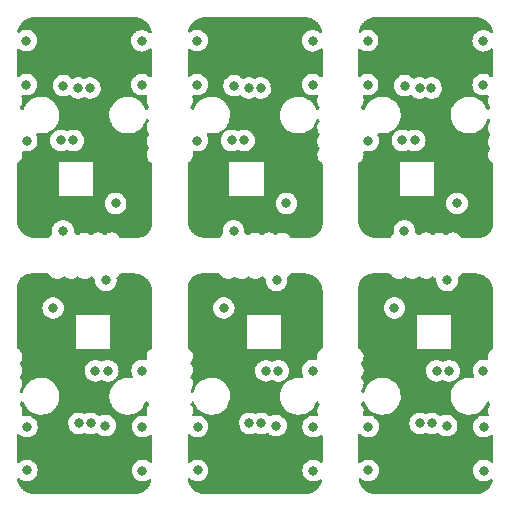
<source format=gbr>
%TF.GenerationSoftware,KiCad,Pcbnew,6.0.9-8da3e8f707~116~ubuntu20.04.1*%
%TF.CreationDate,2022-11-17T11:37:03+01:00*%
%TF.ProjectId,panel_sensor,70616e65-6c5f-4736-956e-736f722e6b69,rev?*%
%TF.SameCoordinates,Original*%
%TF.FileFunction,Copper,L2,Inr*%
%TF.FilePolarity,Positive*%
%FSLAX46Y46*%
G04 Gerber Fmt 4.6, Leading zero omitted, Abs format (unit mm)*
G04 Created by KiCad (PCBNEW 6.0.9-8da3e8f707~116~ubuntu20.04.1) date 2022-11-17 11:37:03*
%MOMM*%
%LPD*%
G01*
G04 APERTURE LIST*
%TA.AperFunction,ViaPad*%
%ADD10C,0.800000*%
%TD*%
G04 APERTURE END LIST*
D10*
%TO.N,Board_0-+3V3*%
X24340000Y-25960000D03*
X27450000Y-21310000D03*
X27410000Y-33600000D03*
X34090000Y-17510000D03*
X24310000Y-17500000D03*
X31875000Y-31275000D03*
%TO.N,Board_0-GND*%
X24725000Y-32625000D03*
X31804000Y-32824000D03*
X31450000Y-27930000D03*
X29550000Y-23400000D03*
X30950000Y-21300000D03*
%TO.N,Board_0-SCL*%
X34090000Y-21230000D03*
X29700000Y-21500000D03*
X28300000Y-25950000D03*
%TO.N,Board_0-SDA*%
X28700000Y-21500000D03*
X24310000Y-21230000D03*
X27244696Y-25945350D03*
%TO.N,Board_1-+3V3*%
X38790000Y-25960000D03*
X41900000Y-21310000D03*
X41860000Y-33600000D03*
X48540000Y-17510000D03*
X38760000Y-17500000D03*
X46325000Y-31275000D03*
%TO.N,Board_1-GND*%
X39175000Y-32625000D03*
X46254000Y-32824000D03*
X45900000Y-27930000D03*
X44000000Y-23400000D03*
X45400000Y-21300000D03*
%TO.N,Board_1-SCL*%
X48540000Y-21230000D03*
X44150000Y-21500000D03*
X42750000Y-25950000D03*
%TO.N,Board_1-SDA*%
X43150000Y-21500000D03*
X38760000Y-21230000D03*
X41694696Y-25945350D03*
%TO.N,Board_2-+3V3*%
X53240000Y-25960000D03*
X56350000Y-21310000D03*
X56310000Y-33600000D03*
X62990000Y-17510000D03*
X53210000Y-17500000D03*
X60775000Y-31275000D03*
%TO.N,Board_2-GND*%
X53625000Y-32625000D03*
X60704000Y-32824000D03*
X60350000Y-27930000D03*
X58450000Y-23400000D03*
X59850000Y-21300000D03*
%TO.N,Board_2-SCL*%
X62990000Y-21230000D03*
X58600000Y-21500000D03*
X57200000Y-25950000D03*
%TO.N,Board_2-SDA*%
X57600000Y-21500000D03*
X53210000Y-21230000D03*
X56144696Y-25945350D03*
%TO.N,Board_3-+3V3*%
X34110000Y-45440000D03*
X31000000Y-50090000D03*
X31040000Y-37800000D03*
X24360000Y-53890000D03*
X34140000Y-53900000D03*
X26575000Y-40125000D03*
%TO.N,Board_3-GND*%
X33725000Y-38775000D03*
X26646000Y-38576000D03*
X27000000Y-43470000D03*
X28900000Y-48000000D03*
X27500000Y-50100000D03*
%TO.N,Board_3-SCL*%
X24360000Y-50170000D03*
X28750000Y-49900000D03*
X30150000Y-45450000D03*
%TO.N,Board_3-SDA*%
X29750000Y-49900000D03*
X34140000Y-50170000D03*
X31205304Y-45454650D03*
%TO.N,Board_4-+3V3*%
X48560000Y-45440000D03*
X45450000Y-50090000D03*
X45490000Y-37800000D03*
X38810000Y-53890000D03*
X48590000Y-53900000D03*
X41025000Y-40125000D03*
%TO.N,Board_4-GND*%
X48175000Y-38775000D03*
X41096000Y-38576000D03*
X41450000Y-43470000D03*
X43350000Y-48000000D03*
X41950000Y-50100000D03*
%TO.N,Board_4-SCL*%
X38810000Y-50170000D03*
X43200000Y-49900000D03*
X44600000Y-45450000D03*
%TO.N,Board_4-SDA*%
X44200000Y-49900000D03*
X48590000Y-50170000D03*
X45655304Y-45454650D03*
%TO.N,Board_5-+3V3*%
X63010000Y-45440000D03*
X59900000Y-50090000D03*
X59940000Y-37800000D03*
X53260000Y-53890000D03*
X63040000Y-53900000D03*
X55475000Y-40125000D03*
%TO.N,Board_5-GND*%
X62625000Y-38775000D03*
X55546000Y-38576000D03*
X55900000Y-43470000D03*
X57800000Y-48000000D03*
X56400000Y-50100000D03*
%TO.N,Board_5-SCL*%
X53260000Y-50170000D03*
X57650000Y-49900000D03*
X59050000Y-45450000D03*
%TO.N,Board_5-SDA*%
X58650000Y-49900000D03*
X63040000Y-50170000D03*
X60105304Y-45454650D03*
%TD*%
%TA.AperFunction,Conductor*%
%TO.N,Board_0-GND*%
G36*
X33482486Y-15508541D02*
G01*
X33485841Y-15508626D01*
X33491536Y-15508772D01*
X33494748Y-15508895D01*
X33532340Y-15510816D01*
X33556063Y-15512028D01*
X33559252Y-15512232D01*
X33568480Y-15512942D01*
X33571682Y-15513230D01*
X33632615Y-15519503D01*
X33635763Y-15519868D01*
X33644530Y-15520999D01*
X33644825Y-15521037D01*
X33648032Y-15521493D01*
X33708603Y-15530902D01*
X33711808Y-15531443D01*
X33720743Y-15533068D01*
X33723922Y-15533688D01*
X33783877Y-15546192D01*
X33787041Y-15546895D01*
X33795867Y-15548974D01*
X33799006Y-15549755D01*
X33858306Y-15565348D01*
X33861429Y-15566213D01*
X33870148Y-15568748D01*
X33873247Y-15569692D01*
X33931629Y-15588307D01*
X33934702Y-15589331D01*
X33943303Y-15592319D01*
X33946359Y-15593425D01*
X34003632Y-15614993D01*
X34006639Y-15616169D01*
X34015162Y-15619632D01*
X34018130Y-15620883D01*
X34074267Y-15645394D01*
X34077169Y-15646707D01*
X34085478Y-15650593D01*
X34088386Y-15651998D01*
X34143184Y-15679367D01*
X34146019Y-15680830D01*
X34154099Y-15685129D01*
X34156876Y-15686652D01*
X34210246Y-15716836D01*
X34213025Y-15718456D01*
X34220902Y-15723183D01*
X34223661Y-15724888D01*
X34275313Y-15757722D01*
X34277999Y-15759478D01*
X34285603Y-15764591D01*
X34288238Y-15766412D01*
X34338180Y-15801897D01*
X34340793Y-15803804D01*
X34348101Y-15809286D01*
X34350623Y-15811229D01*
X34398729Y-15849284D01*
X34401167Y-15851264D01*
X34408256Y-15857176D01*
X34410680Y-15859251D01*
X34456696Y-15899675D01*
X34459054Y-15901800D01*
X34465861Y-15908098D01*
X34468119Y-15910242D01*
X34490002Y-15931559D01*
X34511986Y-15952975D01*
X34514259Y-15955247D01*
X34520710Y-15961864D01*
X34522920Y-15964190D01*
X34533236Y-15975331D01*
X34553890Y-15997636D01*
X34564476Y-16009069D01*
X34566598Y-16011419D01*
X34572767Y-16018435D01*
X34574808Y-16020819D01*
X34614081Y-16067880D01*
X34616080Y-16070339D01*
X34621775Y-16077533D01*
X34623735Y-16080075D01*
X34647931Y-16112307D01*
X34660479Y-16129022D01*
X34662400Y-16131651D01*
X34667720Y-16139133D01*
X34669557Y-16141787D01*
X34702853Y-16191258D01*
X34703747Y-16192587D01*
X34705505Y-16195273D01*
X34710423Y-16203003D01*
X34712088Y-16205695D01*
X34724633Y-16226581D01*
X34743651Y-16258245D01*
X34745284Y-16261045D01*
X34749791Y-16269006D01*
X34751353Y-16271850D01*
X34760990Y-16289944D01*
X34780111Y-16325847D01*
X34781587Y-16328707D01*
X34785698Y-16336932D01*
X34787105Y-16339838D01*
X34807608Y-16383630D01*
X34813054Y-16395263D01*
X34814387Y-16398208D01*
X34818091Y-16406682D01*
X34819339Y-16409641D01*
X34842381Y-16466289D01*
X34843562Y-16469303D01*
X34846801Y-16477892D01*
X34847906Y-16480941D01*
X34849870Y-16486586D01*
X34868010Y-16538724D01*
X34869038Y-16541806D01*
X34871836Y-16550570D01*
X34872753Y-16553573D01*
X34889899Y-16612468D01*
X34890743Y-16615514D01*
X34893088Y-16624418D01*
X34893854Y-16627484D01*
X34907925Y-16687098D01*
X34908619Y-16690219D01*
X34910503Y-16699231D01*
X34911124Y-16702407D01*
X34914367Y-16720201D01*
X34906901Y-16790804D01*
X34862449Y-16846162D01*
X34795125Y-16868701D01*
X34726303Y-16851263D01*
X34706097Y-16836424D01*
X34705670Y-16836039D01*
X34701253Y-16831134D01*
X34650865Y-16794525D01*
X34552094Y-16722763D01*
X34552093Y-16722762D01*
X34546752Y-16718882D01*
X34540724Y-16716198D01*
X34540722Y-16716197D01*
X34378319Y-16643891D01*
X34378318Y-16643891D01*
X34372288Y-16641206D01*
X34266773Y-16618778D01*
X34191944Y-16602872D01*
X34191939Y-16602872D01*
X34185487Y-16601500D01*
X33994513Y-16601500D01*
X33988061Y-16602872D01*
X33988056Y-16602872D01*
X33913227Y-16618778D01*
X33807712Y-16641206D01*
X33801682Y-16643891D01*
X33801681Y-16643891D01*
X33639278Y-16716197D01*
X33639276Y-16716198D01*
X33633248Y-16718882D01*
X33627907Y-16722762D01*
X33627906Y-16722763D01*
X33577843Y-16759136D01*
X33478747Y-16831134D01*
X33474326Y-16836044D01*
X33474325Y-16836045D01*
X33371414Y-16950340D01*
X33350960Y-16973056D01*
X33311875Y-17040753D01*
X33261247Y-17128444D01*
X33255473Y-17138444D01*
X33196458Y-17320072D01*
X33176496Y-17510000D01*
X33196458Y-17699928D01*
X33255473Y-17881556D01*
X33350960Y-18046944D01*
X33355378Y-18051851D01*
X33355379Y-18051852D01*
X33465321Y-18173955D01*
X33478747Y-18188866D01*
X33521339Y-18219811D01*
X33614143Y-18287237D01*
X33633248Y-18301118D01*
X33639276Y-18303802D01*
X33639278Y-18303803D01*
X33788333Y-18370166D01*
X33807712Y-18378794D01*
X33901112Y-18398647D01*
X33988056Y-18417128D01*
X33988061Y-18417128D01*
X33994513Y-18418500D01*
X34185487Y-18418500D01*
X34191939Y-18417128D01*
X34191944Y-18417128D01*
X34278888Y-18398647D01*
X34372288Y-18378794D01*
X34391667Y-18370166D01*
X34540722Y-18303803D01*
X34540724Y-18303802D01*
X34546752Y-18301118D01*
X34565858Y-18287237D01*
X34658661Y-18219811D01*
X34701253Y-18188866D01*
X34721866Y-18165973D01*
X34782309Y-18128735D01*
X34853293Y-18130087D01*
X34912278Y-18169600D01*
X34940536Y-18234731D01*
X34941500Y-18250285D01*
X34941500Y-20489715D01*
X34921498Y-20557836D01*
X34867842Y-20604329D01*
X34797568Y-20614433D01*
X34732988Y-20584939D01*
X34721873Y-20574034D01*
X34701253Y-20551134D01*
X34602157Y-20479136D01*
X34552094Y-20442763D01*
X34552093Y-20442762D01*
X34546752Y-20438882D01*
X34540724Y-20436198D01*
X34540722Y-20436197D01*
X34378319Y-20363891D01*
X34378318Y-20363891D01*
X34372288Y-20361206D01*
X34278887Y-20341353D01*
X34191944Y-20322872D01*
X34191939Y-20322872D01*
X34185487Y-20321500D01*
X33994513Y-20321500D01*
X33988061Y-20322872D01*
X33988056Y-20322872D01*
X33901113Y-20341353D01*
X33807712Y-20361206D01*
X33801682Y-20363891D01*
X33801681Y-20363891D01*
X33639278Y-20436197D01*
X33639276Y-20436198D01*
X33633248Y-20438882D01*
X33627907Y-20442762D01*
X33627906Y-20442763D01*
X33577843Y-20479136D01*
X33478747Y-20551134D01*
X33350960Y-20693056D01*
X33255473Y-20858444D01*
X33196458Y-21040072D01*
X33195768Y-21046633D01*
X33195768Y-21046635D01*
X33188050Y-21120072D01*
X33176496Y-21230000D01*
X33196458Y-21419928D01*
X33255473Y-21601556D01*
X33350960Y-21766944D01*
X33478747Y-21908866D01*
X33554830Y-21964144D01*
X33594202Y-21992749D01*
X33633248Y-22021118D01*
X33639276Y-22023802D01*
X33639278Y-22023803D01*
X33797097Y-22094068D01*
X33807712Y-22098794D01*
X33895114Y-22117372D01*
X33988056Y-22137128D01*
X33988061Y-22137128D01*
X33994513Y-22138500D01*
X34185487Y-22138500D01*
X34191939Y-22137128D01*
X34191944Y-22137128D01*
X34284886Y-22117372D01*
X34372288Y-22098794D01*
X34378320Y-22096108D01*
X34384600Y-22094068D01*
X34385104Y-22095620D01*
X34447327Y-22087272D01*
X34511627Y-22117372D01*
X34549446Y-22177457D01*
X34548812Y-22248336D01*
X34498405Y-22414767D01*
X34487453Y-22591298D01*
X34488693Y-22598514D01*
X34488693Y-22598516D01*
X34503594Y-22685233D01*
X34517406Y-22765614D01*
X34586657Y-22928364D01*
X34590990Y-22934252D01*
X34590993Y-22934257D01*
X34677009Y-23051138D01*
X34701275Y-23117859D01*
X34685618Y-23187108D01*
X34667004Y-23212469D01*
X34638510Y-23242547D01*
X34634834Y-23248875D01*
X34634833Y-23248877D01*
X34601843Y-23305674D01*
X34550332Y-23354533D01*
X34480584Y-23367787D01*
X34414742Y-23341228D01*
X34371651Y-23276697D01*
X34365506Y-23254983D01*
X34363372Y-23250408D01*
X34363370Y-23250401D01*
X34261653Y-23032269D01*
X34261651Y-23032265D01*
X34259516Y-23027687D01*
X34241463Y-23001123D01*
X34121395Y-22824448D01*
X34121392Y-22824444D01*
X34118549Y-22820261D01*
X34111878Y-22813206D01*
X33949713Y-22641721D01*
X33946233Y-22638041D01*
X33942206Y-22634962D01*
X33751019Y-22488788D01*
X33751015Y-22488785D01*
X33746999Y-22485715D01*
X33525974Y-22367203D01*
X33521193Y-22365557D01*
X33521189Y-22365555D01*
X33293633Y-22287201D01*
X33288844Y-22285552D01*
X33185311Y-22267669D01*
X33045620Y-22243540D01*
X33045614Y-22243539D01*
X33041710Y-22242865D01*
X33037749Y-22242685D01*
X33037748Y-22242685D01*
X33013069Y-22241564D01*
X33013050Y-22241564D01*
X33011650Y-22241500D01*
X32836985Y-22241500D01*
X32834477Y-22241702D01*
X32834472Y-22241702D01*
X32655056Y-22256137D01*
X32655051Y-22256138D01*
X32650015Y-22256543D01*
X32645107Y-22257748D01*
X32645104Y-22257749D01*
X32498320Y-22293803D01*
X32406461Y-22316366D01*
X32401809Y-22318341D01*
X32401805Y-22318342D01*
X32282948Y-22368794D01*
X32175604Y-22414359D01*
X31963385Y-22548000D01*
X31775262Y-22713853D01*
X31616076Y-22907649D01*
X31489922Y-23124404D01*
X31400045Y-23358539D01*
X31399012Y-23363485D01*
X31399010Y-23363491D01*
X31391210Y-23400830D01*
X31348759Y-23604033D01*
X31337382Y-23854568D01*
X31366208Y-24103699D01*
X31367587Y-24108573D01*
X31367588Y-24108577D01*
X31433116Y-24340148D01*
X31434494Y-24345017D01*
X31436628Y-24349592D01*
X31436630Y-24349599D01*
X31523749Y-24536425D01*
X31540484Y-24572313D01*
X31543326Y-24576494D01*
X31543326Y-24576495D01*
X31678605Y-24775552D01*
X31678608Y-24775556D01*
X31681451Y-24779739D01*
X31684928Y-24783416D01*
X31684929Y-24783417D01*
X31785238Y-24889491D01*
X31853767Y-24961959D01*
X31857793Y-24965037D01*
X31857794Y-24965038D01*
X32048981Y-25111212D01*
X32048985Y-25111215D01*
X32053001Y-25114285D01*
X32057459Y-25116675D01*
X32057460Y-25116676D01*
X32145046Y-25163639D01*
X32274026Y-25232797D01*
X32278807Y-25234443D01*
X32278811Y-25234445D01*
X32490841Y-25307453D01*
X32511156Y-25314448D01*
X32614689Y-25332331D01*
X32754380Y-25356460D01*
X32754386Y-25356461D01*
X32758290Y-25357135D01*
X32762251Y-25357315D01*
X32762252Y-25357315D01*
X32786931Y-25358436D01*
X32786950Y-25358436D01*
X32788350Y-25358500D01*
X32963015Y-25358500D01*
X32965523Y-25358298D01*
X32965528Y-25358298D01*
X33144944Y-25343863D01*
X33144949Y-25343862D01*
X33149985Y-25343457D01*
X33154893Y-25342252D01*
X33154896Y-25342251D01*
X33388625Y-25284841D01*
X33393539Y-25283634D01*
X33398191Y-25281659D01*
X33398195Y-25281658D01*
X33619741Y-25187617D01*
X33619742Y-25187617D01*
X33624396Y-25185641D01*
X33836615Y-25052000D01*
X34024738Y-24886147D01*
X34183924Y-24692351D01*
X34310078Y-24475596D01*
X34310654Y-24475931D01*
X34324404Y-24460641D01*
X34323615Y-24443114D01*
X34328354Y-24427985D01*
X34353502Y-24362475D01*
X34399955Y-24241461D01*
X34410106Y-24192870D01*
X34443615Y-24130279D01*
X34505644Y-24095741D01*
X34576500Y-24100221D01*
X34634924Y-24143953D01*
X34677008Y-24201138D01*
X34701275Y-24267859D01*
X34685618Y-24337107D01*
X34667004Y-24362469D01*
X34638510Y-24392547D01*
X34634834Y-24398875D01*
X34634833Y-24398877D01*
X34554939Y-24536425D01*
X34545147Y-24545713D01*
X34546111Y-24553425D01*
X34542336Y-24569720D01*
X34498405Y-24714767D01*
X34487453Y-24891298D01*
X34488693Y-24898514D01*
X34488693Y-24898516D01*
X34515530Y-25054696D01*
X34517406Y-25065614D01*
X34586657Y-25228364D01*
X34590990Y-25234252D01*
X34590993Y-25234257D01*
X34677009Y-25351138D01*
X34701275Y-25417859D01*
X34685618Y-25487108D01*
X34667004Y-25512469D01*
X34638510Y-25542547D01*
X34634834Y-25548875D01*
X34634833Y-25548877D01*
X34620360Y-25573794D01*
X34549674Y-25695490D01*
X34547553Y-25702494D01*
X34547551Y-25702498D01*
X34522750Y-25784386D01*
X34498405Y-25864767D01*
X34487453Y-26041298D01*
X34488693Y-26048514D01*
X34488693Y-26048516D01*
X34506119Y-26149928D01*
X34517406Y-26215614D01*
X34586657Y-26378364D01*
X34590990Y-26384252D01*
X34590993Y-26384257D01*
X34677009Y-26501138D01*
X34701275Y-26567859D01*
X34685618Y-26637108D01*
X34667004Y-26662469D01*
X34638510Y-26692547D01*
X34634834Y-26698875D01*
X34634833Y-26698877D01*
X34615253Y-26732587D01*
X34549674Y-26845490D01*
X34547553Y-26852494D01*
X34547551Y-26852498D01*
X34516996Y-26953385D01*
X34498405Y-27014767D01*
X34487453Y-27191298D01*
X34517406Y-27365614D01*
X34586657Y-27528364D01*
X34590990Y-27534252D01*
X34590993Y-27534257D01*
X34640201Y-27601122D01*
X34691492Y-27670818D01*
X34697070Y-27675557D01*
X34697073Y-27675560D01*
X34820706Y-27780594D01*
X34820710Y-27780597D01*
X34826285Y-27785333D01*
X34832805Y-27788662D01*
X34832806Y-27788663D01*
X34872800Y-27809085D01*
X34924373Y-27857878D01*
X34941500Y-27921302D01*
X34941500Y-32939628D01*
X34941490Y-32941240D01*
X34941431Y-32945852D01*
X34941401Y-32947432D01*
X34939937Y-33005207D01*
X34939815Y-33008395D01*
X34939360Y-33017369D01*
X34939160Y-33020521D01*
X34935695Y-33066043D01*
X34935556Y-33067866D01*
X34935279Y-33070987D01*
X34934354Y-33080082D01*
X34933998Y-33083185D01*
X34933035Y-33090752D01*
X34927993Y-33130347D01*
X34927551Y-33133499D01*
X34926188Y-33142395D01*
X34925671Y-33145507D01*
X34917283Y-33192301D01*
X34916683Y-33195422D01*
X34914869Y-33204253D01*
X34914189Y-33207364D01*
X34908122Y-33233511D01*
X34903450Y-33253643D01*
X34902698Y-33256708D01*
X34900425Y-33265489D01*
X34899601Y-33268510D01*
X34887766Y-33309872D01*
X34886525Y-33314210D01*
X34885620Y-33317229D01*
X34882905Y-33325883D01*
X34881925Y-33328873D01*
X34866545Y-33373868D01*
X34865495Y-33376817D01*
X34862339Y-33385339D01*
X34861221Y-33388244D01*
X34844386Y-33430390D01*
X34843601Y-33432356D01*
X34842380Y-33435306D01*
X34838798Y-33443653D01*
X34837520Y-33446529D01*
X34827628Y-33468059D01*
X34817709Y-33489646D01*
X34816335Y-33492539D01*
X34812346Y-33500669D01*
X34810910Y-33503504D01*
X34788927Y-33545590D01*
X34787448Y-33548338D01*
X34783009Y-33556336D01*
X34781498Y-33558978D01*
X34757318Y-33600056D01*
X34755733Y-33602671D01*
X34753416Y-33606389D01*
X34750920Y-33610393D01*
X34749203Y-33613070D01*
X34723062Y-33652734D01*
X34721316Y-33655312D01*
X34716148Y-33662739D01*
X34714312Y-33665305D01*
X34686184Y-33703611D01*
X34684258Y-33706166D01*
X34678757Y-33713272D01*
X34676777Y-33715765D01*
X34646727Y-33752620D01*
X34644675Y-33755072D01*
X34638814Y-33761899D01*
X34636722Y-33764275D01*
X34604881Y-33799517D01*
X34602739Y-33801829D01*
X34596487Y-33808407D01*
X34594254Y-33810697D01*
X34560717Y-33844235D01*
X34558421Y-33846473D01*
X34551850Y-33852718D01*
X34549520Y-33854878D01*
X34514274Y-33886723D01*
X34511920Y-33888796D01*
X34505018Y-33894721D01*
X34502651Y-33896702D01*
X34466141Y-33926471D01*
X34465761Y-33926781D01*
X34463259Y-33928768D01*
X34456184Y-33934244D01*
X34453641Y-33936162D01*
X34415283Y-33964329D01*
X34412742Y-33966145D01*
X34407890Y-33969522D01*
X34405360Y-33971283D01*
X34402719Y-33973072D01*
X34363040Y-33999222D01*
X34360358Y-34000941D01*
X34352722Y-34005701D01*
X34349994Y-34007354D01*
X34309008Y-34031480D01*
X34306274Y-34033043D01*
X34298379Y-34037425D01*
X34295591Y-34038927D01*
X34253480Y-34060923D01*
X34250737Y-34062312D01*
X34242497Y-34066356D01*
X34239699Y-34067684D01*
X34197614Y-34087021D01*
X34196548Y-34087511D01*
X34193630Y-34088807D01*
X34185308Y-34092378D01*
X34182392Y-34093586D01*
X34138174Y-34111248D01*
X34135333Y-34112341D01*
X34126802Y-34115501D01*
X34123859Y-34116548D01*
X34078870Y-34131926D01*
X34075870Y-34132909D01*
X34067259Y-34135610D01*
X34064211Y-34136524D01*
X34018538Y-34149593D01*
X34015477Y-34150428D01*
X34006728Y-34152693D01*
X34003638Y-34153451D01*
X33957363Y-34164188D01*
X33954269Y-34164866D01*
X33945397Y-34166690D01*
X33942299Y-34167285D01*
X33895530Y-34175666D01*
X33892403Y-34176186D01*
X33883421Y-34177562D01*
X33880341Y-34177994D01*
X33833202Y-34183997D01*
X33830056Y-34184357D01*
X33821026Y-34185275D01*
X33817864Y-34185556D01*
X33770519Y-34189160D01*
X33767368Y-34189360D01*
X33758396Y-34189815D01*
X33755205Y-34189937D01*
X33697382Y-34191402D01*
X33695804Y-34191432D01*
X33692763Y-34191471D01*
X33691258Y-34191490D01*
X33689662Y-34191500D01*
X32300403Y-34191500D01*
X32232282Y-34171498D01*
X32191071Y-34128048D01*
X32188343Y-34121636D01*
X32083508Y-33979182D01*
X32077930Y-33974443D01*
X32077927Y-33974440D01*
X31954294Y-33869406D01*
X31954290Y-33869403D01*
X31948715Y-33864667D01*
X31843022Y-33810697D01*
X31797708Y-33787558D01*
X31797706Y-33787557D01*
X31791192Y-33784231D01*
X31784087Y-33782492D01*
X31784083Y-33782491D01*
X31679162Y-33756818D01*
X31619390Y-33742192D01*
X31613788Y-33741844D01*
X31613785Y-33741844D01*
X31610175Y-33741620D01*
X31610165Y-33741620D01*
X31608236Y-33741500D01*
X31480707Y-33741500D01*
X31418899Y-33748706D01*
X31356589Y-33755970D01*
X31356585Y-33755971D01*
X31349319Y-33756818D01*
X31342444Y-33759313D01*
X31342442Y-33759314D01*
X31217116Y-33804806D01*
X31183063Y-33817167D01*
X31176946Y-33821178D01*
X31176943Y-33821179D01*
X31127235Y-33853769D01*
X31035148Y-33914144D01*
X31030117Y-33919455D01*
X31027464Y-33921673D01*
X30962373Y-33950023D01*
X30892288Y-33938682D01*
X30865064Y-33921035D01*
X30864364Y-33920440D01*
X30798715Y-33864667D01*
X30693022Y-33810697D01*
X30647708Y-33787558D01*
X30647706Y-33787557D01*
X30641192Y-33784231D01*
X30634087Y-33782492D01*
X30634083Y-33782491D01*
X30529162Y-33756818D01*
X30469390Y-33742192D01*
X30463788Y-33741844D01*
X30463785Y-33741844D01*
X30460175Y-33741620D01*
X30460165Y-33741620D01*
X30458236Y-33741500D01*
X30330707Y-33741500D01*
X30268899Y-33748706D01*
X30206589Y-33755970D01*
X30206585Y-33755971D01*
X30199319Y-33756818D01*
X30192444Y-33759313D01*
X30192442Y-33759314D01*
X30067116Y-33804806D01*
X30033063Y-33817167D01*
X30026946Y-33821178D01*
X30026943Y-33821179D01*
X29977235Y-33853769D01*
X29885148Y-33914144D01*
X29880117Y-33919455D01*
X29877464Y-33921673D01*
X29812373Y-33950023D01*
X29742288Y-33938682D01*
X29715064Y-33921035D01*
X29714364Y-33920440D01*
X29648715Y-33864667D01*
X29543022Y-33810697D01*
X29497708Y-33787558D01*
X29497706Y-33787557D01*
X29491192Y-33784231D01*
X29484087Y-33782492D01*
X29484083Y-33782491D01*
X29379162Y-33756818D01*
X29319390Y-33742192D01*
X29313788Y-33741844D01*
X29313785Y-33741844D01*
X29310175Y-33741620D01*
X29310165Y-33741620D01*
X29308236Y-33741500D01*
X29180707Y-33741500D01*
X29118899Y-33748706D01*
X29056589Y-33755970D01*
X29056585Y-33755971D01*
X29049319Y-33756818D01*
X29042444Y-33759313D01*
X29042442Y-33759314D01*
X28917116Y-33804806D01*
X28883063Y-33817167D01*
X28876946Y-33821178D01*
X28876943Y-33821179D01*
X28827235Y-33853769D01*
X28735148Y-33914144D01*
X28730117Y-33919455D01*
X28727464Y-33921673D01*
X28662373Y-33950023D01*
X28592288Y-33938682D01*
X28565064Y-33921035D01*
X28564364Y-33920440D01*
X28498715Y-33864667D01*
X28413550Y-33821179D01*
X28383080Y-33805620D01*
X28331507Y-33756826D01*
X28314501Y-33687896D01*
X28315071Y-33680232D01*
X28315215Y-33678871D01*
X28323504Y-33600000D01*
X28317080Y-33538882D01*
X28304232Y-33416635D01*
X28304232Y-33416633D01*
X28303542Y-33410072D01*
X28244527Y-33228444D01*
X28217347Y-33181366D01*
X28205715Y-33161219D01*
X28149040Y-33063056D01*
X28134400Y-33046796D01*
X28025675Y-32926045D01*
X28025674Y-32926044D01*
X28021253Y-32921134D01*
X27910427Y-32840614D01*
X27872094Y-32812763D01*
X27872093Y-32812762D01*
X27866752Y-32808882D01*
X27860724Y-32806198D01*
X27860722Y-32806197D01*
X27698319Y-32733891D01*
X27698318Y-32733891D01*
X27692288Y-32731206D01*
X27598888Y-32711353D01*
X27511944Y-32692872D01*
X27511939Y-32692872D01*
X27505487Y-32691500D01*
X27314513Y-32691500D01*
X27308061Y-32692872D01*
X27308056Y-32692872D01*
X27221112Y-32711353D01*
X27127712Y-32731206D01*
X27121682Y-32733891D01*
X27121681Y-32733891D01*
X26959278Y-32806197D01*
X26959276Y-32806198D01*
X26953248Y-32808882D01*
X26947907Y-32812762D01*
X26947906Y-32812763D01*
X26909573Y-32840614D01*
X26798747Y-32921134D01*
X26794326Y-32926044D01*
X26794325Y-32926045D01*
X26685601Y-33046796D01*
X26670960Y-33063056D01*
X26614285Y-33161219D01*
X26602654Y-33181366D01*
X26575473Y-33228444D01*
X26516458Y-33410072D01*
X26515768Y-33416633D01*
X26515768Y-33416635D01*
X26502920Y-33538882D01*
X26496496Y-33600000D01*
X26515058Y-33776601D01*
X26515399Y-33779849D01*
X26502627Y-33849688D01*
X26459174Y-33898392D01*
X26435148Y-33914144D01*
X26313510Y-34042547D01*
X26309835Y-34048874D01*
X26309832Y-34048878D01*
X26263419Y-34128785D01*
X26211908Y-34177644D01*
X26154465Y-34191500D01*
X25010371Y-34191500D01*
X25008779Y-34191490D01*
X25007189Y-34191470D01*
X25004150Y-34191431D01*
X25002570Y-34191401D01*
X24932113Y-34189615D01*
X24928932Y-34189494D01*
X24919949Y-34189039D01*
X24916755Y-34188836D01*
X24856800Y-34184270D01*
X24853618Y-34183987D01*
X24844642Y-34183074D01*
X24841503Y-34182715D01*
X24788359Y-34175946D01*
X24781843Y-34175116D01*
X24778685Y-34174673D01*
X24769761Y-34173306D01*
X24766612Y-34172783D01*
X24707353Y-34162163D01*
X24704279Y-34161572D01*
X24695356Y-34159739D01*
X24692284Y-34159066D01*
X24633708Y-34145472D01*
X24630617Y-34144713D01*
X24621840Y-34142441D01*
X24618799Y-34141613D01*
X24573968Y-34128785D01*
X24560961Y-34125063D01*
X24557908Y-34124147D01*
X24549270Y-34121437D01*
X24546233Y-34120442D01*
X24489343Y-34100996D01*
X24486334Y-34099925D01*
X24477859Y-34096786D01*
X24474883Y-34095640D01*
X24418998Y-34073317D01*
X24416119Y-34072126D01*
X24407764Y-34068540D01*
X24404948Y-34067289D01*
X24350172Y-34042121D01*
X24347361Y-34040785D01*
X24339257Y-34036810D01*
X24336407Y-34035368D01*
X24283054Y-34007499D01*
X24280248Y-34005987D01*
X24272428Y-34001647D01*
X24269652Y-34000061D01*
X24254615Y-33991209D01*
X24217772Y-33969521D01*
X24215033Y-33967861D01*
X24207393Y-33963098D01*
X24204716Y-33961382D01*
X24154464Y-33928264D01*
X24151817Y-33926471D01*
X24144437Y-33921334D01*
X24141891Y-33919514D01*
X24093311Y-33883841D01*
X24090787Y-33881937D01*
X24083694Y-33876447D01*
X24081190Y-33874458D01*
X24074995Y-33869406D01*
X24034520Y-33836403D01*
X24032072Y-33834354D01*
X24025242Y-33828490D01*
X24022851Y-33826384D01*
X23978216Y-33786057D01*
X23975882Y-33783894D01*
X23969365Y-33777700D01*
X23967073Y-33775465D01*
X23924543Y-33732935D01*
X23922318Y-33730654D01*
X23916096Y-33724109D01*
X23913964Y-33721809D01*
X23873573Y-33677102D01*
X23871505Y-33674753D01*
X23865654Y-33667938D01*
X23863602Y-33665486D01*
X23825536Y-33618802D01*
X23823558Y-33616312D01*
X23821048Y-33613070D01*
X23818063Y-33609214D01*
X23816177Y-33606713D01*
X23781172Y-33559043D01*
X23780497Y-33558124D01*
X23778640Y-33555527D01*
X23775788Y-33551429D01*
X23773501Y-33548142D01*
X23771726Y-33545523D01*
X23738606Y-33495268D01*
X23736903Y-33492610D01*
X23732122Y-33484939D01*
X23730470Y-33482213D01*
X23699937Y-33430344D01*
X23698373Y-33427609D01*
X23694009Y-33419745D01*
X23692501Y-33416943D01*
X23664613Y-33363554D01*
X23663171Y-33360708D01*
X23659230Y-33352674D01*
X23657860Y-33349789D01*
X23632740Y-33295117D01*
X23631442Y-33292194D01*
X23627903Y-33283946D01*
X23626684Y-33281004D01*
X23604351Y-33225097D01*
X23603205Y-33222118D01*
X23600072Y-33213659D01*
X23599001Y-33210652D01*
X23596814Y-33204253D01*
X23579553Y-33153756D01*
X23578563Y-33150736D01*
X23575848Y-33142081D01*
X23574950Y-33139086D01*
X23558383Y-33081188D01*
X23557557Y-33078155D01*
X23555292Y-33069410D01*
X23554539Y-33066344D01*
X23540933Y-33007715D01*
X23540258Y-33004626D01*
X23538437Y-32995766D01*
X23537833Y-32992629D01*
X23527208Y-32933350D01*
X23526692Y-32930237D01*
X23525323Y-32921297D01*
X23524881Y-32918144D01*
X23524768Y-32917251D01*
X23517288Y-32858529D01*
X23516933Y-32855430D01*
X23516011Y-32846373D01*
X23515731Y-32843212D01*
X23511162Y-32783215D01*
X23510960Y-32780034D01*
X23510503Y-32771017D01*
X23510383Y-32767873D01*
X23508597Y-32697379D01*
X23508567Y-32695803D01*
X23508510Y-32691355D01*
X23508500Y-32689740D01*
X23508500Y-31275000D01*
X30961496Y-31275000D01*
X30981458Y-31464928D01*
X31040473Y-31646556D01*
X31135960Y-31811944D01*
X31263747Y-31953866D01*
X31418248Y-32066118D01*
X31424276Y-32068802D01*
X31424278Y-32068803D01*
X31586681Y-32141109D01*
X31592712Y-32143794D01*
X31686113Y-32163647D01*
X31773056Y-32182128D01*
X31773061Y-32182128D01*
X31779513Y-32183500D01*
X31970487Y-32183500D01*
X31976939Y-32182128D01*
X31976944Y-32182128D01*
X32063887Y-32163647D01*
X32157288Y-32143794D01*
X32163319Y-32141109D01*
X32325722Y-32068803D01*
X32325724Y-32068802D01*
X32331752Y-32066118D01*
X32486253Y-31953866D01*
X32614040Y-31811944D01*
X32709527Y-31646556D01*
X32768542Y-31464928D01*
X32788504Y-31275000D01*
X32768542Y-31085072D01*
X32709527Y-30903444D01*
X32614040Y-30738056D01*
X32522556Y-30636452D01*
X32490675Y-30601045D01*
X32490674Y-30601044D01*
X32486253Y-30596134D01*
X32331752Y-30483882D01*
X32325724Y-30481198D01*
X32325722Y-30481197D01*
X32163319Y-30408891D01*
X32163318Y-30408891D01*
X32157288Y-30406206D01*
X32063888Y-30386353D01*
X31976944Y-30367872D01*
X31976939Y-30367872D01*
X31970487Y-30366500D01*
X31779513Y-30366500D01*
X31773061Y-30367872D01*
X31773056Y-30367872D01*
X31686112Y-30386353D01*
X31592712Y-30406206D01*
X31586682Y-30408891D01*
X31586681Y-30408891D01*
X31424278Y-30481197D01*
X31424276Y-30481198D01*
X31418248Y-30483882D01*
X31263747Y-30596134D01*
X31259326Y-30601044D01*
X31259325Y-30601045D01*
X31227445Y-30636452D01*
X31135960Y-30738056D01*
X31040473Y-30903444D01*
X30981458Y-31085072D01*
X30961496Y-31275000D01*
X23508500Y-31275000D01*
X23508500Y-30650000D01*
X27050000Y-30650000D01*
X29950000Y-30650000D01*
X29950000Y-27800000D01*
X27050000Y-27800000D01*
X27050000Y-30650000D01*
X23508500Y-30650000D01*
X23508500Y-27922812D01*
X23528502Y-27854691D01*
X23565415Y-27817440D01*
X23571352Y-27813548D01*
X23689852Y-27735856D01*
X23811490Y-27607453D01*
X23900326Y-27454510D01*
X23910101Y-27422238D01*
X23949473Y-27292239D01*
X23951595Y-27285233D01*
X23962547Y-27108702D01*
X23959770Y-27092537D01*
X23940506Y-26980430D01*
X23948683Y-26909906D01*
X23993690Y-26854998D01*
X24061238Y-26833139D01*
X24090883Y-26835845D01*
X24238056Y-26867128D01*
X24238061Y-26867128D01*
X24244513Y-26868500D01*
X24435487Y-26868500D01*
X24441939Y-26867128D01*
X24441944Y-26867128D01*
X24543740Y-26845490D01*
X24622288Y-26828794D01*
X24641667Y-26820166D01*
X24790722Y-26753803D01*
X24790724Y-26753802D01*
X24796752Y-26751118D01*
X24813221Y-26739153D01*
X24918758Y-26662475D01*
X24951253Y-26638866D01*
X24993580Y-26591857D01*
X25074621Y-26501852D01*
X25074622Y-26501851D01*
X25079040Y-26496944D01*
X25174527Y-26331556D01*
X25233542Y-26149928D01*
X25253504Y-25960000D01*
X25251964Y-25945350D01*
X26331192Y-25945350D01*
X26351154Y-26135278D01*
X26410169Y-26316906D01*
X26413472Y-26322628D01*
X26413473Y-26322629D01*
X26416158Y-26327279D01*
X26505656Y-26482294D01*
X26510074Y-26487201D01*
X26510075Y-26487202D01*
X26604307Y-26591857D01*
X26633443Y-26624216D01*
X26787944Y-26736468D01*
X26793972Y-26739152D01*
X26793974Y-26739153D01*
X26956377Y-26811459D01*
X26962408Y-26814144D01*
X27051772Y-26833139D01*
X27142752Y-26852478D01*
X27142757Y-26852478D01*
X27149209Y-26853850D01*
X27340183Y-26853850D01*
X27346635Y-26852478D01*
X27346640Y-26852478D01*
X27437620Y-26833139D01*
X27526984Y-26814144D01*
X27533015Y-26811459D01*
X27695418Y-26739153D01*
X27695420Y-26739152D01*
X27701448Y-26736468D01*
X27705841Y-26733276D01*
X27774413Y-26716640D01*
X27830748Y-26736431D01*
X27832189Y-26733936D01*
X27837907Y-26737237D01*
X27843248Y-26741118D01*
X27849276Y-26743802D01*
X27849278Y-26743803D01*
X28007268Y-26814144D01*
X28017712Y-26818794D01*
X28111112Y-26838647D01*
X28198056Y-26857128D01*
X28198061Y-26857128D01*
X28204513Y-26858500D01*
X28395487Y-26858500D01*
X28401939Y-26857128D01*
X28401944Y-26857128D01*
X28488888Y-26838647D01*
X28582288Y-26818794D01*
X28592732Y-26814144D01*
X28750722Y-26743803D01*
X28750724Y-26743802D01*
X28756752Y-26741118D01*
X28911253Y-26628866D01*
X29039040Y-26486944D01*
X29125449Y-26337279D01*
X29131223Y-26327279D01*
X29131224Y-26327278D01*
X29134527Y-26321556D01*
X29193542Y-26139928D01*
X29213504Y-25950000D01*
X29204546Y-25864767D01*
X29194232Y-25766635D01*
X29194232Y-25766633D01*
X29193542Y-25760072D01*
X29134527Y-25578444D01*
X29117457Y-25548877D01*
X29060722Y-25450611D01*
X29039040Y-25413056D01*
X28976739Y-25343863D01*
X28915675Y-25276045D01*
X28915674Y-25276044D01*
X28911253Y-25271134D01*
X28796302Y-25187617D01*
X28762094Y-25162763D01*
X28762093Y-25162762D01*
X28756752Y-25158882D01*
X28750724Y-25156198D01*
X28750722Y-25156197D01*
X28588319Y-25083891D01*
X28588318Y-25083891D01*
X28582288Y-25081206D01*
X28488887Y-25061353D01*
X28401944Y-25042872D01*
X28401939Y-25042872D01*
X28395487Y-25041500D01*
X28204513Y-25041500D01*
X28198061Y-25042872D01*
X28198056Y-25042872D01*
X28111112Y-25061353D01*
X28017712Y-25081206D01*
X28011682Y-25083891D01*
X28011681Y-25083891D01*
X27849278Y-25156197D01*
X27849276Y-25156198D01*
X27843248Y-25158882D01*
X27838855Y-25162074D01*
X27770283Y-25178710D01*
X27713948Y-25158919D01*
X27712507Y-25161414D01*
X27706789Y-25158113D01*
X27701448Y-25154232D01*
X27695420Y-25151548D01*
X27695418Y-25151547D01*
X27533015Y-25079241D01*
X27533014Y-25079241D01*
X27526984Y-25076556D01*
X27433583Y-25056703D01*
X27346640Y-25038222D01*
X27346635Y-25038222D01*
X27340183Y-25036850D01*
X27149209Y-25036850D01*
X27142757Y-25038222D01*
X27142752Y-25038222D01*
X27055809Y-25056703D01*
X26962408Y-25076556D01*
X26956378Y-25079241D01*
X26956377Y-25079241D01*
X26793974Y-25151547D01*
X26793972Y-25151548D01*
X26787944Y-25154232D01*
X26633443Y-25266484D01*
X26629022Y-25271394D01*
X26629021Y-25271395D01*
X26550592Y-25358500D01*
X26505656Y-25408406D01*
X26499670Y-25418774D01*
X26428210Y-25542547D01*
X26410169Y-25573794D01*
X26351154Y-25755422D01*
X26350464Y-25761983D01*
X26350464Y-25761985D01*
X26338894Y-25872072D01*
X26331192Y-25945350D01*
X25251964Y-25945350D01*
X25242758Y-25857761D01*
X25234232Y-25776635D01*
X25234232Y-25776633D01*
X25233542Y-25770072D01*
X25174527Y-25588444D01*
X25169698Y-25580079D01*
X25148028Y-25542547D01*
X25134783Y-25519605D01*
X25118045Y-25450611D01*
X25141265Y-25383519D01*
X25197072Y-25339632D01*
X25265348Y-25332445D01*
X25404380Y-25356460D01*
X25404386Y-25356461D01*
X25408290Y-25357135D01*
X25412251Y-25357315D01*
X25412252Y-25357315D01*
X25436931Y-25358436D01*
X25436950Y-25358436D01*
X25438350Y-25358500D01*
X25613015Y-25358500D01*
X25615523Y-25358298D01*
X25615528Y-25358298D01*
X25794944Y-25343863D01*
X25794949Y-25343862D01*
X25799985Y-25343457D01*
X25804893Y-25342252D01*
X25804896Y-25342251D01*
X26038625Y-25284841D01*
X26043539Y-25283634D01*
X26048191Y-25281659D01*
X26048195Y-25281658D01*
X26269741Y-25187617D01*
X26269742Y-25187617D01*
X26274396Y-25185641D01*
X26486615Y-25052000D01*
X26674738Y-24886147D01*
X26833924Y-24692351D01*
X26960078Y-24475596D01*
X26978355Y-24427985D01*
X27048143Y-24246181D01*
X27049955Y-24241461D01*
X27055924Y-24212892D01*
X27100206Y-24000921D01*
X27101241Y-23995967D01*
X27112618Y-23745432D01*
X27083792Y-23496301D01*
X27080421Y-23484386D01*
X27016884Y-23259852D01*
X27016881Y-23259843D01*
X27015506Y-23254983D01*
X27013372Y-23250408D01*
X27013370Y-23250401D01*
X26911653Y-23032269D01*
X26911651Y-23032265D01*
X26909516Y-23027687D01*
X26891463Y-23001123D01*
X26771395Y-22824448D01*
X26771392Y-22824444D01*
X26768549Y-22820261D01*
X26761878Y-22813206D01*
X26599713Y-22641721D01*
X26596233Y-22638041D01*
X26592206Y-22634962D01*
X26401019Y-22488788D01*
X26401015Y-22488785D01*
X26396999Y-22485715D01*
X26175974Y-22367203D01*
X26171193Y-22365557D01*
X26171189Y-22365555D01*
X25943633Y-22287201D01*
X25938844Y-22285552D01*
X25835311Y-22267669D01*
X25695620Y-22243540D01*
X25695614Y-22243539D01*
X25691710Y-22242865D01*
X25687749Y-22242685D01*
X25687748Y-22242685D01*
X25663069Y-22241564D01*
X25663050Y-22241564D01*
X25661650Y-22241500D01*
X25486985Y-22241500D01*
X25484477Y-22241702D01*
X25484472Y-22241702D01*
X25305056Y-22256137D01*
X25305051Y-22256138D01*
X25300015Y-22256543D01*
X25295107Y-22257748D01*
X25295104Y-22257749D01*
X25148320Y-22293803D01*
X25056461Y-22316366D01*
X25051809Y-22318341D01*
X25051805Y-22318342D01*
X24932948Y-22368794D01*
X24825604Y-22414359D01*
X24613385Y-22548000D01*
X24425262Y-22713853D01*
X24266076Y-22907649D01*
X24139922Y-23124404D01*
X24081463Y-23276695D01*
X24077915Y-23285937D01*
X24034829Y-23342365D01*
X23968076Y-23366541D01*
X23898848Y-23350790D01*
X23858803Y-23315465D01*
X23772992Y-23198862D01*
X23748725Y-23132141D01*
X23764382Y-23062893D01*
X23782996Y-23037531D01*
X23811490Y-23007453D01*
X23900326Y-22854510D01*
X23905936Y-22835989D01*
X23949473Y-22692239D01*
X23951595Y-22685233D01*
X23962547Y-22508702D01*
X23958187Y-22483324D01*
X23933834Y-22341602D01*
X23933834Y-22341601D01*
X23932594Y-22334386D01*
X23925767Y-22318342D01*
X23907792Y-22276097D01*
X23899526Y-22205583D01*
X23930695Y-22141794D01*
X23991402Y-22104983D01*
X24049930Y-22103517D01*
X24208056Y-22137128D01*
X24208061Y-22137128D01*
X24214513Y-22138500D01*
X24405487Y-22138500D01*
X24411939Y-22137128D01*
X24411944Y-22137128D01*
X24504886Y-22117372D01*
X24592288Y-22098794D01*
X24602903Y-22094068D01*
X24760722Y-22023803D01*
X24760724Y-22023802D01*
X24766752Y-22021118D01*
X24805799Y-21992749D01*
X24845170Y-21964144D01*
X24921253Y-21908866D01*
X25049040Y-21766944D01*
X25144527Y-21601556D01*
X25203542Y-21419928D01*
X25215096Y-21310000D01*
X26536496Y-21310000D01*
X26537186Y-21316565D01*
X26548710Y-21426206D01*
X26556458Y-21499928D01*
X26615473Y-21681556D01*
X26618776Y-21687278D01*
X26618777Y-21687279D01*
X26623931Y-21696206D01*
X26710960Y-21846944D01*
X26715378Y-21851851D01*
X26715379Y-21851852D01*
X26718965Y-21855835D01*
X26838747Y-21988866D01*
X26911676Y-22041852D01*
X26986354Y-22096109D01*
X26993248Y-22101118D01*
X26999276Y-22103802D01*
X26999278Y-22103803D01*
X27156843Y-22173955D01*
X27167712Y-22178794D01*
X27261112Y-22198647D01*
X27348056Y-22217128D01*
X27348061Y-22217128D01*
X27354513Y-22218500D01*
X27545487Y-22218500D01*
X27551939Y-22217128D01*
X27551944Y-22217128D01*
X27638888Y-22198647D01*
X27732288Y-22178794D01*
X27748366Y-22171636D01*
X27903064Y-22102760D01*
X27973431Y-22093326D01*
X28037728Y-22123433D01*
X28047949Y-22133556D01*
X28052401Y-22138500D01*
X28088747Y-22178866D01*
X28110329Y-22194546D01*
X28237857Y-22287201D01*
X28243248Y-22291118D01*
X28249276Y-22293802D01*
X28249278Y-22293803D01*
X28340430Y-22334386D01*
X28417712Y-22368794D01*
X28511112Y-22388647D01*
X28598056Y-22407128D01*
X28598061Y-22407128D01*
X28604513Y-22408500D01*
X28795487Y-22408500D01*
X28801939Y-22407128D01*
X28801944Y-22407128D01*
X28888888Y-22388647D01*
X28982288Y-22368794D01*
X29148752Y-22294680D01*
X29219118Y-22285246D01*
X29251247Y-22294680D01*
X29417712Y-22368794D01*
X29511112Y-22388647D01*
X29598056Y-22407128D01*
X29598061Y-22407128D01*
X29604513Y-22408500D01*
X29795487Y-22408500D01*
X29801939Y-22407128D01*
X29801944Y-22407128D01*
X29888888Y-22388647D01*
X29982288Y-22368794D01*
X30059570Y-22334386D01*
X30150722Y-22293803D01*
X30150724Y-22293802D01*
X30156752Y-22291118D01*
X30162144Y-22287201D01*
X30225045Y-22241500D01*
X30311253Y-22178866D01*
X30361165Y-22123433D01*
X30434621Y-22041852D01*
X30434622Y-22041851D01*
X30439040Y-22036944D01*
X30534527Y-21871556D01*
X30593542Y-21689928D01*
X30595083Y-21675271D01*
X30612814Y-21506565D01*
X30613504Y-21500000D01*
X30593542Y-21310072D01*
X30534527Y-21128444D01*
X30529694Y-21120072D01*
X30442341Y-20968774D01*
X30439040Y-20963056D01*
X30391882Y-20910681D01*
X30315675Y-20826045D01*
X30315674Y-20826044D01*
X30311253Y-20821134D01*
X30212157Y-20749136D01*
X30162094Y-20712763D01*
X30162093Y-20712762D01*
X30156752Y-20708882D01*
X30150724Y-20706198D01*
X30150722Y-20706197D01*
X29988319Y-20633891D01*
X29988318Y-20633891D01*
X29982288Y-20631206D01*
X29888887Y-20611353D01*
X29801944Y-20592872D01*
X29801939Y-20592872D01*
X29795487Y-20591500D01*
X29604513Y-20591500D01*
X29598061Y-20592872D01*
X29598056Y-20592872D01*
X29511113Y-20611353D01*
X29417712Y-20631206D01*
X29251248Y-20705320D01*
X29180882Y-20714754D01*
X29148753Y-20705320D01*
X28982288Y-20631206D01*
X28888887Y-20611353D01*
X28801944Y-20592872D01*
X28801939Y-20592872D01*
X28795487Y-20591500D01*
X28604513Y-20591500D01*
X28598061Y-20592872D01*
X28598056Y-20592872D01*
X28511113Y-20611353D01*
X28417712Y-20631206D01*
X28411682Y-20633891D01*
X28411681Y-20633891D01*
X28246936Y-20707240D01*
X28176569Y-20716674D01*
X28112272Y-20686567D01*
X28102051Y-20676444D01*
X28084048Y-20656451D01*
X28061253Y-20631134D01*
X27974167Y-20567862D01*
X27912094Y-20522763D01*
X27912093Y-20522762D01*
X27906752Y-20518882D01*
X27900724Y-20516198D01*
X27900722Y-20516197D01*
X27738319Y-20443891D01*
X27738318Y-20443891D01*
X27732288Y-20441206D01*
X27638887Y-20421353D01*
X27551944Y-20402872D01*
X27551939Y-20402872D01*
X27545487Y-20401500D01*
X27354513Y-20401500D01*
X27348061Y-20402872D01*
X27348056Y-20402872D01*
X27261113Y-20421353D01*
X27167712Y-20441206D01*
X27161682Y-20443891D01*
X27161681Y-20443891D01*
X26999278Y-20516197D01*
X26999276Y-20516198D01*
X26993248Y-20518882D01*
X26987907Y-20522762D01*
X26987906Y-20522763D01*
X26948857Y-20551134D01*
X26838747Y-20631134D01*
X26834326Y-20636044D01*
X26834325Y-20636045D01*
X26761727Y-20716674D01*
X26710960Y-20773056D01*
X26615473Y-20938444D01*
X26556458Y-21120072D01*
X26555768Y-21126633D01*
X26555768Y-21126635D01*
X26545594Y-21223435D01*
X26536496Y-21310000D01*
X25215096Y-21310000D01*
X25223504Y-21230000D01*
X25211950Y-21120072D01*
X25204232Y-21046635D01*
X25204232Y-21046633D01*
X25203542Y-21040072D01*
X25144527Y-20858444D01*
X25049040Y-20693056D01*
X24921253Y-20551134D01*
X24822157Y-20479136D01*
X24772094Y-20442763D01*
X24772093Y-20442762D01*
X24766752Y-20438882D01*
X24760724Y-20436198D01*
X24760722Y-20436197D01*
X24598319Y-20363891D01*
X24598318Y-20363891D01*
X24592288Y-20361206D01*
X24498887Y-20341353D01*
X24411944Y-20322872D01*
X24411939Y-20322872D01*
X24405487Y-20321500D01*
X24214513Y-20321500D01*
X24208061Y-20322872D01*
X24208056Y-20322872D01*
X24121113Y-20341353D01*
X24027712Y-20361206D01*
X24021682Y-20363891D01*
X24021681Y-20363891D01*
X23859278Y-20436197D01*
X23859276Y-20436198D01*
X23853248Y-20438882D01*
X23847907Y-20442762D01*
X23847906Y-20442763D01*
X23793060Y-20482611D01*
X23746834Y-20516197D01*
X23708561Y-20544004D01*
X23641694Y-20567862D01*
X23572542Y-20551782D01*
X23523062Y-20500868D01*
X23508500Y-20442068D01*
X23508500Y-18287932D01*
X23528502Y-18219811D01*
X23582158Y-18173318D01*
X23652432Y-18163214D01*
X23708560Y-18185996D01*
X23853248Y-18291118D01*
X23859276Y-18293802D01*
X23859278Y-18293803D01*
X23875708Y-18301118D01*
X24027712Y-18368794D01*
X24121113Y-18388647D01*
X24208056Y-18407128D01*
X24208061Y-18407128D01*
X24214513Y-18408500D01*
X24405487Y-18408500D01*
X24411939Y-18407128D01*
X24411944Y-18407128D01*
X24498887Y-18388647D01*
X24592288Y-18368794D01*
X24744292Y-18301118D01*
X24760722Y-18293803D01*
X24760724Y-18293802D01*
X24766752Y-18291118D01*
X24921253Y-18178866D01*
X24925675Y-18173955D01*
X25044621Y-18041852D01*
X25044622Y-18041851D01*
X25049040Y-18036944D01*
X25135449Y-17887279D01*
X25141223Y-17877279D01*
X25141224Y-17877278D01*
X25144527Y-17871556D01*
X25203542Y-17689928D01*
X25223504Y-17500000D01*
X25203542Y-17310072D01*
X25144527Y-17128444D01*
X25049040Y-16963056D01*
X25037591Y-16950340D01*
X24925675Y-16826045D01*
X24925674Y-16826044D01*
X24921253Y-16821134D01*
X24788869Y-16724951D01*
X24772094Y-16712763D01*
X24772093Y-16712762D01*
X24766752Y-16708882D01*
X24760724Y-16706198D01*
X24760722Y-16706197D01*
X24598319Y-16633891D01*
X24598318Y-16633891D01*
X24592288Y-16631206D01*
X24498887Y-16611353D01*
X24411944Y-16592872D01*
X24411939Y-16592872D01*
X24405487Y-16591500D01*
X24214513Y-16591500D01*
X24208061Y-16592872D01*
X24208056Y-16592872D01*
X24121113Y-16611353D01*
X24027712Y-16631206D01*
X24021682Y-16633891D01*
X24021681Y-16633891D01*
X23859278Y-16706197D01*
X23859276Y-16706198D01*
X23853248Y-16708882D01*
X23847907Y-16712762D01*
X23847906Y-16712763D01*
X23831131Y-16724951D01*
X23746076Y-16786747D01*
X23679210Y-16810605D01*
X23610058Y-16794525D01*
X23560578Y-16743612D01*
X23546478Y-16674029D01*
X23549278Y-16656327D01*
X23554529Y-16633700D01*
X23555288Y-16630608D01*
X23557551Y-16621866D01*
X23558392Y-16618778D01*
X23574940Y-16560949D01*
X23575858Y-16557888D01*
X23578573Y-16549236D01*
X23579566Y-16546207D01*
X23599003Y-16489343D01*
X23600074Y-16486334D01*
X23603213Y-16477859D01*
X23604359Y-16474883D01*
X23626682Y-16418998D01*
X23627902Y-16416052D01*
X23630653Y-16409641D01*
X23631437Y-16407815D01*
X23632727Y-16404910D01*
X23636481Y-16396740D01*
X23657872Y-16350184D01*
X23659229Y-16347326D01*
X23663201Y-16339231D01*
X23664608Y-16336452D01*
X23682540Y-16302122D01*
X23692481Y-16283091D01*
X23693989Y-16280290D01*
X23698373Y-16272390D01*
X23699963Y-16269610D01*
X23703558Y-16263504D01*
X23730470Y-16217787D01*
X23732122Y-16215060D01*
X23736914Y-16207374D01*
X23738628Y-16204700D01*
X23771743Y-16154453D01*
X23773533Y-16151811D01*
X23778659Y-16144446D01*
X23780516Y-16141848D01*
X23782678Y-16138904D01*
X23816146Y-16093327D01*
X23818058Y-16090792D01*
X23823563Y-16083680D01*
X23825551Y-16081177D01*
X23863577Y-16034544D01*
X23865620Y-16032103D01*
X23871518Y-16025232D01*
X23873633Y-16022830D01*
X23913949Y-15978208D01*
X23916089Y-15975898D01*
X23922338Y-15969324D01*
X23924525Y-15967082D01*
X23967054Y-15924553D01*
X23969336Y-15922327D01*
X23975859Y-15916126D01*
X23978203Y-15913953D01*
X23978455Y-15913726D01*
X24022904Y-15873568D01*
X24025263Y-15871491D01*
X24032081Y-15865636D01*
X24034517Y-15863598D01*
X24081193Y-15825538D01*
X24083679Y-15823563D01*
X24090795Y-15818056D01*
X24093332Y-15816144D01*
X24141864Y-15780505D01*
X24144436Y-15778665D01*
X24151840Y-15773512D01*
X24154457Y-15771740D01*
X24162542Y-15766412D01*
X24204715Y-15738618D01*
X24207395Y-15736900D01*
X24215066Y-15732118D01*
X24217803Y-15730460D01*
X24220307Y-15728986D01*
X24269621Y-15699957D01*
X24272373Y-15698383D01*
X24275681Y-15696547D01*
X24280263Y-15694004D01*
X24283064Y-15692496D01*
X24336423Y-15664623D01*
X24339227Y-15663203D01*
X24347372Y-15659207D01*
X24350198Y-15657865D01*
X24404911Y-15632727D01*
X24407776Y-15631454D01*
X24416072Y-15627894D01*
X24419015Y-15626675D01*
X24474890Y-15604356D01*
X24477869Y-15603209D01*
X24486342Y-15600071D01*
X24489347Y-15599001D01*
X24494622Y-15597198D01*
X24546243Y-15579553D01*
X24549260Y-15578564D01*
X24557908Y-15575851D01*
X24560962Y-15574936D01*
X24618759Y-15558398D01*
X24621832Y-15557560D01*
X24630578Y-15555295D01*
X24633685Y-15554532D01*
X24692287Y-15540933D01*
X24695411Y-15540250D01*
X24704274Y-15538429D01*
X24707400Y-15537828D01*
X24712605Y-15536895D01*
X24766628Y-15527212D01*
X24769680Y-15526704D01*
X24778757Y-15525314D01*
X24781823Y-15524885D01*
X24841475Y-15517288D01*
X24844622Y-15516927D01*
X24846340Y-15516753D01*
X24853609Y-15516014D01*
X24856780Y-15515732D01*
X24916785Y-15511162D01*
X24919946Y-15510961D01*
X24928993Y-15510502D01*
X24932096Y-15510384D01*
X24967511Y-15509486D01*
X25002620Y-15508597D01*
X25004196Y-15508567D01*
X25006931Y-15508532D01*
X25008664Y-15508510D01*
X25010259Y-15508500D01*
X33479277Y-15508500D01*
X33482486Y-15508541D01*
G37*
%TD.AperFunction*%
%TD*%
%TA.AperFunction,Conductor*%
%TO.N,Board_1-GND*%
G36*
X47932486Y-15508541D02*
G01*
X47935841Y-15508626D01*
X47941536Y-15508772D01*
X47944748Y-15508895D01*
X47982340Y-15510816D01*
X48006063Y-15512028D01*
X48009252Y-15512232D01*
X48018480Y-15512942D01*
X48021682Y-15513230D01*
X48082615Y-15519503D01*
X48085763Y-15519868D01*
X48094530Y-15520999D01*
X48094825Y-15521037D01*
X48098032Y-15521493D01*
X48158603Y-15530902D01*
X48161808Y-15531443D01*
X48170743Y-15533068D01*
X48173922Y-15533688D01*
X48233877Y-15546192D01*
X48237041Y-15546895D01*
X48245867Y-15548974D01*
X48249006Y-15549755D01*
X48308306Y-15565348D01*
X48311429Y-15566213D01*
X48320148Y-15568748D01*
X48323247Y-15569692D01*
X48381629Y-15588307D01*
X48384702Y-15589331D01*
X48393303Y-15592319D01*
X48396359Y-15593425D01*
X48453632Y-15614993D01*
X48456639Y-15616169D01*
X48465162Y-15619632D01*
X48468130Y-15620883D01*
X48524267Y-15645394D01*
X48527169Y-15646707D01*
X48535478Y-15650593D01*
X48538386Y-15651998D01*
X48593184Y-15679367D01*
X48596019Y-15680830D01*
X48604099Y-15685129D01*
X48606876Y-15686652D01*
X48660246Y-15716836D01*
X48663025Y-15718456D01*
X48670902Y-15723183D01*
X48673661Y-15724888D01*
X48725313Y-15757722D01*
X48727999Y-15759478D01*
X48735603Y-15764591D01*
X48738238Y-15766412D01*
X48788180Y-15801897D01*
X48790793Y-15803804D01*
X48798101Y-15809286D01*
X48800623Y-15811229D01*
X48848729Y-15849284D01*
X48851167Y-15851264D01*
X48858256Y-15857176D01*
X48860680Y-15859251D01*
X48906696Y-15899675D01*
X48909054Y-15901800D01*
X48915861Y-15908098D01*
X48918119Y-15910242D01*
X48940002Y-15931559D01*
X48961986Y-15952975D01*
X48964259Y-15955247D01*
X48970710Y-15961864D01*
X48972920Y-15964190D01*
X48983236Y-15975331D01*
X49003890Y-15997636D01*
X49014476Y-16009069D01*
X49016598Y-16011419D01*
X49022767Y-16018435D01*
X49024808Y-16020819D01*
X49064081Y-16067880D01*
X49066080Y-16070339D01*
X49071775Y-16077533D01*
X49073735Y-16080075D01*
X49097931Y-16112307D01*
X49110479Y-16129022D01*
X49112400Y-16131651D01*
X49117720Y-16139133D01*
X49119557Y-16141787D01*
X49152853Y-16191258D01*
X49153747Y-16192587D01*
X49155505Y-16195273D01*
X49160423Y-16203003D01*
X49162088Y-16205695D01*
X49174633Y-16226581D01*
X49193651Y-16258245D01*
X49195284Y-16261045D01*
X49199791Y-16269006D01*
X49201353Y-16271850D01*
X49210990Y-16289944D01*
X49230111Y-16325847D01*
X49231587Y-16328707D01*
X49235698Y-16336932D01*
X49237105Y-16339838D01*
X49257608Y-16383630D01*
X49263054Y-16395263D01*
X49264387Y-16398208D01*
X49268091Y-16406682D01*
X49269339Y-16409641D01*
X49292381Y-16466289D01*
X49293562Y-16469303D01*
X49296801Y-16477892D01*
X49297906Y-16480941D01*
X49299870Y-16486586D01*
X49318010Y-16538724D01*
X49319038Y-16541806D01*
X49321836Y-16550570D01*
X49322753Y-16553573D01*
X49339899Y-16612468D01*
X49340743Y-16615514D01*
X49343088Y-16624418D01*
X49343854Y-16627484D01*
X49357925Y-16687098D01*
X49358619Y-16690219D01*
X49360503Y-16699231D01*
X49361124Y-16702407D01*
X49364367Y-16720201D01*
X49356901Y-16790804D01*
X49312449Y-16846162D01*
X49245125Y-16868701D01*
X49176303Y-16851263D01*
X49156097Y-16836424D01*
X49155670Y-16836039D01*
X49151253Y-16831134D01*
X49100865Y-16794525D01*
X49002094Y-16722763D01*
X49002093Y-16722762D01*
X48996752Y-16718882D01*
X48990724Y-16716198D01*
X48990722Y-16716197D01*
X48828319Y-16643891D01*
X48828318Y-16643891D01*
X48822288Y-16641206D01*
X48716773Y-16618778D01*
X48641944Y-16602872D01*
X48641939Y-16602872D01*
X48635487Y-16601500D01*
X48444513Y-16601500D01*
X48438061Y-16602872D01*
X48438056Y-16602872D01*
X48363227Y-16618778D01*
X48257712Y-16641206D01*
X48251682Y-16643891D01*
X48251681Y-16643891D01*
X48089278Y-16716197D01*
X48089276Y-16716198D01*
X48083248Y-16718882D01*
X48077907Y-16722762D01*
X48077906Y-16722763D01*
X48027843Y-16759136D01*
X47928747Y-16831134D01*
X47924326Y-16836044D01*
X47924325Y-16836045D01*
X47821414Y-16950340D01*
X47800960Y-16973056D01*
X47761875Y-17040753D01*
X47711247Y-17128444D01*
X47705473Y-17138444D01*
X47646458Y-17320072D01*
X47626496Y-17510000D01*
X47646458Y-17699928D01*
X47705473Y-17881556D01*
X47800960Y-18046944D01*
X47805378Y-18051851D01*
X47805379Y-18051852D01*
X47915321Y-18173955D01*
X47928747Y-18188866D01*
X47971339Y-18219811D01*
X48064143Y-18287237D01*
X48083248Y-18301118D01*
X48089276Y-18303802D01*
X48089278Y-18303803D01*
X48238333Y-18370166D01*
X48257712Y-18378794D01*
X48351112Y-18398647D01*
X48438056Y-18417128D01*
X48438061Y-18417128D01*
X48444513Y-18418500D01*
X48635487Y-18418500D01*
X48641939Y-18417128D01*
X48641944Y-18417128D01*
X48728888Y-18398647D01*
X48822288Y-18378794D01*
X48841667Y-18370166D01*
X48990722Y-18303803D01*
X48990724Y-18303802D01*
X48996752Y-18301118D01*
X49015858Y-18287237D01*
X49108661Y-18219811D01*
X49151253Y-18188866D01*
X49171866Y-18165973D01*
X49232309Y-18128735D01*
X49303293Y-18130087D01*
X49362278Y-18169600D01*
X49390536Y-18234731D01*
X49391500Y-18250285D01*
X49391500Y-20489715D01*
X49371498Y-20557836D01*
X49317842Y-20604329D01*
X49247568Y-20614433D01*
X49182988Y-20584939D01*
X49171873Y-20574034D01*
X49151253Y-20551134D01*
X49052157Y-20479136D01*
X49002094Y-20442763D01*
X49002093Y-20442762D01*
X48996752Y-20438882D01*
X48990724Y-20436198D01*
X48990722Y-20436197D01*
X48828319Y-20363891D01*
X48828318Y-20363891D01*
X48822288Y-20361206D01*
X48728887Y-20341353D01*
X48641944Y-20322872D01*
X48641939Y-20322872D01*
X48635487Y-20321500D01*
X48444513Y-20321500D01*
X48438061Y-20322872D01*
X48438056Y-20322872D01*
X48351113Y-20341353D01*
X48257712Y-20361206D01*
X48251682Y-20363891D01*
X48251681Y-20363891D01*
X48089278Y-20436197D01*
X48089276Y-20436198D01*
X48083248Y-20438882D01*
X48077907Y-20442762D01*
X48077906Y-20442763D01*
X48027843Y-20479136D01*
X47928747Y-20551134D01*
X47800960Y-20693056D01*
X47705473Y-20858444D01*
X47646458Y-21040072D01*
X47645768Y-21046633D01*
X47645768Y-21046635D01*
X47638050Y-21120072D01*
X47626496Y-21230000D01*
X47646458Y-21419928D01*
X47705473Y-21601556D01*
X47800960Y-21766944D01*
X47928747Y-21908866D01*
X48004830Y-21964144D01*
X48044202Y-21992749D01*
X48083248Y-22021118D01*
X48089276Y-22023802D01*
X48089278Y-22023803D01*
X48247097Y-22094068D01*
X48257712Y-22098794D01*
X48345114Y-22117372D01*
X48438056Y-22137128D01*
X48438061Y-22137128D01*
X48444513Y-22138500D01*
X48635487Y-22138500D01*
X48641939Y-22137128D01*
X48641944Y-22137128D01*
X48734886Y-22117372D01*
X48822288Y-22098794D01*
X48828320Y-22096108D01*
X48834600Y-22094068D01*
X48835104Y-22095620D01*
X48897327Y-22087272D01*
X48961627Y-22117372D01*
X48999446Y-22177457D01*
X48998812Y-22248336D01*
X48948405Y-22414767D01*
X48937453Y-22591298D01*
X48938693Y-22598514D01*
X48938693Y-22598516D01*
X48953594Y-22685233D01*
X48967406Y-22765614D01*
X49036657Y-22928364D01*
X49040990Y-22934252D01*
X49040993Y-22934257D01*
X49127009Y-23051138D01*
X49151275Y-23117859D01*
X49135618Y-23187108D01*
X49117004Y-23212469D01*
X49088510Y-23242547D01*
X49084834Y-23248875D01*
X49084833Y-23248877D01*
X49051843Y-23305674D01*
X49000332Y-23354533D01*
X48930584Y-23367787D01*
X48864742Y-23341228D01*
X48821651Y-23276697D01*
X48815506Y-23254983D01*
X48813372Y-23250408D01*
X48813370Y-23250401D01*
X48711653Y-23032269D01*
X48711651Y-23032265D01*
X48709516Y-23027687D01*
X48691463Y-23001123D01*
X48571395Y-22824448D01*
X48571392Y-22824444D01*
X48568549Y-22820261D01*
X48561878Y-22813206D01*
X48399713Y-22641721D01*
X48396233Y-22638041D01*
X48392206Y-22634962D01*
X48201019Y-22488788D01*
X48201015Y-22488785D01*
X48196999Y-22485715D01*
X47975974Y-22367203D01*
X47971193Y-22365557D01*
X47971189Y-22365555D01*
X47743633Y-22287201D01*
X47738844Y-22285552D01*
X47635311Y-22267669D01*
X47495620Y-22243540D01*
X47495614Y-22243539D01*
X47491710Y-22242865D01*
X47487749Y-22242685D01*
X47487748Y-22242685D01*
X47463069Y-22241564D01*
X47463050Y-22241564D01*
X47461650Y-22241500D01*
X47286985Y-22241500D01*
X47284477Y-22241702D01*
X47284472Y-22241702D01*
X47105056Y-22256137D01*
X47105051Y-22256138D01*
X47100015Y-22256543D01*
X47095107Y-22257748D01*
X47095104Y-22257749D01*
X46948320Y-22293803D01*
X46856461Y-22316366D01*
X46851809Y-22318341D01*
X46851805Y-22318342D01*
X46732948Y-22368794D01*
X46625604Y-22414359D01*
X46413385Y-22548000D01*
X46225262Y-22713853D01*
X46066076Y-22907649D01*
X45939922Y-23124404D01*
X45850045Y-23358539D01*
X45849012Y-23363485D01*
X45849010Y-23363491D01*
X45841210Y-23400830D01*
X45798759Y-23604033D01*
X45787382Y-23854568D01*
X45816208Y-24103699D01*
X45817587Y-24108573D01*
X45817588Y-24108577D01*
X45883116Y-24340148D01*
X45884494Y-24345017D01*
X45886628Y-24349592D01*
X45886630Y-24349599D01*
X45973749Y-24536425D01*
X45990484Y-24572313D01*
X45993326Y-24576494D01*
X45993326Y-24576495D01*
X46128605Y-24775552D01*
X46128608Y-24775556D01*
X46131451Y-24779739D01*
X46134928Y-24783416D01*
X46134929Y-24783417D01*
X46235238Y-24889491D01*
X46303767Y-24961959D01*
X46307793Y-24965037D01*
X46307794Y-24965038D01*
X46498981Y-25111212D01*
X46498985Y-25111215D01*
X46503001Y-25114285D01*
X46507459Y-25116675D01*
X46507460Y-25116676D01*
X46595046Y-25163639D01*
X46724026Y-25232797D01*
X46728807Y-25234443D01*
X46728811Y-25234445D01*
X46940841Y-25307453D01*
X46961156Y-25314448D01*
X47064689Y-25332331D01*
X47204380Y-25356460D01*
X47204386Y-25356461D01*
X47208290Y-25357135D01*
X47212251Y-25357315D01*
X47212252Y-25357315D01*
X47236931Y-25358436D01*
X47236950Y-25358436D01*
X47238350Y-25358500D01*
X47413015Y-25358500D01*
X47415523Y-25358298D01*
X47415528Y-25358298D01*
X47594944Y-25343863D01*
X47594949Y-25343862D01*
X47599985Y-25343457D01*
X47604893Y-25342252D01*
X47604896Y-25342251D01*
X47838625Y-25284841D01*
X47843539Y-25283634D01*
X47848191Y-25281659D01*
X47848195Y-25281658D01*
X48069741Y-25187617D01*
X48069742Y-25187617D01*
X48074396Y-25185641D01*
X48286615Y-25052000D01*
X48474738Y-24886147D01*
X48633924Y-24692351D01*
X48760078Y-24475596D01*
X48760654Y-24475931D01*
X48774404Y-24460641D01*
X48773615Y-24443114D01*
X48778354Y-24427985D01*
X48803502Y-24362475D01*
X48849955Y-24241461D01*
X48860106Y-24192870D01*
X48893615Y-24130279D01*
X48955644Y-24095741D01*
X49026500Y-24100221D01*
X49084924Y-24143953D01*
X49127008Y-24201138D01*
X49151275Y-24267859D01*
X49135618Y-24337107D01*
X49117004Y-24362469D01*
X49088510Y-24392547D01*
X49084834Y-24398875D01*
X49084833Y-24398877D01*
X49004939Y-24536425D01*
X48995147Y-24545713D01*
X48996111Y-24553425D01*
X48992336Y-24569720D01*
X48948405Y-24714767D01*
X48937453Y-24891298D01*
X48938693Y-24898514D01*
X48938693Y-24898516D01*
X48965530Y-25054696D01*
X48967406Y-25065614D01*
X49036657Y-25228364D01*
X49040990Y-25234252D01*
X49040993Y-25234257D01*
X49127009Y-25351138D01*
X49151275Y-25417859D01*
X49135618Y-25487108D01*
X49117004Y-25512469D01*
X49088510Y-25542547D01*
X49084834Y-25548875D01*
X49084833Y-25548877D01*
X49070360Y-25573794D01*
X48999674Y-25695490D01*
X48997553Y-25702494D01*
X48997551Y-25702498D01*
X48972750Y-25784386D01*
X48948405Y-25864767D01*
X48937453Y-26041298D01*
X48938693Y-26048514D01*
X48938693Y-26048516D01*
X48956119Y-26149928D01*
X48967406Y-26215614D01*
X49036657Y-26378364D01*
X49040990Y-26384252D01*
X49040993Y-26384257D01*
X49127009Y-26501138D01*
X49151275Y-26567859D01*
X49135618Y-26637108D01*
X49117004Y-26662469D01*
X49088510Y-26692547D01*
X49084834Y-26698875D01*
X49084833Y-26698877D01*
X49065253Y-26732587D01*
X48999674Y-26845490D01*
X48997553Y-26852494D01*
X48997551Y-26852498D01*
X48966996Y-26953385D01*
X48948405Y-27014767D01*
X48937453Y-27191298D01*
X48967406Y-27365614D01*
X49036657Y-27528364D01*
X49040990Y-27534252D01*
X49040993Y-27534257D01*
X49090201Y-27601122D01*
X49141492Y-27670818D01*
X49147070Y-27675557D01*
X49147073Y-27675560D01*
X49270706Y-27780594D01*
X49270710Y-27780597D01*
X49276285Y-27785333D01*
X49282805Y-27788662D01*
X49282806Y-27788663D01*
X49322800Y-27809085D01*
X49374373Y-27857878D01*
X49391500Y-27921302D01*
X49391500Y-32939628D01*
X49391490Y-32941240D01*
X49391431Y-32945852D01*
X49391401Y-32947432D01*
X49389937Y-33005207D01*
X49389815Y-33008395D01*
X49389360Y-33017369D01*
X49389160Y-33020521D01*
X49385695Y-33066043D01*
X49385556Y-33067866D01*
X49385279Y-33070987D01*
X49384354Y-33080082D01*
X49383998Y-33083185D01*
X49383035Y-33090752D01*
X49377993Y-33130347D01*
X49377551Y-33133499D01*
X49376188Y-33142395D01*
X49375671Y-33145507D01*
X49367283Y-33192301D01*
X49366683Y-33195422D01*
X49364869Y-33204253D01*
X49364189Y-33207364D01*
X49358122Y-33233511D01*
X49353450Y-33253643D01*
X49352698Y-33256708D01*
X49350425Y-33265489D01*
X49349601Y-33268510D01*
X49337766Y-33309872D01*
X49336525Y-33314210D01*
X49335620Y-33317229D01*
X49332905Y-33325883D01*
X49331925Y-33328873D01*
X49316545Y-33373868D01*
X49315495Y-33376817D01*
X49312339Y-33385339D01*
X49311221Y-33388244D01*
X49294386Y-33430390D01*
X49293601Y-33432356D01*
X49292380Y-33435306D01*
X49288798Y-33443653D01*
X49287520Y-33446529D01*
X49277628Y-33468059D01*
X49267709Y-33489646D01*
X49266335Y-33492539D01*
X49262346Y-33500669D01*
X49260910Y-33503504D01*
X49238927Y-33545590D01*
X49237448Y-33548338D01*
X49233009Y-33556336D01*
X49231498Y-33558978D01*
X49207318Y-33600056D01*
X49205733Y-33602671D01*
X49203416Y-33606389D01*
X49200920Y-33610393D01*
X49199203Y-33613070D01*
X49173062Y-33652734D01*
X49171316Y-33655312D01*
X49166148Y-33662739D01*
X49164312Y-33665305D01*
X49136184Y-33703611D01*
X49134258Y-33706166D01*
X49128757Y-33713272D01*
X49126777Y-33715765D01*
X49096727Y-33752620D01*
X49094675Y-33755072D01*
X49088814Y-33761899D01*
X49086722Y-33764275D01*
X49054881Y-33799517D01*
X49052739Y-33801829D01*
X49046487Y-33808407D01*
X49044254Y-33810697D01*
X49010717Y-33844235D01*
X49008421Y-33846473D01*
X49001850Y-33852718D01*
X48999520Y-33854878D01*
X48964274Y-33886723D01*
X48961920Y-33888796D01*
X48955018Y-33894721D01*
X48952651Y-33896702D01*
X48916141Y-33926471D01*
X48915761Y-33926781D01*
X48913259Y-33928768D01*
X48906184Y-33934244D01*
X48903641Y-33936162D01*
X48865283Y-33964329D01*
X48862742Y-33966145D01*
X48857890Y-33969522D01*
X48855360Y-33971283D01*
X48852719Y-33973072D01*
X48813040Y-33999222D01*
X48810358Y-34000941D01*
X48802722Y-34005701D01*
X48799994Y-34007354D01*
X48759008Y-34031480D01*
X48756274Y-34033043D01*
X48748379Y-34037425D01*
X48745591Y-34038927D01*
X48703480Y-34060923D01*
X48700737Y-34062312D01*
X48692497Y-34066356D01*
X48689699Y-34067684D01*
X48647614Y-34087021D01*
X48646548Y-34087511D01*
X48643630Y-34088807D01*
X48635308Y-34092378D01*
X48632392Y-34093586D01*
X48588174Y-34111248D01*
X48585333Y-34112341D01*
X48576802Y-34115501D01*
X48573859Y-34116548D01*
X48528870Y-34131926D01*
X48525870Y-34132909D01*
X48517259Y-34135610D01*
X48514211Y-34136524D01*
X48468538Y-34149593D01*
X48465477Y-34150428D01*
X48456728Y-34152693D01*
X48453638Y-34153451D01*
X48407363Y-34164188D01*
X48404269Y-34164866D01*
X48395397Y-34166690D01*
X48392299Y-34167285D01*
X48345530Y-34175666D01*
X48342403Y-34176186D01*
X48333421Y-34177562D01*
X48330341Y-34177994D01*
X48283202Y-34183997D01*
X48280056Y-34184357D01*
X48271026Y-34185275D01*
X48267864Y-34185556D01*
X48220519Y-34189160D01*
X48217368Y-34189360D01*
X48208396Y-34189815D01*
X48205206Y-34189937D01*
X48151383Y-34191301D01*
X48148191Y-34191341D01*
X48119692Y-34191341D01*
X48118953Y-34191447D01*
X48117461Y-34191500D01*
X46750403Y-34191500D01*
X46682282Y-34171498D01*
X46641071Y-34128048D01*
X46638343Y-34121636D01*
X46533508Y-33979182D01*
X46527930Y-33974443D01*
X46527927Y-33974440D01*
X46404294Y-33869406D01*
X46404290Y-33869403D01*
X46398715Y-33864667D01*
X46293022Y-33810697D01*
X46247708Y-33787558D01*
X46247706Y-33787557D01*
X46241192Y-33784231D01*
X46234087Y-33782492D01*
X46234083Y-33782491D01*
X46129162Y-33756818D01*
X46069390Y-33742192D01*
X46063788Y-33741844D01*
X46063785Y-33741844D01*
X46060175Y-33741620D01*
X46060165Y-33741620D01*
X46058236Y-33741500D01*
X45930707Y-33741500D01*
X45868899Y-33748706D01*
X45806589Y-33755970D01*
X45806585Y-33755971D01*
X45799319Y-33756818D01*
X45792444Y-33759313D01*
X45792442Y-33759314D01*
X45667116Y-33804806D01*
X45633063Y-33817167D01*
X45626946Y-33821178D01*
X45626943Y-33821179D01*
X45577235Y-33853769D01*
X45485148Y-33914144D01*
X45480117Y-33919455D01*
X45477464Y-33921673D01*
X45412373Y-33950023D01*
X45342288Y-33938682D01*
X45315064Y-33921035D01*
X45314364Y-33920440D01*
X45248715Y-33864667D01*
X45143022Y-33810697D01*
X45097708Y-33787558D01*
X45097706Y-33787557D01*
X45091192Y-33784231D01*
X45084087Y-33782492D01*
X45084083Y-33782491D01*
X44979162Y-33756818D01*
X44919390Y-33742192D01*
X44913788Y-33741844D01*
X44913785Y-33741844D01*
X44910175Y-33741620D01*
X44910165Y-33741620D01*
X44908236Y-33741500D01*
X44780707Y-33741500D01*
X44718899Y-33748706D01*
X44656589Y-33755970D01*
X44656585Y-33755971D01*
X44649319Y-33756818D01*
X44642444Y-33759313D01*
X44642442Y-33759314D01*
X44517116Y-33804806D01*
X44483063Y-33817167D01*
X44476946Y-33821178D01*
X44476943Y-33821179D01*
X44427235Y-33853769D01*
X44335148Y-33914144D01*
X44330117Y-33919455D01*
X44327464Y-33921673D01*
X44262373Y-33950023D01*
X44192288Y-33938682D01*
X44165064Y-33921035D01*
X44164364Y-33920440D01*
X44098715Y-33864667D01*
X43993022Y-33810697D01*
X43947708Y-33787558D01*
X43947706Y-33787557D01*
X43941192Y-33784231D01*
X43934087Y-33782492D01*
X43934083Y-33782491D01*
X43829162Y-33756818D01*
X43769390Y-33742192D01*
X43763788Y-33741844D01*
X43763785Y-33741844D01*
X43760175Y-33741620D01*
X43760165Y-33741620D01*
X43758236Y-33741500D01*
X43630707Y-33741500D01*
X43568899Y-33748706D01*
X43506589Y-33755970D01*
X43506585Y-33755971D01*
X43499319Y-33756818D01*
X43492444Y-33759313D01*
X43492442Y-33759314D01*
X43367116Y-33804806D01*
X43333063Y-33817167D01*
X43326946Y-33821178D01*
X43326943Y-33821179D01*
X43277235Y-33853769D01*
X43185148Y-33914144D01*
X43180117Y-33919455D01*
X43177464Y-33921673D01*
X43112373Y-33950023D01*
X43042288Y-33938682D01*
X43015064Y-33921035D01*
X43014364Y-33920440D01*
X42948715Y-33864667D01*
X42863550Y-33821179D01*
X42833080Y-33805620D01*
X42781507Y-33756826D01*
X42764501Y-33687896D01*
X42765071Y-33680232D01*
X42765215Y-33678871D01*
X42773504Y-33600000D01*
X42767080Y-33538882D01*
X42754232Y-33416635D01*
X42754232Y-33416633D01*
X42753542Y-33410072D01*
X42694527Y-33228444D01*
X42667347Y-33181366D01*
X42655715Y-33161219D01*
X42599040Y-33063056D01*
X42584400Y-33046796D01*
X42475675Y-32926045D01*
X42475674Y-32926044D01*
X42471253Y-32921134D01*
X42360427Y-32840614D01*
X42322094Y-32812763D01*
X42322093Y-32812762D01*
X42316752Y-32808882D01*
X42310724Y-32806198D01*
X42310722Y-32806197D01*
X42148319Y-32733891D01*
X42148318Y-32733891D01*
X42142288Y-32731206D01*
X42048888Y-32711353D01*
X41961944Y-32692872D01*
X41961939Y-32692872D01*
X41955487Y-32691500D01*
X41764513Y-32691500D01*
X41758061Y-32692872D01*
X41758056Y-32692872D01*
X41671112Y-32711353D01*
X41577712Y-32731206D01*
X41571682Y-32733891D01*
X41571681Y-32733891D01*
X41409278Y-32806197D01*
X41409276Y-32806198D01*
X41403248Y-32808882D01*
X41397907Y-32812762D01*
X41397906Y-32812763D01*
X41359573Y-32840614D01*
X41248747Y-32921134D01*
X41244326Y-32926044D01*
X41244325Y-32926045D01*
X41135601Y-33046796D01*
X41120960Y-33063056D01*
X41064285Y-33161219D01*
X41052654Y-33181366D01*
X41025473Y-33228444D01*
X40966458Y-33410072D01*
X40965768Y-33416633D01*
X40965768Y-33416635D01*
X40952920Y-33538882D01*
X40946496Y-33600000D01*
X40965058Y-33776601D01*
X40965399Y-33779849D01*
X40952627Y-33849688D01*
X40909174Y-33898392D01*
X40885148Y-33914144D01*
X40763510Y-34042547D01*
X40759835Y-34048874D01*
X40759832Y-34048878D01*
X40713419Y-34128785D01*
X40661908Y-34177644D01*
X40604465Y-34191500D01*
X39460371Y-34191500D01*
X39458779Y-34191490D01*
X39457189Y-34191470D01*
X39454150Y-34191431D01*
X39452570Y-34191401D01*
X39382113Y-34189615D01*
X39378932Y-34189494D01*
X39369949Y-34189039D01*
X39366755Y-34188836D01*
X39306800Y-34184270D01*
X39303618Y-34183987D01*
X39294642Y-34183074D01*
X39291503Y-34182715D01*
X39238359Y-34175946D01*
X39231843Y-34175116D01*
X39228685Y-34174673D01*
X39219761Y-34173306D01*
X39216612Y-34172783D01*
X39157353Y-34162163D01*
X39154279Y-34161572D01*
X39145356Y-34159739D01*
X39142284Y-34159066D01*
X39083708Y-34145472D01*
X39080617Y-34144713D01*
X39071840Y-34142441D01*
X39068799Y-34141613D01*
X39023968Y-34128785D01*
X39010961Y-34125063D01*
X39007908Y-34124147D01*
X38999270Y-34121437D01*
X38996233Y-34120442D01*
X38939343Y-34100996D01*
X38936334Y-34099925D01*
X38927859Y-34096786D01*
X38924883Y-34095640D01*
X38868998Y-34073317D01*
X38866119Y-34072126D01*
X38857764Y-34068540D01*
X38854948Y-34067289D01*
X38800172Y-34042121D01*
X38797361Y-34040785D01*
X38789257Y-34036810D01*
X38786407Y-34035368D01*
X38733054Y-34007499D01*
X38730248Y-34005987D01*
X38722428Y-34001647D01*
X38719652Y-34000061D01*
X38704615Y-33991209D01*
X38667772Y-33969521D01*
X38665033Y-33967861D01*
X38657393Y-33963098D01*
X38654716Y-33961382D01*
X38604464Y-33928264D01*
X38601817Y-33926471D01*
X38594437Y-33921334D01*
X38591891Y-33919514D01*
X38543311Y-33883841D01*
X38540787Y-33881937D01*
X38533694Y-33876447D01*
X38531190Y-33874458D01*
X38524995Y-33869406D01*
X38484520Y-33836403D01*
X38482072Y-33834354D01*
X38475242Y-33828490D01*
X38472851Y-33826384D01*
X38428216Y-33786057D01*
X38425882Y-33783894D01*
X38419365Y-33777700D01*
X38417073Y-33775465D01*
X38374543Y-33732935D01*
X38372318Y-33730654D01*
X38366096Y-33724109D01*
X38363964Y-33721809D01*
X38323573Y-33677102D01*
X38321505Y-33674753D01*
X38315654Y-33667938D01*
X38313602Y-33665486D01*
X38275536Y-33618802D01*
X38273558Y-33616312D01*
X38271048Y-33613070D01*
X38268063Y-33609214D01*
X38266177Y-33606713D01*
X38231172Y-33559043D01*
X38230497Y-33558124D01*
X38228640Y-33555527D01*
X38225788Y-33551429D01*
X38223501Y-33548142D01*
X38221726Y-33545523D01*
X38188606Y-33495268D01*
X38186903Y-33492610D01*
X38182122Y-33484939D01*
X38180470Y-33482213D01*
X38149937Y-33430344D01*
X38148373Y-33427609D01*
X38144009Y-33419745D01*
X38142501Y-33416943D01*
X38114613Y-33363554D01*
X38113171Y-33360708D01*
X38109230Y-33352674D01*
X38107860Y-33349789D01*
X38082740Y-33295117D01*
X38081442Y-33292194D01*
X38077903Y-33283946D01*
X38076684Y-33281004D01*
X38054351Y-33225097D01*
X38053205Y-33222118D01*
X38050072Y-33213659D01*
X38049001Y-33210652D01*
X38046814Y-33204253D01*
X38029553Y-33153756D01*
X38028563Y-33150736D01*
X38025848Y-33142081D01*
X38024950Y-33139086D01*
X38008383Y-33081188D01*
X38007557Y-33078155D01*
X38005292Y-33069410D01*
X38004539Y-33066344D01*
X37990933Y-33007715D01*
X37990258Y-33004626D01*
X37988437Y-32995766D01*
X37987833Y-32992629D01*
X37977208Y-32933350D01*
X37976692Y-32930237D01*
X37975323Y-32921297D01*
X37974881Y-32918144D01*
X37974768Y-32917251D01*
X37967288Y-32858529D01*
X37966933Y-32855430D01*
X37966011Y-32846373D01*
X37965731Y-32843212D01*
X37961162Y-32783215D01*
X37960960Y-32780034D01*
X37960503Y-32771017D01*
X37960383Y-32767873D01*
X37958597Y-32697379D01*
X37958567Y-32695803D01*
X37958510Y-32691355D01*
X37958500Y-32689740D01*
X37958500Y-31275000D01*
X45411496Y-31275000D01*
X45431458Y-31464928D01*
X45490473Y-31646556D01*
X45585960Y-31811944D01*
X45713747Y-31953866D01*
X45868248Y-32066118D01*
X45874276Y-32068802D01*
X45874278Y-32068803D01*
X46036681Y-32141109D01*
X46042712Y-32143794D01*
X46136113Y-32163647D01*
X46223056Y-32182128D01*
X46223061Y-32182128D01*
X46229513Y-32183500D01*
X46420487Y-32183500D01*
X46426939Y-32182128D01*
X46426944Y-32182128D01*
X46513887Y-32163647D01*
X46607288Y-32143794D01*
X46613319Y-32141109D01*
X46775722Y-32068803D01*
X46775724Y-32068802D01*
X46781752Y-32066118D01*
X46936253Y-31953866D01*
X47064040Y-31811944D01*
X47159527Y-31646556D01*
X47218542Y-31464928D01*
X47238504Y-31275000D01*
X47218542Y-31085072D01*
X47159527Y-30903444D01*
X47064040Y-30738056D01*
X46972556Y-30636452D01*
X46940675Y-30601045D01*
X46940674Y-30601044D01*
X46936253Y-30596134D01*
X46781752Y-30483882D01*
X46775724Y-30481198D01*
X46775722Y-30481197D01*
X46613319Y-30408891D01*
X46613318Y-30408891D01*
X46607288Y-30406206D01*
X46513888Y-30386353D01*
X46426944Y-30367872D01*
X46426939Y-30367872D01*
X46420487Y-30366500D01*
X46229513Y-30366500D01*
X46223061Y-30367872D01*
X46223056Y-30367872D01*
X46136112Y-30386353D01*
X46042712Y-30406206D01*
X46036682Y-30408891D01*
X46036681Y-30408891D01*
X45874278Y-30481197D01*
X45874276Y-30481198D01*
X45868248Y-30483882D01*
X45713747Y-30596134D01*
X45709326Y-30601044D01*
X45709325Y-30601045D01*
X45677445Y-30636452D01*
X45585960Y-30738056D01*
X45490473Y-30903444D01*
X45431458Y-31085072D01*
X45411496Y-31275000D01*
X37958500Y-31275000D01*
X37958500Y-30650000D01*
X41500000Y-30650000D01*
X44400000Y-30650000D01*
X44400000Y-27800000D01*
X41500000Y-27800000D01*
X41500000Y-30650000D01*
X37958500Y-30650000D01*
X37958500Y-27922812D01*
X37978502Y-27854691D01*
X38015415Y-27817440D01*
X38021352Y-27813548D01*
X38139852Y-27735856D01*
X38261490Y-27607453D01*
X38350326Y-27454510D01*
X38360101Y-27422238D01*
X38399473Y-27292239D01*
X38401595Y-27285233D01*
X38412547Y-27108702D01*
X38409770Y-27092537D01*
X38390506Y-26980430D01*
X38398683Y-26909906D01*
X38443690Y-26854998D01*
X38511238Y-26833139D01*
X38540883Y-26835845D01*
X38688056Y-26867128D01*
X38688061Y-26867128D01*
X38694513Y-26868500D01*
X38885487Y-26868500D01*
X38891939Y-26867128D01*
X38891944Y-26867128D01*
X38993740Y-26845490D01*
X39072288Y-26828794D01*
X39091667Y-26820166D01*
X39240722Y-26753803D01*
X39240724Y-26753802D01*
X39246752Y-26751118D01*
X39263221Y-26739153D01*
X39368758Y-26662475D01*
X39401253Y-26638866D01*
X39443580Y-26591857D01*
X39524621Y-26501852D01*
X39524622Y-26501851D01*
X39529040Y-26496944D01*
X39624527Y-26331556D01*
X39683542Y-26149928D01*
X39703504Y-25960000D01*
X39701964Y-25945350D01*
X40781192Y-25945350D01*
X40801154Y-26135278D01*
X40860169Y-26316906D01*
X40863472Y-26322628D01*
X40863473Y-26322629D01*
X40866158Y-26327279D01*
X40955656Y-26482294D01*
X40960074Y-26487201D01*
X40960075Y-26487202D01*
X41054307Y-26591857D01*
X41083443Y-26624216D01*
X41237944Y-26736468D01*
X41243972Y-26739152D01*
X41243974Y-26739153D01*
X41406377Y-26811459D01*
X41412408Y-26814144D01*
X41501772Y-26833139D01*
X41592752Y-26852478D01*
X41592757Y-26852478D01*
X41599209Y-26853850D01*
X41790183Y-26853850D01*
X41796635Y-26852478D01*
X41796640Y-26852478D01*
X41887620Y-26833139D01*
X41976984Y-26814144D01*
X41983015Y-26811459D01*
X42145418Y-26739153D01*
X42145420Y-26739152D01*
X42151448Y-26736468D01*
X42155841Y-26733276D01*
X42224413Y-26716640D01*
X42280748Y-26736431D01*
X42282189Y-26733936D01*
X42287907Y-26737237D01*
X42293248Y-26741118D01*
X42299276Y-26743802D01*
X42299278Y-26743803D01*
X42457268Y-26814144D01*
X42467712Y-26818794D01*
X42561112Y-26838647D01*
X42648056Y-26857128D01*
X42648061Y-26857128D01*
X42654513Y-26858500D01*
X42845487Y-26858500D01*
X42851939Y-26857128D01*
X42851944Y-26857128D01*
X42938888Y-26838647D01*
X43032288Y-26818794D01*
X43042732Y-26814144D01*
X43200722Y-26743803D01*
X43200724Y-26743802D01*
X43206752Y-26741118D01*
X43361253Y-26628866D01*
X43489040Y-26486944D01*
X43575449Y-26337279D01*
X43581223Y-26327279D01*
X43581224Y-26327278D01*
X43584527Y-26321556D01*
X43643542Y-26139928D01*
X43663504Y-25950000D01*
X43654546Y-25864767D01*
X43644232Y-25766635D01*
X43644232Y-25766633D01*
X43643542Y-25760072D01*
X43584527Y-25578444D01*
X43567457Y-25548877D01*
X43510722Y-25450611D01*
X43489040Y-25413056D01*
X43426739Y-25343863D01*
X43365675Y-25276045D01*
X43365674Y-25276044D01*
X43361253Y-25271134D01*
X43246302Y-25187617D01*
X43212094Y-25162763D01*
X43212093Y-25162762D01*
X43206752Y-25158882D01*
X43200724Y-25156198D01*
X43200722Y-25156197D01*
X43038319Y-25083891D01*
X43038318Y-25083891D01*
X43032288Y-25081206D01*
X42938887Y-25061353D01*
X42851944Y-25042872D01*
X42851939Y-25042872D01*
X42845487Y-25041500D01*
X42654513Y-25041500D01*
X42648061Y-25042872D01*
X42648056Y-25042872D01*
X42561112Y-25061353D01*
X42467712Y-25081206D01*
X42461682Y-25083891D01*
X42461681Y-25083891D01*
X42299278Y-25156197D01*
X42299276Y-25156198D01*
X42293248Y-25158882D01*
X42288855Y-25162074D01*
X42220283Y-25178710D01*
X42163948Y-25158919D01*
X42162507Y-25161414D01*
X42156789Y-25158113D01*
X42151448Y-25154232D01*
X42145420Y-25151548D01*
X42145418Y-25151547D01*
X41983015Y-25079241D01*
X41983014Y-25079241D01*
X41976984Y-25076556D01*
X41883583Y-25056703D01*
X41796640Y-25038222D01*
X41796635Y-25038222D01*
X41790183Y-25036850D01*
X41599209Y-25036850D01*
X41592757Y-25038222D01*
X41592752Y-25038222D01*
X41505809Y-25056703D01*
X41412408Y-25076556D01*
X41406378Y-25079241D01*
X41406377Y-25079241D01*
X41243974Y-25151547D01*
X41243972Y-25151548D01*
X41237944Y-25154232D01*
X41083443Y-25266484D01*
X41079022Y-25271394D01*
X41079021Y-25271395D01*
X41000592Y-25358500D01*
X40955656Y-25408406D01*
X40949670Y-25418774D01*
X40878210Y-25542547D01*
X40860169Y-25573794D01*
X40801154Y-25755422D01*
X40800464Y-25761983D01*
X40800464Y-25761985D01*
X40788894Y-25872072D01*
X40781192Y-25945350D01*
X39701964Y-25945350D01*
X39692758Y-25857761D01*
X39684232Y-25776635D01*
X39684232Y-25776633D01*
X39683542Y-25770072D01*
X39624527Y-25588444D01*
X39619698Y-25580079D01*
X39598028Y-25542547D01*
X39584783Y-25519605D01*
X39568045Y-25450611D01*
X39591265Y-25383519D01*
X39647072Y-25339632D01*
X39715348Y-25332445D01*
X39854380Y-25356460D01*
X39854386Y-25356461D01*
X39858290Y-25357135D01*
X39862251Y-25357315D01*
X39862252Y-25357315D01*
X39886931Y-25358436D01*
X39886950Y-25358436D01*
X39888350Y-25358500D01*
X40063015Y-25358500D01*
X40065523Y-25358298D01*
X40065528Y-25358298D01*
X40244944Y-25343863D01*
X40244949Y-25343862D01*
X40249985Y-25343457D01*
X40254893Y-25342252D01*
X40254896Y-25342251D01*
X40488625Y-25284841D01*
X40493539Y-25283634D01*
X40498191Y-25281659D01*
X40498195Y-25281658D01*
X40719741Y-25187617D01*
X40719742Y-25187617D01*
X40724396Y-25185641D01*
X40936615Y-25052000D01*
X41124738Y-24886147D01*
X41283924Y-24692351D01*
X41410078Y-24475596D01*
X41428355Y-24427985D01*
X41498143Y-24246181D01*
X41499955Y-24241461D01*
X41505924Y-24212892D01*
X41550206Y-24000921D01*
X41551241Y-23995967D01*
X41562618Y-23745432D01*
X41533792Y-23496301D01*
X41530421Y-23484386D01*
X41466884Y-23259852D01*
X41466881Y-23259843D01*
X41465506Y-23254983D01*
X41463372Y-23250408D01*
X41463370Y-23250401D01*
X41361653Y-23032269D01*
X41361651Y-23032265D01*
X41359516Y-23027687D01*
X41341463Y-23001123D01*
X41221395Y-22824448D01*
X41221392Y-22824444D01*
X41218549Y-22820261D01*
X41211878Y-22813206D01*
X41049713Y-22641721D01*
X41046233Y-22638041D01*
X41042206Y-22634962D01*
X40851019Y-22488788D01*
X40851015Y-22488785D01*
X40846999Y-22485715D01*
X40625974Y-22367203D01*
X40621193Y-22365557D01*
X40621189Y-22365555D01*
X40393633Y-22287201D01*
X40388844Y-22285552D01*
X40285311Y-22267669D01*
X40145620Y-22243540D01*
X40145614Y-22243539D01*
X40141710Y-22242865D01*
X40137749Y-22242685D01*
X40137748Y-22242685D01*
X40113069Y-22241564D01*
X40113050Y-22241564D01*
X40111650Y-22241500D01*
X39936985Y-22241500D01*
X39934477Y-22241702D01*
X39934472Y-22241702D01*
X39755056Y-22256137D01*
X39755051Y-22256138D01*
X39750015Y-22256543D01*
X39745107Y-22257748D01*
X39745104Y-22257749D01*
X39598320Y-22293803D01*
X39506461Y-22316366D01*
X39501809Y-22318341D01*
X39501805Y-22318342D01*
X39382948Y-22368794D01*
X39275604Y-22414359D01*
X39063385Y-22548000D01*
X38875262Y-22713853D01*
X38716076Y-22907649D01*
X38589922Y-23124404D01*
X38531463Y-23276695D01*
X38527915Y-23285937D01*
X38484829Y-23342365D01*
X38418076Y-23366541D01*
X38348848Y-23350790D01*
X38308803Y-23315465D01*
X38222992Y-23198862D01*
X38198725Y-23132141D01*
X38214382Y-23062893D01*
X38232996Y-23037531D01*
X38261490Y-23007453D01*
X38350326Y-22854510D01*
X38355936Y-22835989D01*
X38399473Y-22692239D01*
X38401595Y-22685233D01*
X38412547Y-22508702D01*
X38408187Y-22483324D01*
X38383834Y-22341602D01*
X38383834Y-22341601D01*
X38382594Y-22334386D01*
X38375767Y-22318342D01*
X38357792Y-22276097D01*
X38349526Y-22205583D01*
X38380695Y-22141794D01*
X38441402Y-22104983D01*
X38499930Y-22103517D01*
X38658056Y-22137128D01*
X38658061Y-22137128D01*
X38664513Y-22138500D01*
X38855487Y-22138500D01*
X38861939Y-22137128D01*
X38861944Y-22137128D01*
X38954886Y-22117372D01*
X39042288Y-22098794D01*
X39052903Y-22094068D01*
X39210722Y-22023803D01*
X39210724Y-22023802D01*
X39216752Y-22021118D01*
X39255799Y-21992749D01*
X39295170Y-21964144D01*
X39371253Y-21908866D01*
X39499040Y-21766944D01*
X39594527Y-21601556D01*
X39653542Y-21419928D01*
X39665096Y-21310000D01*
X40986496Y-21310000D01*
X40987186Y-21316565D01*
X40998710Y-21426206D01*
X41006458Y-21499928D01*
X41065473Y-21681556D01*
X41068776Y-21687278D01*
X41068777Y-21687279D01*
X41073931Y-21696206D01*
X41160960Y-21846944D01*
X41165378Y-21851851D01*
X41165379Y-21851852D01*
X41168965Y-21855835D01*
X41288747Y-21988866D01*
X41361676Y-22041852D01*
X41436354Y-22096109D01*
X41443248Y-22101118D01*
X41449276Y-22103802D01*
X41449278Y-22103803D01*
X41606843Y-22173955D01*
X41617712Y-22178794D01*
X41711112Y-22198647D01*
X41798056Y-22217128D01*
X41798061Y-22217128D01*
X41804513Y-22218500D01*
X41995487Y-22218500D01*
X42001939Y-22217128D01*
X42001944Y-22217128D01*
X42088887Y-22198647D01*
X42182288Y-22178794D01*
X42198366Y-22171636D01*
X42353064Y-22102760D01*
X42423431Y-22093326D01*
X42487728Y-22123433D01*
X42497949Y-22133556D01*
X42502401Y-22138500D01*
X42538747Y-22178866D01*
X42560329Y-22194546D01*
X42687857Y-22287201D01*
X42693248Y-22291118D01*
X42699276Y-22293802D01*
X42699278Y-22293803D01*
X42790430Y-22334386D01*
X42867712Y-22368794D01*
X42961112Y-22388647D01*
X43048056Y-22407128D01*
X43048061Y-22407128D01*
X43054513Y-22408500D01*
X43245487Y-22408500D01*
X43251939Y-22407128D01*
X43251944Y-22407128D01*
X43338888Y-22388647D01*
X43432288Y-22368794D01*
X43598752Y-22294680D01*
X43669118Y-22285246D01*
X43701247Y-22294680D01*
X43867712Y-22368794D01*
X43961112Y-22388647D01*
X44048056Y-22407128D01*
X44048061Y-22407128D01*
X44054513Y-22408500D01*
X44245487Y-22408500D01*
X44251939Y-22407128D01*
X44251944Y-22407128D01*
X44338888Y-22388647D01*
X44432288Y-22368794D01*
X44509570Y-22334386D01*
X44600722Y-22293803D01*
X44600724Y-22293802D01*
X44606752Y-22291118D01*
X44612144Y-22287201D01*
X44675045Y-22241500D01*
X44761253Y-22178866D01*
X44811165Y-22123433D01*
X44884621Y-22041852D01*
X44884622Y-22041851D01*
X44889040Y-22036944D01*
X44984527Y-21871556D01*
X45043542Y-21689928D01*
X45045083Y-21675271D01*
X45062814Y-21506565D01*
X45063504Y-21500000D01*
X45043542Y-21310072D01*
X44984527Y-21128444D01*
X44979694Y-21120072D01*
X44892341Y-20968774D01*
X44889040Y-20963056D01*
X44841882Y-20910681D01*
X44765675Y-20826045D01*
X44765674Y-20826044D01*
X44761253Y-20821134D01*
X44662157Y-20749136D01*
X44612094Y-20712763D01*
X44612093Y-20712762D01*
X44606752Y-20708882D01*
X44600724Y-20706198D01*
X44600722Y-20706197D01*
X44438319Y-20633891D01*
X44438318Y-20633891D01*
X44432288Y-20631206D01*
X44338887Y-20611353D01*
X44251944Y-20592872D01*
X44251939Y-20592872D01*
X44245487Y-20591500D01*
X44054513Y-20591500D01*
X44048061Y-20592872D01*
X44048056Y-20592872D01*
X43961113Y-20611353D01*
X43867712Y-20631206D01*
X43701248Y-20705320D01*
X43630882Y-20714754D01*
X43598753Y-20705320D01*
X43432288Y-20631206D01*
X43338887Y-20611353D01*
X43251944Y-20592872D01*
X43251939Y-20592872D01*
X43245487Y-20591500D01*
X43054513Y-20591500D01*
X43048061Y-20592872D01*
X43048056Y-20592872D01*
X42961113Y-20611353D01*
X42867712Y-20631206D01*
X42861682Y-20633891D01*
X42861681Y-20633891D01*
X42696936Y-20707240D01*
X42626569Y-20716674D01*
X42562272Y-20686567D01*
X42552051Y-20676444D01*
X42534048Y-20656451D01*
X42511253Y-20631134D01*
X42424167Y-20567862D01*
X42362094Y-20522763D01*
X42362093Y-20522762D01*
X42356752Y-20518882D01*
X42350724Y-20516198D01*
X42350722Y-20516197D01*
X42188319Y-20443891D01*
X42188318Y-20443891D01*
X42182288Y-20441206D01*
X42088887Y-20421353D01*
X42001944Y-20402872D01*
X42001939Y-20402872D01*
X41995487Y-20401500D01*
X41804513Y-20401500D01*
X41798061Y-20402872D01*
X41798056Y-20402872D01*
X41711112Y-20421353D01*
X41617712Y-20441206D01*
X41611682Y-20443891D01*
X41611681Y-20443891D01*
X41449278Y-20516197D01*
X41449276Y-20516198D01*
X41443248Y-20518882D01*
X41437907Y-20522762D01*
X41437906Y-20522763D01*
X41398857Y-20551134D01*
X41288747Y-20631134D01*
X41284326Y-20636044D01*
X41284325Y-20636045D01*
X41211727Y-20716674D01*
X41160960Y-20773056D01*
X41065473Y-20938444D01*
X41006458Y-21120072D01*
X41005768Y-21126633D01*
X41005768Y-21126635D01*
X40995594Y-21223435D01*
X40986496Y-21310000D01*
X39665096Y-21310000D01*
X39673504Y-21230000D01*
X39661950Y-21120072D01*
X39654232Y-21046635D01*
X39654232Y-21046633D01*
X39653542Y-21040072D01*
X39594527Y-20858444D01*
X39499040Y-20693056D01*
X39371253Y-20551134D01*
X39272157Y-20479136D01*
X39222094Y-20442763D01*
X39222093Y-20442762D01*
X39216752Y-20438882D01*
X39210724Y-20436198D01*
X39210722Y-20436197D01*
X39048319Y-20363891D01*
X39048318Y-20363891D01*
X39042288Y-20361206D01*
X38948887Y-20341353D01*
X38861944Y-20322872D01*
X38861939Y-20322872D01*
X38855487Y-20321500D01*
X38664513Y-20321500D01*
X38658061Y-20322872D01*
X38658056Y-20322872D01*
X38571113Y-20341353D01*
X38477712Y-20361206D01*
X38471682Y-20363891D01*
X38471681Y-20363891D01*
X38309278Y-20436197D01*
X38309276Y-20436198D01*
X38303248Y-20438882D01*
X38297907Y-20442762D01*
X38297906Y-20442763D01*
X38243060Y-20482611D01*
X38196834Y-20516197D01*
X38158561Y-20544004D01*
X38091694Y-20567862D01*
X38022542Y-20551782D01*
X37973062Y-20500868D01*
X37958500Y-20442068D01*
X37958500Y-18287932D01*
X37978502Y-18219811D01*
X38032158Y-18173318D01*
X38102432Y-18163214D01*
X38158560Y-18185996D01*
X38303248Y-18291118D01*
X38309276Y-18293802D01*
X38309278Y-18293803D01*
X38325708Y-18301118D01*
X38477712Y-18368794D01*
X38571113Y-18388647D01*
X38658056Y-18407128D01*
X38658061Y-18407128D01*
X38664513Y-18408500D01*
X38855487Y-18408500D01*
X38861939Y-18407128D01*
X38861944Y-18407128D01*
X38948887Y-18388647D01*
X39042288Y-18368794D01*
X39194292Y-18301118D01*
X39210722Y-18293803D01*
X39210724Y-18293802D01*
X39216752Y-18291118D01*
X39371253Y-18178866D01*
X39375675Y-18173955D01*
X39494621Y-18041852D01*
X39494622Y-18041851D01*
X39499040Y-18036944D01*
X39585449Y-17887279D01*
X39591223Y-17877279D01*
X39591224Y-17877278D01*
X39594527Y-17871556D01*
X39653542Y-17689928D01*
X39673504Y-17500000D01*
X39653542Y-17310072D01*
X39594527Y-17128444D01*
X39499040Y-16963056D01*
X39487591Y-16950340D01*
X39375675Y-16826045D01*
X39375674Y-16826044D01*
X39371253Y-16821134D01*
X39238869Y-16724951D01*
X39222094Y-16712763D01*
X39222093Y-16712762D01*
X39216752Y-16708882D01*
X39210724Y-16706198D01*
X39210722Y-16706197D01*
X39048319Y-16633891D01*
X39048318Y-16633891D01*
X39042288Y-16631206D01*
X38948887Y-16611353D01*
X38861944Y-16592872D01*
X38861939Y-16592872D01*
X38855487Y-16591500D01*
X38664513Y-16591500D01*
X38658061Y-16592872D01*
X38658056Y-16592872D01*
X38571113Y-16611353D01*
X38477712Y-16631206D01*
X38471682Y-16633891D01*
X38471681Y-16633891D01*
X38309278Y-16706197D01*
X38309276Y-16706198D01*
X38303248Y-16708882D01*
X38297907Y-16712762D01*
X38297906Y-16712763D01*
X38281131Y-16724951D01*
X38196076Y-16786747D01*
X38129210Y-16810605D01*
X38060058Y-16794525D01*
X38010578Y-16743612D01*
X37996478Y-16674029D01*
X37999278Y-16656327D01*
X38004529Y-16633700D01*
X38005288Y-16630608D01*
X38007551Y-16621866D01*
X38008392Y-16618778D01*
X38024940Y-16560949D01*
X38025858Y-16557888D01*
X38028573Y-16549236D01*
X38029566Y-16546207D01*
X38049003Y-16489343D01*
X38050074Y-16486334D01*
X38053213Y-16477859D01*
X38054359Y-16474883D01*
X38076682Y-16418998D01*
X38077902Y-16416052D01*
X38080653Y-16409641D01*
X38081437Y-16407815D01*
X38082727Y-16404910D01*
X38086481Y-16396740D01*
X38107872Y-16350184D01*
X38109229Y-16347326D01*
X38113201Y-16339231D01*
X38114608Y-16336452D01*
X38132540Y-16302122D01*
X38142481Y-16283091D01*
X38143989Y-16280290D01*
X38148373Y-16272390D01*
X38149963Y-16269610D01*
X38153558Y-16263504D01*
X38180470Y-16217787D01*
X38182122Y-16215060D01*
X38186914Y-16207374D01*
X38188628Y-16204700D01*
X38221743Y-16154453D01*
X38223533Y-16151811D01*
X38228659Y-16144446D01*
X38230516Y-16141848D01*
X38232678Y-16138904D01*
X38266146Y-16093327D01*
X38268058Y-16090792D01*
X38273563Y-16083680D01*
X38275551Y-16081177D01*
X38313577Y-16034544D01*
X38315620Y-16032103D01*
X38321518Y-16025232D01*
X38323633Y-16022830D01*
X38363949Y-15978208D01*
X38366089Y-15975898D01*
X38372338Y-15969324D01*
X38374525Y-15967082D01*
X38417054Y-15924553D01*
X38419336Y-15922327D01*
X38425859Y-15916126D01*
X38428203Y-15913953D01*
X38428455Y-15913726D01*
X38472904Y-15873568D01*
X38475263Y-15871491D01*
X38482081Y-15865636D01*
X38484517Y-15863598D01*
X38531193Y-15825538D01*
X38533679Y-15823563D01*
X38540795Y-15818056D01*
X38543332Y-15816144D01*
X38591864Y-15780505D01*
X38594436Y-15778665D01*
X38601840Y-15773512D01*
X38604457Y-15771740D01*
X38612542Y-15766412D01*
X38654715Y-15738618D01*
X38657395Y-15736900D01*
X38665066Y-15732118D01*
X38667803Y-15730460D01*
X38670307Y-15728986D01*
X38719621Y-15699957D01*
X38722373Y-15698383D01*
X38725681Y-15696547D01*
X38730263Y-15694004D01*
X38733064Y-15692496D01*
X38786423Y-15664623D01*
X38789227Y-15663203D01*
X38797372Y-15659207D01*
X38800198Y-15657865D01*
X38854911Y-15632727D01*
X38857776Y-15631454D01*
X38866072Y-15627894D01*
X38869015Y-15626675D01*
X38924890Y-15604356D01*
X38927869Y-15603209D01*
X38936342Y-15600071D01*
X38939347Y-15599001D01*
X38944622Y-15597198D01*
X38996243Y-15579553D01*
X38999260Y-15578564D01*
X39007908Y-15575851D01*
X39010962Y-15574936D01*
X39068759Y-15558398D01*
X39071832Y-15557560D01*
X39080578Y-15555295D01*
X39083685Y-15554532D01*
X39142287Y-15540933D01*
X39145411Y-15540250D01*
X39154274Y-15538429D01*
X39157400Y-15537828D01*
X39162605Y-15536895D01*
X39216628Y-15527212D01*
X39219680Y-15526704D01*
X39228757Y-15525314D01*
X39231823Y-15524885D01*
X39291475Y-15517288D01*
X39294622Y-15516927D01*
X39296340Y-15516753D01*
X39303609Y-15516014D01*
X39306780Y-15515732D01*
X39366785Y-15511162D01*
X39369946Y-15510961D01*
X39378993Y-15510502D01*
X39382096Y-15510384D01*
X39417511Y-15509486D01*
X39452620Y-15508597D01*
X39454196Y-15508567D01*
X39456931Y-15508532D01*
X39458664Y-15508510D01*
X39460259Y-15508500D01*
X47929277Y-15508500D01*
X47932486Y-15508541D01*
G37*
%TD.AperFunction*%
%TD*%
%TA.AperFunction,Conductor*%
%TO.N,Board_2-GND*%
G36*
X62382486Y-15508541D02*
G01*
X62385841Y-15508626D01*
X62391536Y-15508772D01*
X62394748Y-15508895D01*
X62432340Y-15510816D01*
X62456063Y-15512028D01*
X62459252Y-15512232D01*
X62468480Y-15512942D01*
X62471682Y-15513230D01*
X62532615Y-15519503D01*
X62535763Y-15519868D01*
X62544530Y-15520999D01*
X62544825Y-15521037D01*
X62548032Y-15521493D01*
X62608603Y-15530902D01*
X62611808Y-15531443D01*
X62620743Y-15533068D01*
X62623922Y-15533688D01*
X62683877Y-15546192D01*
X62687041Y-15546895D01*
X62695867Y-15548974D01*
X62699006Y-15549755D01*
X62758306Y-15565348D01*
X62761429Y-15566213D01*
X62770148Y-15568748D01*
X62773247Y-15569692D01*
X62831629Y-15588307D01*
X62834702Y-15589331D01*
X62843303Y-15592319D01*
X62846359Y-15593425D01*
X62903632Y-15614993D01*
X62906639Y-15616169D01*
X62915162Y-15619632D01*
X62918130Y-15620883D01*
X62974267Y-15645394D01*
X62977169Y-15646707D01*
X62985478Y-15650593D01*
X62988386Y-15651998D01*
X63043184Y-15679367D01*
X63046019Y-15680830D01*
X63054099Y-15685129D01*
X63056876Y-15686652D01*
X63110246Y-15716836D01*
X63113025Y-15718456D01*
X63120902Y-15723183D01*
X63123661Y-15724888D01*
X63175313Y-15757722D01*
X63177999Y-15759478D01*
X63185603Y-15764591D01*
X63188238Y-15766412D01*
X63238180Y-15801897D01*
X63240793Y-15803804D01*
X63248101Y-15809286D01*
X63250623Y-15811229D01*
X63298729Y-15849284D01*
X63301167Y-15851264D01*
X63308256Y-15857176D01*
X63310680Y-15859251D01*
X63356696Y-15899675D01*
X63359054Y-15901800D01*
X63365861Y-15908098D01*
X63368119Y-15910242D01*
X63390002Y-15931559D01*
X63411986Y-15952975D01*
X63414259Y-15955247D01*
X63420710Y-15961864D01*
X63422920Y-15964190D01*
X63433236Y-15975331D01*
X63453890Y-15997636D01*
X63464476Y-16009069D01*
X63466598Y-16011419D01*
X63472767Y-16018435D01*
X63474808Y-16020819D01*
X63514081Y-16067880D01*
X63516080Y-16070339D01*
X63521775Y-16077533D01*
X63523735Y-16080075D01*
X63547931Y-16112307D01*
X63560479Y-16129022D01*
X63562400Y-16131651D01*
X63567720Y-16139133D01*
X63569557Y-16141787D01*
X63602853Y-16191258D01*
X63603747Y-16192587D01*
X63605505Y-16195273D01*
X63610423Y-16203003D01*
X63612088Y-16205695D01*
X63624633Y-16226581D01*
X63643651Y-16258245D01*
X63645284Y-16261045D01*
X63649791Y-16269006D01*
X63651353Y-16271850D01*
X63660990Y-16289944D01*
X63680111Y-16325847D01*
X63681587Y-16328707D01*
X63685698Y-16336932D01*
X63687105Y-16339838D01*
X63707608Y-16383630D01*
X63713054Y-16395263D01*
X63714387Y-16398208D01*
X63718091Y-16406682D01*
X63719339Y-16409641D01*
X63742381Y-16466289D01*
X63743562Y-16469303D01*
X63746801Y-16477892D01*
X63747906Y-16480941D01*
X63749870Y-16486586D01*
X63768010Y-16538724D01*
X63769038Y-16541806D01*
X63771836Y-16550570D01*
X63772753Y-16553573D01*
X63789899Y-16612468D01*
X63790743Y-16615514D01*
X63793088Y-16624418D01*
X63793854Y-16627484D01*
X63807925Y-16687098D01*
X63808619Y-16690219D01*
X63810503Y-16699231D01*
X63811124Y-16702407D01*
X63814367Y-16720201D01*
X63806901Y-16790804D01*
X63762449Y-16846162D01*
X63695125Y-16868701D01*
X63626303Y-16851263D01*
X63606097Y-16836424D01*
X63605670Y-16836039D01*
X63601253Y-16831134D01*
X63550865Y-16794525D01*
X63452094Y-16722763D01*
X63452093Y-16722762D01*
X63446752Y-16718882D01*
X63440724Y-16716198D01*
X63440722Y-16716197D01*
X63278319Y-16643891D01*
X63278318Y-16643891D01*
X63272288Y-16641206D01*
X63166773Y-16618778D01*
X63091944Y-16602872D01*
X63091939Y-16602872D01*
X63085487Y-16601500D01*
X62894513Y-16601500D01*
X62888061Y-16602872D01*
X62888056Y-16602872D01*
X62813227Y-16618778D01*
X62707712Y-16641206D01*
X62701682Y-16643891D01*
X62701681Y-16643891D01*
X62539278Y-16716197D01*
X62539276Y-16716198D01*
X62533248Y-16718882D01*
X62527907Y-16722762D01*
X62527906Y-16722763D01*
X62477843Y-16759136D01*
X62378747Y-16831134D01*
X62374326Y-16836044D01*
X62374325Y-16836045D01*
X62271414Y-16950340D01*
X62250960Y-16973056D01*
X62211875Y-17040753D01*
X62161247Y-17128444D01*
X62155473Y-17138444D01*
X62096458Y-17320072D01*
X62076496Y-17510000D01*
X62096458Y-17699928D01*
X62155473Y-17881556D01*
X62250960Y-18046944D01*
X62255378Y-18051851D01*
X62255379Y-18051852D01*
X62365321Y-18173955D01*
X62378747Y-18188866D01*
X62421339Y-18219811D01*
X62514143Y-18287237D01*
X62533248Y-18301118D01*
X62539276Y-18303802D01*
X62539278Y-18303803D01*
X62688333Y-18370166D01*
X62707712Y-18378794D01*
X62801112Y-18398647D01*
X62888056Y-18417128D01*
X62888061Y-18417128D01*
X62894513Y-18418500D01*
X63085487Y-18418500D01*
X63091939Y-18417128D01*
X63091944Y-18417128D01*
X63178888Y-18398647D01*
X63272288Y-18378794D01*
X63291667Y-18370166D01*
X63440722Y-18303803D01*
X63440724Y-18303802D01*
X63446752Y-18301118D01*
X63465858Y-18287237D01*
X63558661Y-18219811D01*
X63601253Y-18188866D01*
X63621866Y-18165973D01*
X63682309Y-18128735D01*
X63753293Y-18130087D01*
X63812278Y-18169600D01*
X63840536Y-18234731D01*
X63841500Y-18250285D01*
X63841500Y-20489715D01*
X63821498Y-20557836D01*
X63767842Y-20604329D01*
X63697568Y-20614433D01*
X63632988Y-20584939D01*
X63621873Y-20574034D01*
X63601253Y-20551134D01*
X63502157Y-20479136D01*
X63452094Y-20442763D01*
X63452093Y-20442762D01*
X63446752Y-20438882D01*
X63440724Y-20436198D01*
X63440722Y-20436197D01*
X63278319Y-20363891D01*
X63278318Y-20363891D01*
X63272288Y-20361206D01*
X63178887Y-20341353D01*
X63091944Y-20322872D01*
X63091939Y-20322872D01*
X63085487Y-20321500D01*
X62894513Y-20321500D01*
X62888061Y-20322872D01*
X62888056Y-20322872D01*
X62801113Y-20341353D01*
X62707712Y-20361206D01*
X62701682Y-20363891D01*
X62701681Y-20363891D01*
X62539278Y-20436197D01*
X62539276Y-20436198D01*
X62533248Y-20438882D01*
X62527907Y-20442762D01*
X62527906Y-20442763D01*
X62477843Y-20479136D01*
X62378747Y-20551134D01*
X62250960Y-20693056D01*
X62155473Y-20858444D01*
X62096458Y-21040072D01*
X62095768Y-21046633D01*
X62095768Y-21046635D01*
X62088050Y-21120072D01*
X62076496Y-21230000D01*
X62096458Y-21419928D01*
X62155473Y-21601556D01*
X62250960Y-21766944D01*
X62378747Y-21908866D01*
X62454830Y-21964144D01*
X62494202Y-21992749D01*
X62533248Y-22021118D01*
X62539276Y-22023802D01*
X62539278Y-22023803D01*
X62697097Y-22094068D01*
X62707712Y-22098794D01*
X62795114Y-22117372D01*
X62888056Y-22137128D01*
X62888061Y-22137128D01*
X62894513Y-22138500D01*
X63085487Y-22138500D01*
X63091939Y-22137128D01*
X63091944Y-22137128D01*
X63184886Y-22117372D01*
X63272288Y-22098794D01*
X63278320Y-22096108D01*
X63284600Y-22094068D01*
X63285104Y-22095620D01*
X63347327Y-22087272D01*
X63411627Y-22117372D01*
X63449446Y-22177457D01*
X63448812Y-22248336D01*
X63398405Y-22414767D01*
X63387453Y-22591298D01*
X63388693Y-22598514D01*
X63388693Y-22598516D01*
X63403594Y-22685233D01*
X63417406Y-22765614D01*
X63486657Y-22928364D01*
X63490990Y-22934252D01*
X63490993Y-22934257D01*
X63577009Y-23051138D01*
X63601275Y-23117859D01*
X63585618Y-23187108D01*
X63567004Y-23212469D01*
X63538510Y-23242547D01*
X63534834Y-23248875D01*
X63534833Y-23248877D01*
X63501843Y-23305674D01*
X63450332Y-23354533D01*
X63380584Y-23367787D01*
X63314742Y-23341228D01*
X63271651Y-23276697D01*
X63265506Y-23254983D01*
X63263372Y-23250408D01*
X63263370Y-23250401D01*
X63161653Y-23032269D01*
X63161651Y-23032265D01*
X63159516Y-23027687D01*
X63141463Y-23001123D01*
X63021395Y-22824448D01*
X63021392Y-22824444D01*
X63018549Y-22820261D01*
X63011878Y-22813206D01*
X62849713Y-22641721D01*
X62846233Y-22638041D01*
X62842206Y-22634962D01*
X62651019Y-22488788D01*
X62651015Y-22488785D01*
X62646999Y-22485715D01*
X62425974Y-22367203D01*
X62421193Y-22365557D01*
X62421189Y-22365555D01*
X62193633Y-22287201D01*
X62188844Y-22285552D01*
X62085311Y-22267669D01*
X61945620Y-22243540D01*
X61945614Y-22243539D01*
X61941710Y-22242865D01*
X61937749Y-22242685D01*
X61937748Y-22242685D01*
X61913069Y-22241564D01*
X61913050Y-22241564D01*
X61911650Y-22241500D01*
X61736985Y-22241500D01*
X61734477Y-22241702D01*
X61734472Y-22241702D01*
X61555056Y-22256137D01*
X61555051Y-22256138D01*
X61550015Y-22256543D01*
X61545107Y-22257748D01*
X61545104Y-22257749D01*
X61398320Y-22293803D01*
X61306461Y-22316366D01*
X61301809Y-22318341D01*
X61301805Y-22318342D01*
X61182948Y-22368794D01*
X61075604Y-22414359D01*
X60863385Y-22548000D01*
X60675262Y-22713853D01*
X60516076Y-22907649D01*
X60389922Y-23124404D01*
X60300045Y-23358539D01*
X60299012Y-23363485D01*
X60299010Y-23363491D01*
X60291210Y-23400830D01*
X60248759Y-23604033D01*
X60237382Y-23854568D01*
X60266208Y-24103699D01*
X60267587Y-24108573D01*
X60267588Y-24108577D01*
X60333116Y-24340148D01*
X60334494Y-24345017D01*
X60336628Y-24349592D01*
X60336630Y-24349599D01*
X60423749Y-24536425D01*
X60440484Y-24572313D01*
X60443326Y-24576494D01*
X60443326Y-24576495D01*
X60578605Y-24775552D01*
X60578608Y-24775556D01*
X60581451Y-24779739D01*
X60584928Y-24783416D01*
X60584929Y-24783417D01*
X60685238Y-24889491D01*
X60753767Y-24961959D01*
X60757793Y-24965037D01*
X60757794Y-24965038D01*
X60948981Y-25111212D01*
X60948985Y-25111215D01*
X60953001Y-25114285D01*
X60957459Y-25116675D01*
X60957460Y-25116676D01*
X61045046Y-25163639D01*
X61174026Y-25232797D01*
X61178807Y-25234443D01*
X61178811Y-25234445D01*
X61390841Y-25307453D01*
X61411156Y-25314448D01*
X61514689Y-25332331D01*
X61654380Y-25356460D01*
X61654386Y-25356461D01*
X61658290Y-25357135D01*
X61662251Y-25357315D01*
X61662252Y-25357315D01*
X61686931Y-25358436D01*
X61686950Y-25358436D01*
X61688350Y-25358500D01*
X61863015Y-25358500D01*
X61865523Y-25358298D01*
X61865528Y-25358298D01*
X62044944Y-25343863D01*
X62044949Y-25343862D01*
X62049985Y-25343457D01*
X62054893Y-25342252D01*
X62054896Y-25342251D01*
X62288625Y-25284841D01*
X62293539Y-25283634D01*
X62298191Y-25281659D01*
X62298195Y-25281658D01*
X62519741Y-25187617D01*
X62519742Y-25187617D01*
X62524396Y-25185641D01*
X62736615Y-25052000D01*
X62924738Y-24886147D01*
X63083924Y-24692351D01*
X63210078Y-24475596D01*
X63210654Y-24475931D01*
X63224404Y-24460641D01*
X63223615Y-24443114D01*
X63228354Y-24427985D01*
X63253502Y-24362475D01*
X63299955Y-24241461D01*
X63310106Y-24192870D01*
X63343615Y-24130279D01*
X63405644Y-24095741D01*
X63476500Y-24100221D01*
X63534924Y-24143953D01*
X63577008Y-24201138D01*
X63601275Y-24267859D01*
X63585618Y-24337107D01*
X63567004Y-24362469D01*
X63538510Y-24392547D01*
X63534834Y-24398875D01*
X63534833Y-24398877D01*
X63454939Y-24536425D01*
X63445147Y-24545713D01*
X63446111Y-24553425D01*
X63442336Y-24569720D01*
X63398405Y-24714767D01*
X63387453Y-24891298D01*
X63388693Y-24898514D01*
X63388693Y-24898516D01*
X63415530Y-25054696D01*
X63417406Y-25065614D01*
X63486657Y-25228364D01*
X63490990Y-25234252D01*
X63490993Y-25234257D01*
X63577009Y-25351138D01*
X63601275Y-25417859D01*
X63585618Y-25487108D01*
X63567004Y-25512469D01*
X63538510Y-25542547D01*
X63534834Y-25548875D01*
X63534833Y-25548877D01*
X63520360Y-25573794D01*
X63449674Y-25695490D01*
X63447553Y-25702494D01*
X63447551Y-25702498D01*
X63422750Y-25784386D01*
X63398405Y-25864767D01*
X63387453Y-26041298D01*
X63388693Y-26048514D01*
X63388693Y-26048516D01*
X63406119Y-26149928D01*
X63417406Y-26215614D01*
X63486657Y-26378364D01*
X63490990Y-26384252D01*
X63490993Y-26384257D01*
X63577009Y-26501138D01*
X63601275Y-26567859D01*
X63585618Y-26637108D01*
X63567004Y-26662469D01*
X63538510Y-26692547D01*
X63534834Y-26698875D01*
X63534833Y-26698877D01*
X63515253Y-26732587D01*
X63449674Y-26845490D01*
X63447553Y-26852494D01*
X63447551Y-26852498D01*
X63416996Y-26953385D01*
X63398405Y-27014767D01*
X63387453Y-27191298D01*
X63417406Y-27365614D01*
X63486657Y-27528364D01*
X63490990Y-27534252D01*
X63490993Y-27534257D01*
X63540201Y-27601122D01*
X63591492Y-27670818D01*
X63597070Y-27675557D01*
X63597073Y-27675560D01*
X63720706Y-27780594D01*
X63720710Y-27780597D01*
X63726285Y-27785333D01*
X63732805Y-27788662D01*
X63732806Y-27788663D01*
X63772800Y-27809085D01*
X63824373Y-27857878D01*
X63841500Y-27921302D01*
X63841500Y-32939628D01*
X63841490Y-32941240D01*
X63841431Y-32945852D01*
X63841401Y-32947432D01*
X63839937Y-33005207D01*
X63839815Y-33008395D01*
X63839360Y-33017369D01*
X63839160Y-33020521D01*
X63835695Y-33066043D01*
X63835556Y-33067866D01*
X63835279Y-33070987D01*
X63834354Y-33080082D01*
X63833998Y-33083185D01*
X63833035Y-33090752D01*
X63827993Y-33130347D01*
X63827551Y-33133499D01*
X63826188Y-33142395D01*
X63825671Y-33145507D01*
X63817283Y-33192301D01*
X63816683Y-33195422D01*
X63814869Y-33204253D01*
X63814189Y-33207364D01*
X63808122Y-33233511D01*
X63803450Y-33253643D01*
X63802698Y-33256708D01*
X63800425Y-33265489D01*
X63799601Y-33268510D01*
X63787766Y-33309872D01*
X63786525Y-33314210D01*
X63785620Y-33317229D01*
X63782905Y-33325883D01*
X63781925Y-33328873D01*
X63766545Y-33373868D01*
X63765495Y-33376817D01*
X63762339Y-33385339D01*
X63761221Y-33388244D01*
X63744386Y-33430390D01*
X63743601Y-33432356D01*
X63742380Y-33435306D01*
X63738798Y-33443653D01*
X63737520Y-33446529D01*
X63727628Y-33468059D01*
X63717709Y-33489646D01*
X63716335Y-33492539D01*
X63712346Y-33500669D01*
X63710910Y-33503504D01*
X63688927Y-33545590D01*
X63687448Y-33548338D01*
X63683009Y-33556336D01*
X63681498Y-33558978D01*
X63657318Y-33600056D01*
X63655733Y-33602671D01*
X63653416Y-33606389D01*
X63650920Y-33610393D01*
X63649203Y-33613070D01*
X63623062Y-33652734D01*
X63621316Y-33655312D01*
X63616148Y-33662739D01*
X63614312Y-33665305D01*
X63586184Y-33703611D01*
X63584258Y-33706166D01*
X63578757Y-33713272D01*
X63576777Y-33715765D01*
X63546727Y-33752620D01*
X63544675Y-33755072D01*
X63538814Y-33761899D01*
X63536722Y-33764275D01*
X63504881Y-33799517D01*
X63502739Y-33801829D01*
X63496487Y-33808407D01*
X63494254Y-33810697D01*
X63460717Y-33844235D01*
X63458421Y-33846473D01*
X63451850Y-33852718D01*
X63449520Y-33854878D01*
X63414274Y-33886723D01*
X63411920Y-33888796D01*
X63405018Y-33894721D01*
X63402651Y-33896702D01*
X63366141Y-33926471D01*
X63365761Y-33926781D01*
X63363259Y-33928768D01*
X63356184Y-33934244D01*
X63353641Y-33936162D01*
X63315283Y-33964329D01*
X63312742Y-33966145D01*
X63307890Y-33969522D01*
X63305360Y-33971283D01*
X63302719Y-33973072D01*
X63263040Y-33999222D01*
X63260358Y-34000941D01*
X63252722Y-34005701D01*
X63249994Y-34007354D01*
X63209008Y-34031480D01*
X63206274Y-34033043D01*
X63198379Y-34037425D01*
X63195591Y-34038927D01*
X63153480Y-34060923D01*
X63150737Y-34062312D01*
X63142497Y-34066356D01*
X63139699Y-34067684D01*
X63097614Y-34087021D01*
X63096548Y-34087511D01*
X63093630Y-34088807D01*
X63085308Y-34092378D01*
X63082392Y-34093586D01*
X63038174Y-34111248D01*
X63035333Y-34112341D01*
X63026802Y-34115501D01*
X63023859Y-34116548D01*
X62978870Y-34131926D01*
X62975870Y-34132909D01*
X62967259Y-34135610D01*
X62964211Y-34136524D01*
X62918538Y-34149593D01*
X62915477Y-34150428D01*
X62906728Y-34152693D01*
X62903638Y-34153451D01*
X62857363Y-34164188D01*
X62854269Y-34164866D01*
X62845397Y-34166690D01*
X62842299Y-34167285D01*
X62795530Y-34175666D01*
X62792403Y-34176186D01*
X62783421Y-34177562D01*
X62780341Y-34177994D01*
X62733202Y-34183997D01*
X62730056Y-34184357D01*
X62721026Y-34185275D01*
X62717864Y-34185556D01*
X62670519Y-34189160D01*
X62667368Y-34189360D01*
X62658396Y-34189815D01*
X62655205Y-34189937D01*
X62597382Y-34191402D01*
X62595804Y-34191432D01*
X62592763Y-34191471D01*
X62591258Y-34191490D01*
X62589662Y-34191500D01*
X61200403Y-34191500D01*
X61132282Y-34171498D01*
X61091071Y-34128048D01*
X61088343Y-34121636D01*
X60983508Y-33979182D01*
X60977930Y-33974443D01*
X60977927Y-33974440D01*
X60854294Y-33869406D01*
X60854290Y-33869403D01*
X60848715Y-33864667D01*
X60743022Y-33810697D01*
X60697708Y-33787558D01*
X60697706Y-33787557D01*
X60691192Y-33784231D01*
X60684087Y-33782492D01*
X60684083Y-33782491D01*
X60579162Y-33756818D01*
X60519390Y-33742192D01*
X60513788Y-33741844D01*
X60513785Y-33741844D01*
X60510175Y-33741620D01*
X60510165Y-33741620D01*
X60508236Y-33741500D01*
X60380707Y-33741500D01*
X60318899Y-33748706D01*
X60256589Y-33755970D01*
X60256585Y-33755971D01*
X60249319Y-33756818D01*
X60242444Y-33759313D01*
X60242442Y-33759314D01*
X60117116Y-33804806D01*
X60083063Y-33817167D01*
X60076946Y-33821178D01*
X60076943Y-33821179D01*
X60027235Y-33853769D01*
X59935148Y-33914144D01*
X59930117Y-33919455D01*
X59927464Y-33921673D01*
X59862373Y-33950023D01*
X59792288Y-33938682D01*
X59765064Y-33921035D01*
X59764364Y-33920440D01*
X59698715Y-33864667D01*
X59593022Y-33810697D01*
X59547708Y-33787558D01*
X59547706Y-33787557D01*
X59541192Y-33784231D01*
X59534087Y-33782492D01*
X59534083Y-33782491D01*
X59429162Y-33756818D01*
X59369390Y-33742192D01*
X59363788Y-33741844D01*
X59363785Y-33741844D01*
X59360175Y-33741620D01*
X59360165Y-33741620D01*
X59358236Y-33741500D01*
X59230707Y-33741500D01*
X59168899Y-33748706D01*
X59106589Y-33755970D01*
X59106585Y-33755971D01*
X59099319Y-33756818D01*
X59092444Y-33759313D01*
X59092442Y-33759314D01*
X58967116Y-33804806D01*
X58933063Y-33817167D01*
X58926946Y-33821178D01*
X58926943Y-33821179D01*
X58877235Y-33853769D01*
X58785148Y-33914144D01*
X58780117Y-33919455D01*
X58777464Y-33921673D01*
X58712373Y-33950023D01*
X58642288Y-33938682D01*
X58615064Y-33921035D01*
X58614364Y-33920440D01*
X58548715Y-33864667D01*
X58443022Y-33810697D01*
X58397708Y-33787558D01*
X58397706Y-33787557D01*
X58391192Y-33784231D01*
X58384087Y-33782492D01*
X58384083Y-33782491D01*
X58279162Y-33756818D01*
X58219390Y-33742192D01*
X58213788Y-33741844D01*
X58213785Y-33741844D01*
X58210175Y-33741620D01*
X58210165Y-33741620D01*
X58208236Y-33741500D01*
X58080707Y-33741500D01*
X58018899Y-33748706D01*
X57956589Y-33755970D01*
X57956585Y-33755971D01*
X57949319Y-33756818D01*
X57942444Y-33759313D01*
X57942442Y-33759314D01*
X57817116Y-33804806D01*
X57783063Y-33817167D01*
X57776946Y-33821178D01*
X57776943Y-33821179D01*
X57727235Y-33853769D01*
X57635148Y-33914144D01*
X57630117Y-33919455D01*
X57627464Y-33921673D01*
X57562373Y-33950023D01*
X57492288Y-33938682D01*
X57465064Y-33921035D01*
X57464364Y-33920440D01*
X57398715Y-33864667D01*
X57313550Y-33821179D01*
X57283080Y-33805620D01*
X57231507Y-33756826D01*
X57214501Y-33687896D01*
X57215071Y-33680232D01*
X57215215Y-33678871D01*
X57223504Y-33600000D01*
X57217080Y-33538882D01*
X57204232Y-33416635D01*
X57204232Y-33416633D01*
X57203542Y-33410072D01*
X57144527Y-33228444D01*
X57117347Y-33181366D01*
X57105715Y-33161219D01*
X57049040Y-33063056D01*
X57034400Y-33046796D01*
X56925675Y-32926045D01*
X56925674Y-32926044D01*
X56921253Y-32921134D01*
X56810427Y-32840614D01*
X56772094Y-32812763D01*
X56772093Y-32812762D01*
X56766752Y-32808882D01*
X56760724Y-32806198D01*
X56760722Y-32806197D01*
X56598319Y-32733891D01*
X56598318Y-32733891D01*
X56592288Y-32731206D01*
X56498888Y-32711353D01*
X56411944Y-32692872D01*
X56411939Y-32692872D01*
X56405487Y-32691500D01*
X56214513Y-32691500D01*
X56208061Y-32692872D01*
X56208056Y-32692872D01*
X56121112Y-32711353D01*
X56027712Y-32731206D01*
X56021682Y-32733891D01*
X56021681Y-32733891D01*
X55859278Y-32806197D01*
X55859276Y-32806198D01*
X55853248Y-32808882D01*
X55847907Y-32812762D01*
X55847906Y-32812763D01*
X55809573Y-32840614D01*
X55698747Y-32921134D01*
X55694326Y-32926044D01*
X55694325Y-32926045D01*
X55585601Y-33046796D01*
X55570960Y-33063056D01*
X55514285Y-33161219D01*
X55502654Y-33181366D01*
X55475473Y-33228444D01*
X55416458Y-33410072D01*
X55415768Y-33416633D01*
X55415768Y-33416635D01*
X55402920Y-33538882D01*
X55396496Y-33600000D01*
X55415058Y-33776601D01*
X55415399Y-33779849D01*
X55402627Y-33849688D01*
X55359174Y-33898392D01*
X55335148Y-33914144D01*
X55213510Y-34042547D01*
X55209835Y-34048874D01*
X55209832Y-34048878D01*
X55163419Y-34128785D01*
X55111908Y-34177644D01*
X55054465Y-34191500D01*
X53910371Y-34191500D01*
X53908779Y-34191490D01*
X53907189Y-34191470D01*
X53904150Y-34191431D01*
X53902570Y-34191401D01*
X53832113Y-34189615D01*
X53828932Y-34189494D01*
X53819949Y-34189039D01*
X53816755Y-34188836D01*
X53756800Y-34184270D01*
X53753618Y-34183987D01*
X53744642Y-34183074D01*
X53741503Y-34182715D01*
X53688359Y-34175946D01*
X53681843Y-34175116D01*
X53678685Y-34174673D01*
X53669761Y-34173306D01*
X53666612Y-34172783D01*
X53607353Y-34162163D01*
X53604279Y-34161572D01*
X53595356Y-34159739D01*
X53592284Y-34159066D01*
X53533708Y-34145472D01*
X53530617Y-34144713D01*
X53521840Y-34142441D01*
X53518799Y-34141613D01*
X53473968Y-34128785D01*
X53460961Y-34125063D01*
X53457908Y-34124147D01*
X53449270Y-34121437D01*
X53446233Y-34120442D01*
X53389343Y-34100996D01*
X53386334Y-34099925D01*
X53377859Y-34096786D01*
X53374883Y-34095640D01*
X53318998Y-34073317D01*
X53316119Y-34072126D01*
X53307764Y-34068540D01*
X53304948Y-34067289D01*
X53250172Y-34042121D01*
X53247361Y-34040785D01*
X53239257Y-34036810D01*
X53236407Y-34035368D01*
X53183054Y-34007499D01*
X53180248Y-34005987D01*
X53172428Y-34001647D01*
X53169652Y-34000061D01*
X53154615Y-33991209D01*
X53117772Y-33969521D01*
X53115033Y-33967861D01*
X53107393Y-33963098D01*
X53104716Y-33961382D01*
X53054464Y-33928264D01*
X53051817Y-33926471D01*
X53044437Y-33921334D01*
X53041891Y-33919514D01*
X52993311Y-33883841D01*
X52990787Y-33881937D01*
X52983694Y-33876447D01*
X52981190Y-33874458D01*
X52974995Y-33869406D01*
X52934520Y-33836403D01*
X52932072Y-33834354D01*
X52925242Y-33828490D01*
X52922851Y-33826384D01*
X52878216Y-33786057D01*
X52875882Y-33783894D01*
X52869365Y-33777700D01*
X52867073Y-33775465D01*
X52824543Y-33732935D01*
X52822318Y-33730654D01*
X52816096Y-33724109D01*
X52813964Y-33721809D01*
X52773573Y-33677102D01*
X52771505Y-33674753D01*
X52765654Y-33667938D01*
X52763602Y-33665486D01*
X52725536Y-33618802D01*
X52723558Y-33616312D01*
X52721048Y-33613070D01*
X52718063Y-33609214D01*
X52716177Y-33606713D01*
X52681172Y-33559043D01*
X52680497Y-33558124D01*
X52678640Y-33555527D01*
X52675788Y-33551429D01*
X52673501Y-33548142D01*
X52671726Y-33545523D01*
X52638606Y-33495268D01*
X52636903Y-33492610D01*
X52632122Y-33484939D01*
X52630470Y-33482213D01*
X52599937Y-33430344D01*
X52598373Y-33427609D01*
X52594009Y-33419745D01*
X52592501Y-33416943D01*
X52564613Y-33363554D01*
X52563171Y-33360708D01*
X52559230Y-33352674D01*
X52557860Y-33349789D01*
X52532740Y-33295117D01*
X52531442Y-33292194D01*
X52527903Y-33283946D01*
X52526684Y-33281004D01*
X52504351Y-33225097D01*
X52503205Y-33222118D01*
X52500072Y-33213659D01*
X52499001Y-33210652D01*
X52496814Y-33204253D01*
X52479553Y-33153756D01*
X52478563Y-33150736D01*
X52475848Y-33142081D01*
X52474950Y-33139086D01*
X52458383Y-33081188D01*
X52457557Y-33078155D01*
X52455292Y-33069410D01*
X52454539Y-33066344D01*
X52440933Y-33007715D01*
X52440258Y-33004626D01*
X52438437Y-32995766D01*
X52437833Y-32992629D01*
X52427208Y-32933350D01*
X52426692Y-32930237D01*
X52425323Y-32921297D01*
X52424881Y-32918144D01*
X52424768Y-32917251D01*
X52417288Y-32858529D01*
X52416933Y-32855430D01*
X52416011Y-32846373D01*
X52415731Y-32843212D01*
X52411162Y-32783215D01*
X52410960Y-32780034D01*
X52410503Y-32771017D01*
X52410383Y-32767873D01*
X52408597Y-32697379D01*
X52408567Y-32695803D01*
X52408510Y-32691355D01*
X52408500Y-32689740D01*
X52408500Y-31275000D01*
X59861496Y-31275000D01*
X59881458Y-31464928D01*
X59940473Y-31646556D01*
X60035960Y-31811944D01*
X60163747Y-31953866D01*
X60318248Y-32066118D01*
X60324276Y-32068802D01*
X60324278Y-32068803D01*
X60486681Y-32141109D01*
X60492712Y-32143794D01*
X60586113Y-32163647D01*
X60673056Y-32182128D01*
X60673061Y-32182128D01*
X60679513Y-32183500D01*
X60870487Y-32183500D01*
X60876939Y-32182128D01*
X60876944Y-32182128D01*
X60963887Y-32163647D01*
X61057288Y-32143794D01*
X61063319Y-32141109D01*
X61225722Y-32068803D01*
X61225724Y-32068802D01*
X61231752Y-32066118D01*
X61386253Y-31953866D01*
X61514040Y-31811944D01*
X61609527Y-31646556D01*
X61668542Y-31464928D01*
X61688504Y-31275000D01*
X61668542Y-31085072D01*
X61609527Y-30903444D01*
X61514040Y-30738056D01*
X61422556Y-30636452D01*
X61390675Y-30601045D01*
X61390674Y-30601044D01*
X61386253Y-30596134D01*
X61231752Y-30483882D01*
X61225724Y-30481198D01*
X61225722Y-30481197D01*
X61063319Y-30408891D01*
X61063318Y-30408891D01*
X61057288Y-30406206D01*
X60963888Y-30386353D01*
X60876944Y-30367872D01*
X60876939Y-30367872D01*
X60870487Y-30366500D01*
X60679513Y-30366500D01*
X60673061Y-30367872D01*
X60673056Y-30367872D01*
X60586112Y-30386353D01*
X60492712Y-30406206D01*
X60486682Y-30408891D01*
X60486681Y-30408891D01*
X60324278Y-30481197D01*
X60324276Y-30481198D01*
X60318248Y-30483882D01*
X60163747Y-30596134D01*
X60159326Y-30601044D01*
X60159325Y-30601045D01*
X60127445Y-30636452D01*
X60035960Y-30738056D01*
X59940473Y-30903444D01*
X59881458Y-31085072D01*
X59861496Y-31275000D01*
X52408500Y-31275000D01*
X52408500Y-30650000D01*
X55950000Y-30650000D01*
X58850000Y-30650000D01*
X58850000Y-27800000D01*
X55950000Y-27800000D01*
X55950000Y-30650000D01*
X52408500Y-30650000D01*
X52408500Y-27922812D01*
X52428502Y-27854691D01*
X52465415Y-27817440D01*
X52471352Y-27813548D01*
X52589852Y-27735856D01*
X52711490Y-27607453D01*
X52800326Y-27454510D01*
X52810101Y-27422238D01*
X52849473Y-27292239D01*
X52851595Y-27285233D01*
X52862547Y-27108702D01*
X52859770Y-27092537D01*
X52840506Y-26980430D01*
X52848683Y-26909906D01*
X52893690Y-26854998D01*
X52961238Y-26833139D01*
X52990883Y-26835845D01*
X53138056Y-26867128D01*
X53138061Y-26867128D01*
X53144513Y-26868500D01*
X53335487Y-26868500D01*
X53341939Y-26867128D01*
X53341944Y-26867128D01*
X53443740Y-26845490D01*
X53522288Y-26828794D01*
X53541667Y-26820166D01*
X53690722Y-26753803D01*
X53690724Y-26753802D01*
X53696752Y-26751118D01*
X53713221Y-26739153D01*
X53818758Y-26662475D01*
X53851253Y-26638866D01*
X53893580Y-26591857D01*
X53974621Y-26501852D01*
X53974622Y-26501851D01*
X53979040Y-26496944D01*
X54074527Y-26331556D01*
X54133542Y-26149928D01*
X54153504Y-25960000D01*
X54151964Y-25945350D01*
X55231192Y-25945350D01*
X55251154Y-26135278D01*
X55310169Y-26316906D01*
X55313472Y-26322628D01*
X55313473Y-26322629D01*
X55316158Y-26327279D01*
X55405656Y-26482294D01*
X55410074Y-26487201D01*
X55410075Y-26487202D01*
X55504307Y-26591857D01*
X55533443Y-26624216D01*
X55687944Y-26736468D01*
X55693972Y-26739152D01*
X55693974Y-26739153D01*
X55856377Y-26811459D01*
X55862408Y-26814144D01*
X55951772Y-26833139D01*
X56042752Y-26852478D01*
X56042757Y-26852478D01*
X56049209Y-26853850D01*
X56240183Y-26853850D01*
X56246635Y-26852478D01*
X56246640Y-26852478D01*
X56337620Y-26833139D01*
X56426984Y-26814144D01*
X56433015Y-26811459D01*
X56595418Y-26739153D01*
X56595420Y-26739152D01*
X56601448Y-26736468D01*
X56605841Y-26733276D01*
X56674413Y-26716640D01*
X56730748Y-26736431D01*
X56732189Y-26733936D01*
X56737907Y-26737237D01*
X56743248Y-26741118D01*
X56749276Y-26743802D01*
X56749278Y-26743803D01*
X56907268Y-26814144D01*
X56917712Y-26818794D01*
X57011112Y-26838647D01*
X57098056Y-26857128D01*
X57098061Y-26857128D01*
X57104513Y-26858500D01*
X57295487Y-26858500D01*
X57301939Y-26857128D01*
X57301944Y-26857128D01*
X57388888Y-26838647D01*
X57482288Y-26818794D01*
X57492732Y-26814144D01*
X57650722Y-26743803D01*
X57650724Y-26743802D01*
X57656752Y-26741118D01*
X57811253Y-26628866D01*
X57939040Y-26486944D01*
X58025449Y-26337279D01*
X58031223Y-26327279D01*
X58031224Y-26327278D01*
X58034527Y-26321556D01*
X58093542Y-26139928D01*
X58113504Y-25950000D01*
X58104546Y-25864767D01*
X58094232Y-25766635D01*
X58094232Y-25766633D01*
X58093542Y-25760072D01*
X58034527Y-25578444D01*
X58017457Y-25548877D01*
X57960722Y-25450611D01*
X57939040Y-25413056D01*
X57876739Y-25343863D01*
X57815675Y-25276045D01*
X57815674Y-25276044D01*
X57811253Y-25271134D01*
X57696302Y-25187617D01*
X57662094Y-25162763D01*
X57662093Y-25162762D01*
X57656752Y-25158882D01*
X57650724Y-25156198D01*
X57650722Y-25156197D01*
X57488319Y-25083891D01*
X57488318Y-25083891D01*
X57482288Y-25081206D01*
X57388887Y-25061353D01*
X57301944Y-25042872D01*
X57301939Y-25042872D01*
X57295487Y-25041500D01*
X57104513Y-25041500D01*
X57098061Y-25042872D01*
X57098056Y-25042872D01*
X57011112Y-25061353D01*
X56917712Y-25081206D01*
X56911682Y-25083891D01*
X56911681Y-25083891D01*
X56749278Y-25156197D01*
X56749276Y-25156198D01*
X56743248Y-25158882D01*
X56738855Y-25162074D01*
X56670283Y-25178710D01*
X56613948Y-25158919D01*
X56612507Y-25161414D01*
X56606789Y-25158113D01*
X56601448Y-25154232D01*
X56595420Y-25151548D01*
X56595418Y-25151547D01*
X56433015Y-25079241D01*
X56433014Y-25079241D01*
X56426984Y-25076556D01*
X56333583Y-25056703D01*
X56246640Y-25038222D01*
X56246635Y-25038222D01*
X56240183Y-25036850D01*
X56049209Y-25036850D01*
X56042757Y-25038222D01*
X56042752Y-25038222D01*
X55955809Y-25056703D01*
X55862408Y-25076556D01*
X55856378Y-25079241D01*
X55856377Y-25079241D01*
X55693974Y-25151547D01*
X55693972Y-25151548D01*
X55687944Y-25154232D01*
X55533443Y-25266484D01*
X55529022Y-25271394D01*
X55529021Y-25271395D01*
X55450592Y-25358500D01*
X55405656Y-25408406D01*
X55399670Y-25418774D01*
X55328210Y-25542547D01*
X55310169Y-25573794D01*
X55251154Y-25755422D01*
X55250464Y-25761983D01*
X55250464Y-25761985D01*
X55238894Y-25872072D01*
X55231192Y-25945350D01*
X54151964Y-25945350D01*
X54142758Y-25857761D01*
X54134232Y-25776635D01*
X54134232Y-25776633D01*
X54133542Y-25770072D01*
X54074527Y-25588444D01*
X54069698Y-25580079D01*
X54048028Y-25542547D01*
X54034783Y-25519605D01*
X54018045Y-25450611D01*
X54041265Y-25383519D01*
X54097072Y-25339632D01*
X54165348Y-25332445D01*
X54304380Y-25356460D01*
X54304386Y-25356461D01*
X54308290Y-25357135D01*
X54312251Y-25357315D01*
X54312252Y-25357315D01*
X54336931Y-25358436D01*
X54336950Y-25358436D01*
X54338350Y-25358500D01*
X54513015Y-25358500D01*
X54515523Y-25358298D01*
X54515528Y-25358298D01*
X54694944Y-25343863D01*
X54694949Y-25343862D01*
X54699985Y-25343457D01*
X54704893Y-25342252D01*
X54704896Y-25342251D01*
X54938625Y-25284841D01*
X54943539Y-25283634D01*
X54948191Y-25281659D01*
X54948195Y-25281658D01*
X55169741Y-25187617D01*
X55169742Y-25187617D01*
X55174396Y-25185641D01*
X55386615Y-25052000D01*
X55574738Y-24886147D01*
X55733924Y-24692351D01*
X55860078Y-24475596D01*
X55878355Y-24427985D01*
X55948143Y-24246181D01*
X55949955Y-24241461D01*
X55955924Y-24212892D01*
X56000206Y-24000921D01*
X56001241Y-23995967D01*
X56012618Y-23745432D01*
X55983792Y-23496301D01*
X55980421Y-23484386D01*
X55916884Y-23259852D01*
X55916881Y-23259843D01*
X55915506Y-23254983D01*
X55913372Y-23250408D01*
X55913370Y-23250401D01*
X55811653Y-23032269D01*
X55811651Y-23032265D01*
X55809516Y-23027687D01*
X55791463Y-23001123D01*
X55671395Y-22824448D01*
X55671392Y-22824444D01*
X55668549Y-22820261D01*
X55661878Y-22813206D01*
X55499713Y-22641721D01*
X55496233Y-22638041D01*
X55492206Y-22634962D01*
X55301019Y-22488788D01*
X55301015Y-22488785D01*
X55296999Y-22485715D01*
X55075974Y-22367203D01*
X55071193Y-22365557D01*
X55071189Y-22365555D01*
X54843633Y-22287201D01*
X54838844Y-22285552D01*
X54735311Y-22267669D01*
X54595620Y-22243540D01*
X54595614Y-22243539D01*
X54591710Y-22242865D01*
X54587749Y-22242685D01*
X54587748Y-22242685D01*
X54563069Y-22241564D01*
X54563050Y-22241564D01*
X54561650Y-22241500D01*
X54386985Y-22241500D01*
X54384477Y-22241702D01*
X54384472Y-22241702D01*
X54205056Y-22256137D01*
X54205051Y-22256138D01*
X54200015Y-22256543D01*
X54195107Y-22257748D01*
X54195104Y-22257749D01*
X54048320Y-22293803D01*
X53956461Y-22316366D01*
X53951809Y-22318341D01*
X53951805Y-22318342D01*
X53832948Y-22368794D01*
X53725604Y-22414359D01*
X53513385Y-22548000D01*
X53325262Y-22713853D01*
X53166076Y-22907649D01*
X53039922Y-23124404D01*
X52981463Y-23276695D01*
X52977915Y-23285937D01*
X52934829Y-23342365D01*
X52868076Y-23366541D01*
X52798848Y-23350790D01*
X52758803Y-23315465D01*
X52672992Y-23198862D01*
X52648725Y-23132141D01*
X52664382Y-23062893D01*
X52682996Y-23037531D01*
X52711490Y-23007453D01*
X52800326Y-22854510D01*
X52805936Y-22835989D01*
X52849473Y-22692239D01*
X52851595Y-22685233D01*
X52862547Y-22508702D01*
X52858187Y-22483324D01*
X52833834Y-22341602D01*
X52833834Y-22341601D01*
X52832594Y-22334386D01*
X52825767Y-22318342D01*
X52807792Y-22276097D01*
X52799526Y-22205583D01*
X52830695Y-22141794D01*
X52891402Y-22104983D01*
X52949930Y-22103517D01*
X53108056Y-22137128D01*
X53108061Y-22137128D01*
X53114513Y-22138500D01*
X53305487Y-22138500D01*
X53311939Y-22137128D01*
X53311944Y-22137128D01*
X53404886Y-22117372D01*
X53492288Y-22098794D01*
X53502903Y-22094068D01*
X53660722Y-22023803D01*
X53660724Y-22023802D01*
X53666752Y-22021118D01*
X53705799Y-21992749D01*
X53745170Y-21964144D01*
X53821253Y-21908866D01*
X53949040Y-21766944D01*
X54044527Y-21601556D01*
X54103542Y-21419928D01*
X54115096Y-21310000D01*
X55436496Y-21310000D01*
X55437186Y-21316565D01*
X55448710Y-21426206D01*
X55456458Y-21499928D01*
X55515473Y-21681556D01*
X55518776Y-21687278D01*
X55518777Y-21687279D01*
X55523931Y-21696206D01*
X55610960Y-21846944D01*
X55615378Y-21851851D01*
X55615379Y-21851852D01*
X55618965Y-21855835D01*
X55738747Y-21988866D01*
X55811676Y-22041852D01*
X55886354Y-22096109D01*
X55893248Y-22101118D01*
X55899276Y-22103802D01*
X55899278Y-22103803D01*
X56056843Y-22173955D01*
X56067712Y-22178794D01*
X56161112Y-22198647D01*
X56248056Y-22217128D01*
X56248061Y-22217128D01*
X56254513Y-22218500D01*
X56445487Y-22218500D01*
X56451939Y-22217128D01*
X56451944Y-22217128D01*
X56538887Y-22198647D01*
X56632288Y-22178794D01*
X56648366Y-22171636D01*
X56803064Y-22102760D01*
X56873431Y-22093326D01*
X56937728Y-22123433D01*
X56947949Y-22133556D01*
X56952401Y-22138500D01*
X56988747Y-22178866D01*
X57010329Y-22194546D01*
X57137857Y-22287201D01*
X57143248Y-22291118D01*
X57149276Y-22293802D01*
X57149278Y-22293803D01*
X57240430Y-22334386D01*
X57317712Y-22368794D01*
X57411112Y-22388647D01*
X57498056Y-22407128D01*
X57498061Y-22407128D01*
X57504513Y-22408500D01*
X57695487Y-22408500D01*
X57701939Y-22407128D01*
X57701944Y-22407128D01*
X57788888Y-22388647D01*
X57882288Y-22368794D01*
X58048752Y-22294680D01*
X58119118Y-22285246D01*
X58151247Y-22294680D01*
X58317712Y-22368794D01*
X58411112Y-22388647D01*
X58498056Y-22407128D01*
X58498061Y-22407128D01*
X58504513Y-22408500D01*
X58695487Y-22408500D01*
X58701939Y-22407128D01*
X58701944Y-22407128D01*
X58788888Y-22388647D01*
X58882288Y-22368794D01*
X58959570Y-22334386D01*
X59050722Y-22293803D01*
X59050724Y-22293802D01*
X59056752Y-22291118D01*
X59062144Y-22287201D01*
X59125045Y-22241500D01*
X59211253Y-22178866D01*
X59261165Y-22123433D01*
X59334621Y-22041852D01*
X59334622Y-22041851D01*
X59339040Y-22036944D01*
X59434527Y-21871556D01*
X59493542Y-21689928D01*
X59495083Y-21675271D01*
X59512814Y-21506565D01*
X59513504Y-21500000D01*
X59493542Y-21310072D01*
X59434527Y-21128444D01*
X59429694Y-21120072D01*
X59342341Y-20968774D01*
X59339040Y-20963056D01*
X59291882Y-20910681D01*
X59215675Y-20826045D01*
X59215674Y-20826044D01*
X59211253Y-20821134D01*
X59112157Y-20749136D01*
X59062094Y-20712763D01*
X59062093Y-20712762D01*
X59056752Y-20708882D01*
X59050724Y-20706198D01*
X59050722Y-20706197D01*
X58888319Y-20633891D01*
X58888318Y-20633891D01*
X58882288Y-20631206D01*
X58788887Y-20611353D01*
X58701944Y-20592872D01*
X58701939Y-20592872D01*
X58695487Y-20591500D01*
X58504513Y-20591500D01*
X58498061Y-20592872D01*
X58498056Y-20592872D01*
X58411113Y-20611353D01*
X58317712Y-20631206D01*
X58151248Y-20705320D01*
X58080882Y-20714754D01*
X58048753Y-20705320D01*
X57882288Y-20631206D01*
X57788887Y-20611353D01*
X57701944Y-20592872D01*
X57701939Y-20592872D01*
X57695487Y-20591500D01*
X57504513Y-20591500D01*
X57498061Y-20592872D01*
X57498056Y-20592872D01*
X57411113Y-20611353D01*
X57317712Y-20631206D01*
X57311682Y-20633891D01*
X57311681Y-20633891D01*
X57146936Y-20707240D01*
X57076569Y-20716674D01*
X57012272Y-20686567D01*
X57002051Y-20676444D01*
X56984048Y-20656451D01*
X56961253Y-20631134D01*
X56874167Y-20567862D01*
X56812094Y-20522763D01*
X56812093Y-20522762D01*
X56806752Y-20518882D01*
X56800724Y-20516198D01*
X56800722Y-20516197D01*
X56638319Y-20443891D01*
X56638318Y-20443891D01*
X56632288Y-20441206D01*
X56538887Y-20421353D01*
X56451944Y-20402872D01*
X56451939Y-20402872D01*
X56445487Y-20401500D01*
X56254513Y-20401500D01*
X56248061Y-20402872D01*
X56248056Y-20402872D01*
X56161112Y-20421353D01*
X56067712Y-20441206D01*
X56061682Y-20443891D01*
X56061681Y-20443891D01*
X55899278Y-20516197D01*
X55899276Y-20516198D01*
X55893248Y-20518882D01*
X55887907Y-20522762D01*
X55887906Y-20522763D01*
X55848857Y-20551134D01*
X55738747Y-20631134D01*
X55734326Y-20636044D01*
X55734325Y-20636045D01*
X55661727Y-20716674D01*
X55610960Y-20773056D01*
X55515473Y-20938444D01*
X55456458Y-21120072D01*
X55455768Y-21126633D01*
X55455768Y-21126635D01*
X55445594Y-21223435D01*
X55436496Y-21310000D01*
X54115096Y-21310000D01*
X54123504Y-21230000D01*
X54111950Y-21120072D01*
X54104232Y-21046635D01*
X54104232Y-21046633D01*
X54103542Y-21040072D01*
X54044527Y-20858444D01*
X53949040Y-20693056D01*
X53821253Y-20551134D01*
X53722157Y-20479136D01*
X53672094Y-20442763D01*
X53672093Y-20442762D01*
X53666752Y-20438882D01*
X53660724Y-20436198D01*
X53660722Y-20436197D01*
X53498319Y-20363891D01*
X53498318Y-20363891D01*
X53492288Y-20361206D01*
X53398887Y-20341353D01*
X53311944Y-20322872D01*
X53311939Y-20322872D01*
X53305487Y-20321500D01*
X53114513Y-20321500D01*
X53108061Y-20322872D01*
X53108056Y-20322872D01*
X53021113Y-20341353D01*
X52927712Y-20361206D01*
X52921682Y-20363891D01*
X52921681Y-20363891D01*
X52759278Y-20436197D01*
X52759276Y-20436198D01*
X52753248Y-20438882D01*
X52747907Y-20442762D01*
X52747906Y-20442763D01*
X52693060Y-20482611D01*
X52646834Y-20516197D01*
X52608561Y-20544004D01*
X52541694Y-20567862D01*
X52472542Y-20551782D01*
X52423062Y-20500868D01*
X52408500Y-20442068D01*
X52408500Y-18287932D01*
X52428502Y-18219811D01*
X52482158Y-18173318D01*
X52552432Y-18163214D01*
X52608560Y-18185996D01*
X52753248Y-18291118D01*
X52759276Y-18293802D01*
X52759278Y-18293803D01*
X52775708Y-18301118D01*
X52927712Y-18368794D01*
X53021113Y-18388647D01*
X53108056Y-18407128D01*
X53108061Y-18407128D01*
X53114513Y-18408500D01*
X53305487Y-18408500D01*
X53311939Y-18407128D01*
X53311944Y-18407128D01*
X53398887Y-18388647D01*
X53492288Y-18368794D01*
X53644292Y-18301118D01*
X53660722Y-18293803D01*
X53660724Y-18293802D01*
X53666752Y-18291118D01*
X53821253Y-18178866D01*
X53825675Y-18173955D01*
X53944621Y-18041852D01*
X53944622Y-18041851D01*
X53949040Y-18036944D01*
X54035449Y-17887279D01*
X54041223Y-17877279D01*
X54041224Y-17877278D01*
X54044527Y-17871556D01*
X54103542Y-17689928D01*
X54123504Y-17500000D01*
X54103542Y-17310072D01*
X54044527Y-17128444D01*
X53949040Y-16963056D01*
X53937591Y-16950340D01*
X53825675Y-16826045D01*
X53825674Y-16826044D01*
X53821253Y-16821134D01*
X53688869Y-16724951D01*
X53672094Y-16712763D01*
X53672093Y-16712762D01*
X53666752Y-16708882D01*
X53660724Y-16706198D01*
X53660722Y-16706197D01*
X53498319Y-16633891D01*
X53498318Y-16633891D01*
X53492288Y-16631206D01*
X53398887Y-16611353D01*
X53311944Y-16592872D01*
X53311939Y-16592872D01*
X53305487Y-16591500D01*
X53114513Y-16591500D01*
X53108061Y-16592872D01*
X53108056Y-16592872D01*
X53021113Y-16611353D01*
X52927712Y-16631206D01*
X52921682Y-16633891D01*
X52921681Y-16633891D01*
X52759278Y-16706197D01*
X52759276Y-16706198D01*
X52753248Y-16708882D01*
X52747907Y-16712762D01*
X52747906Y-16712763D01*
X52731131Y-16724951D01*
X52646076Y-16786747D01*
X52579210Y-16810605D01*
X52510058Y-16794525D01*
X52460578Y-16743612D01*
X52446478Y-16674029D01*
X52449278Y-16656327D01*
X52454529Y-16633700D01*
X52455288Y-16630608D01*
X52457551Y-16621866D01*
X52458392Y-16618778D01*
X52474940Y-16560949D01*
X52475858Y-16557888D01*
X52478573Y-16549236D01*
X52479566Y-16546207D01*
X52499003Y-16489343D01*
X52500074Y-16486334D01*
X52503213Y-16477859D01*
X52504359Y-16474883D01*
X52526682Y-16418998D01*
X52527902Y-16416052D01*
X52530653Y-16409641D01*
X52531437Y-16407815D01*
X52532727Y-16404910D01*
X52536481Y-16396740D01*
X52557872Y-16350184D01*
X52559229Y-16347326D01*
X52563201Y-16339231D01*
X52564608Y-16336452D01*
X52582540Y-16302122D01*
X52592481Y-16283091D01*
X52593989Y-16280290D01*
X52598373Y-16272390D01*
X52599963Y-16269610D01*
X52603558Y-16263504D01*
X52630470Y-16217787D01*
X52632122Y-16215060D01*
X52636914Y-16207374D01*
X52638628Y-16204700D01*
X52671743Y-16154453D01*
X52673533Y-16151811D01*
X52678659Y-16144446D01*
X52680516Y-16141848D01*
X52682678Y-16138904D01*
X52716146Y-16093327D01*
X52718058Y-16090792D01*
X52723563Y-16083680D01*
X52725551Y-16081177D01*
X52763577Y-16034544D01*
X52765620Y-16032103D01*
X52771518Y-16025232D01*
X52773633Y-16022830D01*
X52813949Y-15978208D01*
X52816089Y-15975898D01*
X52822338Y-15969324D01*
X52824525Y-15967082D01*
X52867054Y-15924553D01*
X52869336Y-15922327D01*
X52875859Y-15916126D01*
X52878203Y-15913953D01*
X52878455Y-15913726D01*
X52922904Y-15873568D01*
X52925263Y-15871491D01*
X52932081Y-15865636D01*
X52934517Y-15863598D01*
X52981193Y-15825538D01*
X52983679Y-15823563D01*
X52990795Y-15818056D01*
X52993332Y-15816144D01*
X53041864Y-15780505D01*
X53044436Y-15778665D01*
X53051840Y-15773512D01*
X53054457Y-15771740D01*
X53062542Y-15766412D01*
X53104715Y-15738618D01*
X53107395Y-15736900D01*
X53115066Y-15732118D01*
X53117803Y-15730460D01*
X53120307Y-15728986D01*
X53169621Y-15699957D01*
X53172373Y-15698383D01*
X53175681Y-15696547D01*
X53180263Y-15694004D01*
X53183064Y-15692496D01*
X53236423Y-15664623D01*
X53239227Y-15663203D01*
X53247372Y-15659207D01*
X53250198Y-15657865D01*
X53304911Y-15632727D01*
X53307776Y-15631454D01*
X53316072Y-15627894D01*
X53319015Y-15626675D01*
X53374890Y-15604356D01*
X53377869Y-15603209D01*
X53386342Y-15600071D01*
X53389347Y-15599001D01*
X53394622Y-15597198D01*
X53446243Y-15579553D01*
X53449260Y-15578564D01*
X53457908Y-15575851D01*
X53460962Y-15574936D01*
X53518759Y-15558398D01*
X53521832Y-15557560D01*
X53530578Y-15555295D01*
X53533685Y-15554532D01*
X53592287Y-15540933D01*
X53595411Y-15540250D01*
X53604274Y-15538429D01*
X53607400Y-15537828D01*
X53612605Y-15536895D01*
X53666628Y-15527212D01*
X53669680Y-15526704D01*
X53678757Y-15525314D01*
X53681823Y-15524885D01*
X53741475Y-15517288D01*
X53744622Y-15516927D01*
X53746340Y-15516753D01*
X53753609Y-15516014D01*
X53756780Y-15515732D01*
X53816785Y-15511162D01*
X53819946Y-15510961D01*
X53828993Y-15510502D01*
X53832096Y-15510384D01*
X53867511Y-15509486D01*
X53902620Y-15508597D01*
X53904196Y-15508567D01*
X53906931Y-15508532D01*
X53908664Y-15508510D01*
X53910259Y-15508500D01*
X62379277Y-15508500D01*
X62382486Y-15508541D01*
G37*
%TD.AperFunction*%
%TD*%
%TA.AperFunction,Conductor*%
%TO.N,Board_3-GND*%
G36*
X26217718Y-37228502D02*
G01*
X26258929Y-37271952D01*
X26261657Y-37278364D01*
X26366492Y-37420818D01*
X26372070Y-37425557D01*
X26372073Y-37425560D01*
X26495706Y-37530594D01*
X26495710Y-37530597D01*
X26501285Y-37535333D01*
X26575664Y-37573313D01*
X26652292Y-37612442D01*
X26652294Y-37612443D01*
X26658808Y-37615769D01*
X26665913Y-37617508D01*
X26665917Y-37617509D01*
X26740322Y-37635715D01*
X26830610Y-37657808D01*
X26836212Y-37658156D01*
X26836215Y-37658156D01*
X26839825Y-37658380D01*
X26839835Y-37658380D01*
X26841764Y-37658500D01*
X26969293Y-37658500D01*
X27039036Y-37650369D01*
X27093411Y-37644030D01*
X27093415Y-37644029D01*
X27100681Y-37643182D01*
X27107556Y-37640687D01*
X27107558Y-37640686D01*
X27260061Y-37585329D01*
X27260062Y-37585329D01*
X27266937Y-37582833D01*
X27273054Y-37578822D01*
X27273057Y-37578821D01*
X27357339Y-37523563D01*
X27414852Y-37485856D01*
X27419884Y-37480544D01*
X27422536Y-37478327D01*
X27487627Y-37449977D01*
X27557712Y-37461318D01*
X27584934Y-37478964D01*
X27651285Y-37535333D01*
X27725664Y-37573313D01*
X27802292Y-37612442D01*
X27802294Y-37612443D01*
X27808808Y-37615769D01*
X27815913Y-37617508D01*
X27815917Y-37617509D01*
X27890322Y-37635715D01*
X27980610Y-37657808D01*
X27986212Y-37658156D01*
X27986215Y-37658156D01*
X27989825Y-37658380D01*
X27989835Y-37658380D01*
X27991764Y-37658500D01*
X28119293Y-37658500D01*
X28189036Y-37650369D01*
X28243411Y-37644030D01*
X28243415Y-37644029D01*
X28250681Y-37643182D01*
X28257556Y-37640687D01*
X28257558Y-37640686D01*
X28410061Y-37585329D01*
X28410062Y-37585329D01*
X28416937Y-37582833D01*
X28423054Y-37578822D01*
X28423057Y-37578821D01*
X28507339Y-37523563D01*
X28564852Y-37485856D01*
X28569884Y-37480544D01*
X28572536Y-37478327D01*
X28637627Y-37449977D01*
X28707712Y-37461318D01*
X28734934Y-37478964D01*
X28801285Y-37535333D01*
X28875664Y-37573313D01*
X28952292Y-37612442D01*
X28952294Y-37612443D01*
X28958808Y-37615769D01*
X28965913Y-37617508D01*
X28965917Y-37617509D01*
X29040322Y-37635715D01*
X29130610Y-37657808D01*
X29136212Y-37658156D01*
X29136215Y-37658156D01*
X29139825Y-37658380D01*
X29139835Y-37658380D01*
X29141764Y-37658500D01*
X29269293Y-37658500D01*
X29339036Y-37650369D01*
X29393411Y-37644030D01*
X29393415Y-37644029D01*
X29400681Y-37643182D01*
X29407556Y-37640687D01*
X29407558Y-37640686D01*
X29560061Y-37585329D01*
X29560062Y-37585329D01*
X29566937Y-37582833D01*
X29573054Y-37578822D01*
X29573057Y-37578821D01*
X29657339Y-37523563D01*
X29714852Y-37485856D01*
X29719884Y-37480544D01*
X29722536Y-37478327D01*
X29787627Y-37449977D01*
X29857712Y-37461318D01*
X29884934Y-37478964D01*
X29951285Y-37535333D01*
X29989068Y-37554626D01*
X30066920Y-37594380D01*
X30118493Y-37643174D01*
X30135499Y-37712104D01*
X30134930Y-37719752D01*
X30126496Y-37800000D01*
X30127186Y-37806565D01*
X30145737Y-37983064D01*
X30146458Y-37989928D01*
X30205473Y-38171556D01*
X30208776Y-38177278D01*
X30208777Y-38177279D01*
X30225433Y-38206128D01*
X30300960Y-38336944D01*
X30305378Y-38341851D01*
X30305379Y-38341852D01*
X30422774Y-38472232D01*
X30428747Y-38478866D01*
X30460250Y-38501754D01*
X30535663Y-38556545D01*
X30583248Y-38591118D01*
X30589276Y-38593802D01*
X30589278Y-38593803D01*
X30675347Y-38632123D01*
X30757712Y-38668794D01*
X30851112Y-38688647D01*
X30938056Y-38707128D01*
X30938061Y-38707128D01*
X30944513Y-38708500D01*
X31135487Y-38708500D01*
X31141939Y-38707128D01*
X31141944Y-38707128D01*
X31228888Y-38688647D01*
X31322288Y-38668794D01*
X31404653Y-38632123D01*
X31490722Y-38593803D01*
X31490724Y-38593802D01*
X31496752Y-38591118D01*
X31544338Y-38556545D01*
X31619750Y-38501754D01*
X31651253Y-38478866D01*
X31657226Y-38472232D01*
X31774621Y-38341852D01*
X31774622Y-38341851D01*
X31779040Y-38336944D01*
X31854567Y-38206128D01*
X31871223Y-38177279D01*
X31871224Y-38177278D01*
X31874527Y-38171556D01*
X31933542Y-37989928D01*
X31934264Y-37983064D01*
X31952814Y-37806565D01*
X31953504Y-37800000D01*
X31934601Y-37620150D01*
X31947373Y-37550312D01*
X31990826Y-37501608D01*
X32008733Y-37489868D01*
X32008734Y-37489867D01*
X32014852Y-37485856D01*
X32136490Y-37357453D01*
X32140165Y-37351126D01*
X32140168Y-37351122D01*
X32186581Y-37271215D01*
X32238092Y-37222356D01*
X32295535Y-37208500D01*
X33439707Y-37208500D01*
X33441299Y-37208510D01*
X33442864Y-37208530D01*
X33445849Y-37208568D01*
X33447429Y-37208598D01*
X33517884Y-37210384D01*
X33521061Y-37210505D01*
X33530050Y-37210960D01*
X33533242Y-37211163D01*
X33593213Y-37215730D01*
X33596391Y-37216013D01*
X33605362Y-37216926D01*
X33608525Y-37217288D01*
X33668156Y-37224883D01*
X33671314Y-37225326D01*
X33680238Y-37226693D01*
X33683387Y-37227216D01*
X33742646Y-37237836D01*
X33745751Y-37238433D01*
X33754598Y-37240251D01*
X33757714Y-37240933D01*
X33816299Y-37254529D01*
X33819391Y-37255288D01*
X33828133Y-37257551D01*
X33831220Y-37258392D01*
X33889061Y-37274943D01*
X33892094Y-37275852D01*
X33898276Y-37277792D01*
X33900744Y-37278566D01*
X33903755Y-37279553D01*
X33960645Y-37298999D01*
X33963648Y-37300068D01*
X33972135Y-37303211D01*
X33975116Y-37304359D01*
X34031001Y-37326682D01*
X34033934Y-37327896D01*
X34042184Y-37331437D01*
X34045075Y-37332721D01*
X34099815Y-37357872D01*
X34102642Y-37359214D01*
X34110768Y-37363201D01*
X34113547Y-37364608D01*
X34121937Y-37368990D01*
X34166908Y-37392481D01*
X34169709Y-37393989D01*
X34174148Y-37396452D01*
X34177631Y-37398386D01*
X34180367Y-37399951D01*
X34232196Y-37430460D01*
X34234939Y-37432122D01*
X34242625Y-37436914D01*
X34245299Y-37438628D01*
X34295546Y-37471743D01*
X34298188Y-37473533D01*
X34305553Y-37478659D01*
X34308144Y-37480511D01*
X34344821Y-37507443D01*
X34356659Y-37516136D01*
X34359207Y-37518058D01*
X34366319Y-37523563D01*
X34368822Y-37525551D01*
X34415455Y-37563577D01*
X34417896Y-37565620D01*
X34424767Y-37571518D01*
X34427169Y-37573633D01*
X34471791Y-37613949D01*
X34474101Y-37616089D01*
X34480675Y-37622338D01*
X34482917Y-37624525D01*
X34525446Y-37667054D01*
X34527672Y-37669336D01*
X34533873Y-37675859D01*
X34536037Y-37678193D01*
X34571463Y-37717404D01*
X34576423Y-37722894D01*
X34578508Y-37725263D01*
X34582472Y-37729879D01*
X34584350Y-37732066D01*
X34586399Y-37734515D01*
X34624461Y-37781193D01*
X34626436Y-37783679D01*
X34631943Y-37790795D01*
X34633855Y-37793332D01*
X34669494Y-37841864D01*
X34671334Y-37844436D01*
X34676471Y-37851817D01*
X34678259Y-37854457D01*
X34711381Y-37904715D01*
X34713099Y-37907395D01*
X34717881Y-37915066D01*
X34719533Y-37917793D01*
X34747142Y-37964693D01*
X34750036Y-37969610D01*
X34751626Y-37972390D01*
X34755995Y-37980263D01*
X34757503Y-37983064D01*
X34785376Y-38036423D01*
X34786796Y-38039227D01*
X34788817Y-38043346D01*
X34790777Y-38047341D01*
X34792134Y-38050198D01*
X34817272Y-38104911D01*
X34818545Y-38107776D01*
X34822099Y-38116056D01*
X34823324Y-38119015D01*
X34845643Y-38174890D01*
X34846790Y-38177869D01*
X34849928Y-38186342D01*
X34850996Y-38189341D01*
X34866771Y-38235489D01*
X34870439Y-38246221D01*
X34871435Y-38249260D01*
X34874148Y-38257908D01*
X34875063Y-38260962D01*
X34891601Y-38318759D01*
X34892439Y-38321832D01*
X34894704Y-38330578D01*
X34895467Y-38333685D01*
X34909066Y-38392287D01*
X34909749Y-38395411D01*
X34911570Y-38404274D01*
X34912171Y-38407400D01*
X34922787Y-38466628D01*
X34923295Y-38469680D01*
X34924685Y-38478757D01*
X34925114Y-38481823D01*
X34930499Y-38524105D01*
X34932709Y-38541456D01*
X34933073Y-38544635D01*
X34933985Y-38553609D01*
X34934267Y-38556780D01*
X34938837Y-38616785D01*
X34939038Y-38619946D01*
X34939497Y-38628993D01*
X34939615Y-38632093D01*
X34941173Y-38693590D01*
X34941219Y-38695386D01*
X34941257Y-38699340D01*
X34940865Y-38763515D01*
X34941354Y-38765227D01*
X34941500Y-38767367D01*
X34941500Y-43477188D01*
X34921498Y-43545309D01*
X34884586Y-43582559D01*
X34760148Y-43664144D01*
X34638510Y-43792547D01*
X34549674Y-43945490D01*
X34547553Y-43952494D01*
X34547551Y-43952498D01*
X34507879Y-44083488D01*
X34498405Y-44114767D01*
X34487453Y-44291298D01*
X34488693Y-44298514D01*
X34488693Y-44298516D01*
X34509494Y-44419570D01*
X34501317Y-44490094D01*
X34456310Y-44545002D01*
X34388762Y-44566861D01*
X34359117Y-44564155D01*
X34211944Y-44532872D01*
X34211939Y-44532872D01*
X34205487Y-44531500D01*
X34014513Y-44531500D01*
X34008061Y-44532872D01*
X34008056Y-44532872D01*
X33921113Y-44551353D01*
X33827712Y-44571206D01*
X33821682Y-44573891D01*
X33821681Y-44573891D01*
X33659278Y-44646197D01*
X33659276Y-44646198D01*
X33653248Y-44648882D01*
X33647907Y-44652762D01*
X33647906Y-44652763D01*
X33633084Y-44663532D01*
X33498747Y-44761134D01*
X33494326Y-44766044D01*
X33494325Y-44766045D01*
X33451199Y-44813942D01*
X33370960Y-44903056D01*
X33275473Y-45068444D01*
X33216458Y-45250072D01*
X33196496Y-45440000D01*
X33197186Y-45446565D01*
X33214954Y-45615614D01*
X33216458Y-45629928D01*
X33275473Y-45811556D01*
X33278776Y-45817278D01*
X33278777Y-45817279D01*
X33283931Y-45826206D01*
X33305038Y-45862763D01*
X33315217Y-45880394D01*
X33331955Y-45949389D01*
X33308735Y-46016481D01*
X33252928Y-46060368D01*
X33184652Y-46067555D01*
X33045620Y-46043540D01*
X33045614Y-46043539D01*
X33041710Y-46042865D01*
X33037749Y-46042685D01*
X33037748Y-46042685D01*
X33013069Y-46041564D01*
X33013050Y-46041564D01*
X33011650Y-46041500D01*
X32836985Y-46041500D01*
X32834477Y-46041702D01*
X32834472Y-46041702D01*
X32655056Y-46056137D01*
X32655051Y-46056138D01*
X32650015Y-46056543D01*
X32645107Y-46057748D01*
X32645104Y-46057749D01*
X32503434Y-46092547D01*
X32406461Y-46116366D01*
X32401809Y-46118341D01*
X32401805Y-46118342D01*
X32228441Y-46191931D01*
X32175604Y-46214359D01*
X31963385Y-46348000D01*
X31775262Y-46513853D01*
X31616076Y-46707649D01*
X31489922Y-46924404D01*
X31488109Y-46929127D01*
X31488108Y-46929129D01*
X31460472Y-47001123D01*
X31400045Y-47158539D01*
X31399012Y-47163485D01*
X31399010Y-47163491D01*
X31355490Y-47371814D01*
X31348759Y-47404033D01*
X31337382Y-47654568D01*
X31366208Y-47903699D01*
X31367587Y-47908573D01*
X31367588Y-47908577D01*
X31406324Y-48045467D01*
X31434494Y-48145017D01*
X31436628Y-48149592D01*
X31436630Y-48149599D01*
X31535896Y-48362475D01*
X31540484Y-48372313D01*
X31543326Y-48376494D01*
X31543326Y-48376495D01*
X31678605Y-48575552D01*
X31678608Y-48575556D01*
X31681451Y-48579739D01*
X31684928Y-48583416D01*
X31684929Y-48583417D01*
X31785238Y-48689491D01*
X31853767Y-48761959D01*
X31857793Y-48765037D01*
X31857794Y-48765038D01*
X32048981Y-48911212D01*
X32048985Y-48911215D01*
X32053001Y-48914285D01*
X32274026Y-49032797D01*
X32278807Y-49034443D01*
X32278811Y-49034445D01*
X32494991Y-49108882D01*
X32511156Y-49114448D01*
X32614689Y-49132331D01*
X32754380Y-49156460D01*
X32754386Y-49156461D01*
X32758290Y-49157135D01*
X32762251Y-49157315D01*
X32762252Y-49157315D01*
X32786931Y-49158436D01*
X32786950Y-49158436D01*
X32788350Y-49158500D01*
X32963015Y-49158500D01*
X32965523Y-49158298D01*
X32965528Y-49158298D01*
X33144944Y-49143863D01*
X33144949Y-49143862D01*
X33149985Y-49143457D01*
X33154893Y-49142252D01*
X33154896Y-49142251D01*
X33388625Y-49084841D01*
X33393539Y-49083634D01*
X33398191Y-49081659D01*
X33398195Y-49081658D01*
X33619741Y-48987617D01*
X33619742Y-48987617D01*
X33624396Y-48985641D01*
X33836615Y-48852000D01*
X34024738Y-48686147D01*
X34183924Y-48492351D01*
X34310078Y-48275596D01*
X34372086Y-48114062D01*
X34415171Y-48057635D01*
X34481924Y-48033459D01*
X34551152Y-48049210D01*
X34591197Y-48084535D01*
X34677008Y-48201138D01*
X34701275Y-48267859D01*
X34685618Y-48337107D01*
X34667004Y-48362469D01*
X34638510Y-48392547D01*
X34634834Y-48398875D01*
X34634833Y-48398877D01*
X34595995Y-48465743D01*
X34549674Y-48545490D01*
X34547553Y-48552494D01*
X34547551Y-48552498D01*
X34516996Y-48653385D01*
X34498405Y-48714767D01*
X34487453Y-48891298D01*
X34488693Y-48898514D01*
X34488693Y-48898516D01*
X34511258Y-49029834D01*
X34517406Y-49065614D01*
X34520272Y-49072348D01*
X34520272Y-49072350D01*
X34542208Y-49123903D01*
X34550474Y-49194417D01*
X34519305Y-49258206D01*
X34458598Y-49295017D01*
X34400070Y-49296483D01*
X34241944Y-49262872D01*
X34241939Y-49262872D01*
X34235487Y-49261500D01*
X34044513Y-49261500D01*
X34038061Y-49262872D01*
X34038056Y-49262872D01*
X33951113Y-49281353D01*
X33857712Y-49301206D01*
X33851682Y-49303891D01*
X33851681Y-49303891D01*
X33689278Y-49376197D01*
X33689276Y-49376198D01*
X33683248Y-49378882D01*
X33677907Y-49382762D01*
X33677906Y-49382763D01*
X33638857Y-49411134D01*
X33528747Y-49491134D01*
X33400960Y-49633056D01*
X33305473Y-49798444D01*
X33246458Y-49980072D01*
X33226496Y-50170000D01*
X33227186Y-50176565D01*
X33238710Y-50286206D01*
X33246458Y-50359928D01*
X33305473Y-50541556D01*
X33400960Y-50706944D01*
X33528747Y-50848866D01*
X33597932Y-50899132D01*
X33676354Y-50956109D01*
X33683248Y-50961118D01*
X33689276Y-50963802D01*
X33689278Y-50963803D01*
X33851681Y-51036109D01*
X33857712Y-51038794D01*
X33951112Y-51058647D01*
X34038056Y-51077128D01*
X34038061Y-51077128D01*
X34044513Y-51078500D01*
X34235487Y-51078500D01*
X34241939Y-51077128D01*
X34241944Y-51077128D01*
X34328887Y-51058647D01*
X34422288Y-51038794D01*
X34428319Y-51036109D01*
X34590722Y-50963803D01*
X34590724Y-50963802D01*
X34596752Y-50961118D01*
X34603647Y-50956109D01*
X34682068Y-50899132D01*
X34741440Y-50855996D01*
X34808306Y-50832138D01*
X34877458Y-50848218D01*
X34926938Y-50899132D01*
X34941500Y-50957932D01*
X34941500Y-53112068D01*
X34921498Y-53180189D01*
X34867842Y-53226682D01*
X34797568Y-53236786D01*
X34741439Y-53214004D01*
X34732145Y-53207251D01*
X34596752Y-53108882D01*
X34590724Y-53106198D01*
X34590722Y-53106197D01*
X34428319Y-53033891D01*
X34428318Y-53033891D01*
X34422288Y-53031206D01*
X34328888Y-53011353D01*
X34241944Y-52992872D01*
X34241939Y-52992872D01*
X34235487Y-52991500D01*
X34044513Y-52991500D01*
X34038061Y-52992872D01*
X34038056Y-52992872D01*
X33951113Y-53011353D01*
X33857712Y-53031206D01*
X33851682Y-53033891D01*
X33851681Y-53033891D01*
X33689278Y-53106197D01*
X33689276Y-53106198D01*
X33683248Y-53108882D01*
X33528747Y-53221134D01*
X33524326Y-53226044D01*
X33524325Y-53226045D01*
X33523752Y-53226682D01*
X33400960Y-53363056D01*
X33397659Y-53368774D01*
X33311247Y-53518444D01*
X33305473Y-53528444D01*
X33246458Y-53710072D01*
X33226496Y-53900000D01*
X33246458Y-54089928D01*
X33305473Y-54271556D01*
X33400960Y-54436944D01*
X33405378Y-54441851D01*
X33405379Y-54441852D01*
X33498075Y-54544801D01*
X33528747Y-54578866D01*
X33610306Y-54638122D01*
X33664143Y-54677237D01*
X33683248Y-54691118D01*
X33689276Y-54693802D01*
X33689278Y-54693803D01*
X33837026Y-54759584D01*
X33857712Y-54768794D01*
X33946262Y-54787616D01*
X34038056Y-54807128D01*
X34038061Y-54807128D01*
X34044513Y-54808500D01*
X34235487Y-54808500D01*
X34241939Y-54807128D01*
X34241944Y-54807128D01*
X34333738Y-54787616D01*
X34422288Y-54768794D01*
X34442974Y-54759584D01*
X34590722Y-54693803D01*
X34590724Y-54693802D01*
X34596752Y-54691118D01*
X34615858Y-54677237D01*
X34703922Y-54613254D01*
X34770789Y-54589396D01*
X34839941Y-54605476D01*
X34889421Y-54656390D01*
X34903521Y-54725972D01*
X34900721Y-54743675D01*
X34895472Y-54766292D01*
X34894713Y-54769382D01*
X34892441Y-54778159D01*
X34891613Y-54781200D01*
X34879358Y-54824027D01*
X34875063Y-54839038D01*
X34874147Y-54842091D01*
X34871437Y-54850729D01*
X34870442Y-54853766D01*
X34850996Y-54910656D01*
X34849925Y-54913665D01*
X34846786Y-54922140D01*
X34845640Y-54925116D01*
X34823317Y-54981001D01*
X34822126Y-54983880D01*
X34818540Y-54992235D01*
X34817289Y-54995051D01*
X34792121Y-55049827D01*
X34790785Y-55052638D01*
X34786810Y-55060742D01*
X34785368Y-55063592D01*
X34757499Y-55116945D01*
X34755987Y-55119751D01*
X34751647Y-55127571D01*
X34750061Y-55130347D01*
X34719522Y-55182226D01*
X34717861Y-55184966D01*
X34713098Y-55192606D01*
X34711382Y-55195283D01*
X34678264Y-55245535D01*
X34676471Y-55248182D01*
X34671334Y-55255562D01*
X34669514Y-55258108D01*
X34633856Y-55306668D01*
X34631937Y-55309212D01*
X34626447Y-55316305D01*
X34624458Y-55318809D01*
X34586406Y-55365475D01*
X34584354Y-55367927D01*
X34578490Y-55374757D01*
X34576384Y-55377148D01*
X34536057Y-55421783D01*
X34533894Y-55424117D01*
X34527700Y-55430634D01*
X34525465Y-55432926D01*
X34482935Y-55475456D01*
X34480654Y-55477681D01*
X34474109Y-55483903D01*
X34471809Y-55486035D01*
X34427102Y-55526426D01*
X34424753Y-55528494D01*
X34417938Y-55534345D01*
X34415486Y-55536397D01*
X34368802Y-55574463D01*
X34366315Y-55576439D01*
X34359214Y-55581936D01*
X34356713Y-55583822D01*
X34323767Y-55608015D01*
X34308124Y-55619502D01*
X34305546Y-55621345D01*
X34298142Y-55626498D01*
X34295544Y-55628258D01*
X34245268Y-55661393D01*
X34242610Y-55663096D01*
X34234939Y-55667877D01*
X34232223Y-55669523D01*
X34180344Y-55700062D01*
X34177627Y-55701616D01*
X34175609Y-55702736D01*
X34169745Y-55705990D01*
X34166943Y-55707498D01*
X34113554Y-55735386D01*
X34110722Y-55736821D01*
X34102654Y-55740778D01*
X34099789Y-55742139D01*
X34045117Y-55767259D01*
X34042194Y-55768557D01*
X34033946Y-55772096D01*
X34031004Y-55773315D01*
X33975097Y-55795648D01*
X33972118Y-55796794D01*
X33963659Y-55799927D01*
X33960658Y-55800996D01*
X33903757Y-55820446D01*
X33900744Y-55821433D01*
X33892110Y-55824142D01*
X33889052Y-55825059D01*
X33831239Y-55841602D01*
X33828164Y-55842440D01*
X33819383Y-55844714D01*
X33816352Y-55845458D01*
X33757731Y-55859062D01*
X33754626Y-55859741D01*
X33745766Y-55861562D01*
X33742653Y-55862161D01*
X33683350Y-55872791D01*
X33680259Y-55873303D01*
X33671281Y-55874678D01*
X33668172Y-55875114D01*
X33608529Y-55882711D01*
X33605430Y-55883066D01*
X33596373Y-55883988D01*
X33593212Y-55884268D01*
X33533215Y-55888837D01*
X33530052Y-55889038D01*
X33521017Y-55889496D01*
X33517897Y-55889615D01*
X33485153Y-55890445D01*
X33447379Y-55891402D01*
X33445803Y-55891432D01*
X33443068Y-55891467D01*
X33441335Y-55891489D01*
X33439740Y-55891499D01*
X24970722Y-55891499D01*
X24967513Y-55891458D01*
X24963456Y-55891355D01*
X24958461Y-55891227D01*
X24955248Y-55891104D01*
X24893961Y-55887972D01*
X24890723Y-55887764D01*
X24881537Y-55887057D01*
X24878305Y-55886767D01*
X24817430Y-55880501D01*
X24814205Y-55880127D01*
X24805145Y-55878958D01*
X24801958Y-55878505D01*
X24741413Y-55869100D01*
X24738265Y-55868570D01*
X24729227Y-55866927D01*
X24726051Y-55866306D01*
X24666134Y-55853810D01*
X24662993Y-55853113D01*
X24654102Y-55851018D01*
X24650982Y-55850240D01*
X24591692Y-55834649D01*
X24588576Y-55833787D01*
X24588184Y-55833673D01*
X24579825Y-55831243D01*
X24576756Y-55830308D01*
X24518369Y-55811691D01*
X24515297Y-55810668D01*
X24506696Y-55807680D01*
X24503640Y-55806574D01*
X24446349Y-55784999D01*
X24443333Y-55783819D01*
X24443281Y-55783798D01*
X24434836Y-55780367D01*
X24431878Y-55779120D01*
X24375784Y-55754627D01*
X24372834Y-55753294D01*
X24370711Y-55752301D01*
X24364493Y-55749393D01*
X24361633Y-55748011D01*
X24306817Y-55720632D01*
X24303960Y-55719159D01*
X24295864Y-55714851D01*
X24293139Y-55713357D01*
X24239779Y-55683179D01*
X24237011Y-55681565D01*
X24229086Y-55676809D01*
X24226329Y-55675106D01*
X24174729Y-55642306D01*
X24172001Y-55640522D01*
X24164362Y-55635384D01*
X24161705Y-55633547D01*
X24149080Y-55624577D01*
X24111833Y-55598113D01*
X24109246Y-55596224D01*
X24101899Y-55590713D01*
X24099334Y-55588737D01*
X24063213Y-55560163D01*
X24051307Y-55550744D01*
X24048825Y-55548729D01*
X24041723Y-55542806D01*
X24039298Y-55540730D01*
X24000725Y-55506845D01*
X23993318Y-55500338D01*
X23990914Y-55498171D01*
X23987581Y-55495087D01*
X23984157Y-55491919D01*
X23981860Y-55489736D01*
X23956988Y-55465508D01*
X23938043Y-55447052D01*
X23935759Y-55444770D01*
X23929306Y-55438153D01*
X23927059Y-55435788D01*
X23916762Y-55424667D01*
X23885503Y-55390908D01*
X23883343Y-55388514D01*
X23877279Y-55381616D01*
X23875172Y-55379156D01*
X23835927Y-55332129D01*
X23833877Y-55329607D01*
X23828245Y-55322493D01*
X23826267Y-55319927D01*
X23789499Y-55270947D01*
X23787605Y-55268355D01*
X23782279Y-55260866D01*
X23780452Y-55258226D01*
X23763718Y-55233363D01*
X23746253Y-55207414D01*
X23744511Y-55204752D01*
X23739588Y-55197014D01*
X23737888Y-55194264D01*
X23706350Y-55141757D01*
X23704718Y-55138960D01*
X23700219Y-55131014D01*
X23698653Y-55128162D01*
X23669878Y-55074133D01*
X23668406Y-55071282D01*
X23664297Y-55063063D01*
X23662897Y-55060170D01*
X23636931Y-55004705D01*
X23635596Y-55001756D01*
X23632683Y-54995092D01*
X23631904Y-54993309D01*
X23630666Y-54990373D01*
X23607618Y-54933710D01*
X23606435Y-54930691D01*
X23603199Y-54922109D01*
X23602093Y-54919058D01*
X23581989Y-54861276D01*
X23580957Y-54858181D01*
X23578160Y-54849417D01*
X23577218Y-54846328D01*
X23560125Y-54787616D01*
X23559261Y-54784502D01*
X23556920Y-54775618D01*
X23556130Y-54772455D01*
X23554676Y-54766292D01*
X23542075Y-54712904D01*
X23541372Y-54709742D01*
X23539497Y-54700772D01*
X23538872Y-54697578D01*
X23535632Y-54679797D01*
X23543098Y-54609195D01*
X23587550Y-54553836D01*
X23654875Y-54531298D01*
X23723696Y-54548737D01*
X23743903Y-54563575D01*
X23744325Y-54563955D01*
X23748747Y-54568866D01*
X23754089Y-54572747D01*
X23754091Y-54572749D01*
X23894893Y-54675048D01*
X23903248Y-54681118D01*
X23909276Y-54683802D01*
X23909278Y-54683803D01*
X24023290Y-54734564D01*
X24077712Y-54758794D01*
X24168817Y-54778159D01*
X24258056Y-54797128D01*
X24258061Y-54797128D01*
X24264513Y-54798500D01*
X24455487Y-54798500D01*
X24461939Y-54797128D01*
X24461944Y-54797128D01*
X24551183Y-54778159D01*
X24642288Y-54758794D01*
X24696710Y-54734564D01*
X24810722Y-54683803D01*
X24810724Y-54683802D01*
X24816752Y-54681118D01*
X24827275Y-54673473D01*
X24920864Y-54605476D01*
X24971253Y-54568866D01*
X24992921Y-54544801D01*
X25094621Y-54431852D01*
X25094622Y-54431851D01*
X25099040Y-54426944D01*
X25185449Y-54277279D01*
X25191223Y-54267279D01*
X25191224Y-54267278D01*
X25194527Y-54261556D01*
X25253542Y-54079928D01*
X25273504Y-53890000D01*
X25253542Y-53700072D01*
X25194527Y-53518444D01*
X25099040Y-53353056D01*
X24985253Y-53226682D01*
X24975675Y-53216045D01*
X24975674Y-53216044D01*
X24971253Y-53211134D01*
X24872157Y-53139136D01*
X24822094Y-53102763D01*
X24822093Y-53102762D01*
X24816752Y-53098882D01*
X24810724Y-53096198D01*
X24810722Y-53096197D01*
X24648319Y-53023891D01*
X24648318Y-53023891D01*
X24642288Y-53021206D01*
X24548887Y-53001353D01*
X24461944Y-52982872D01*
X24461939Y-52982872D01*
X24455487Y-52981500D01*
X24264513Y-52981500D01*
X24258061Y-52982872D01*
X24258056Y-52982872D01*
X24171112Y-53001353D01*
X24077712Y-53021206D01*
X24071682Y-53023891D01*
X24071681Y-53023891D01*
X23909278Y-53096197D01*
X23909276Y-53096198D01*
X23903248Y-53098882D01*
X23897907Y-53102762D01*
X23897906Y-53102763D01*
X23847843Y-53139136D01*
X23748747Y-53211134D01*
X23728134Y-53234027D01*
X23667691Y-53271265D01*
X23596707Y-53269913D01*
X23537722Y-53230400D01*
X23509464Y-53165269D01*
X23508500Y-53149715D01*
X23508500Y-50910285D01*
X23528502Y-50842164D01*
X23582158Y-50795671D01*
X23652432Y-50785567D01*
X23717012Y-50815061D01*
X23728127Y-50825966D01*
X23748747Y-50848866D01*
X23817932Y-50899132D01*
X23896354Y-50956109D01*
X23903248Y-50961118D01*
X23909276Y-50963802D01*
X23909278Y-50963803D01*
X24071681Y-51036109D01*
X24077712Y-51038794D01*
X24171112Y-51058647D01*
X24258056Y-51077128D01*
X24258061Y-51077128D01*
X24264513Y-51078500D01*
X24455487Y-51078500D01*
X24461939Y-51077128D01*
X24461944Y-51077128D01*
X24548888Y-51058647D01*
X24642288Y-51038794D01*
X24648319Y-51036109D01*
X24810722Y-50963803D01*
X24810724Y-50963802D01*
X24816752Y-50961118D01*
X24823647Y-50956109D01*
X24902068Y-50899132D01*
X24971253Y-50848866D01*
X25099040Y-50706944D01*
X25194527Y-50541556D01*
X25253542Y-50359928D01*
X25261291Y-50286206D01*
X25272814Y-50176565D01*
X25273504Y-50170000D01*
X25253542Y-49980072D01*
X25227525Y-49900000D01*
X27836496Y-49900000D01*
X27856458Y-50089928D01*
X27915473Y-50271556D01*
X27918776Y-50277278D01*
X27918777Y-50277279D01*
X27923931Y-50286206D01*
X28010960Y-50436944D01*
X28015378Y-50441851D01*
X28015379Y-50441852D01*
X28099494Y-50535271D01*
X28138747Y-50578866D01*
X28211676Y-50631852D01*
X28250000Y-50659696D01*
X28293248Y-50691118D01*
X28299276Y-50693802D01*
X28299278Y-50693803D01*
X28366105Y-50723556D01*
X28467712Y-50768794D01*
X28561112Y-50788647D01*
X28648056Y-50807128D01*
X28648061Y-50807128D01*
X28654513Y-50808500D01*
X28845487Y-50808500D01*
X28851939Y-50807128D01*
X28851944Y-50807128D01*
X28938888Y-50788647D01*
X29032288Y-50768794D01*
X29198752Y-50694680D01*
X29269118Y-50685246D01*
X29301247Y-50694680D01*
X29467712Y-50768794D01*
X29561112Y-50788647D01*
X29648056Y-50807128D01*
X29648061Y-50807128D01*
X29654513Y-50808500D01*
X29845487Y-50808500D01*
X29851939Y-50807128D01*
X29851944Y-50807128D01*
X29938888Y-50788647D01*
X30032288Y-50768794D01*
X30156632Y-50713433D01*
X30203064Y-50692760D01*
X30273431Y-50683326D01*
X30337728Y-50713433D01*
X30347949Y-50723556D01*
X30365952Y-50743549D01*
X30388747Y-50768866D01*
X30410329Y-50784546D01*
X30508671Y-50855996D01*
X30543248Y-50881118D01*
X30549276Y-50883802D01*
X30549278Y-50883803D01*
X30583708Y-50899132D01*
X30717712Y-50958794D01*
X30811113Y-50978647D01*
X30898056Y-50997128D01*
X30898061Y-50997128D01*
X30904513Y-50998500D01*
X31095487Y-50998500D01*
X31101939Y-50997128D01*
X31101944Y-50997128D01*
X31188888Y-50978647D01*
X31282288Y-50958794D01*
X31416292Y-50899132D01*
X31450722Y-50883803D01*
X31450724Y-50883802D01*
X31456752Y-50881118D01*
X31495799Y-50852749D01*
X31524167Y-50832138D01*
X31611253Y-50768866D01*
X31686545Y-50685246D01*
X31734621Y-50631852D01*
X31734622Y-50631851D01*
X31739040Y-50626944D01*
X31834527Y-50461556D01*
X31893542Y-50279928D01*
X31895083Y-50265271D01*
X31912814Y-50096565D01*
X31913504Y-50090000D01*
X31901950Y-49980072D01*
X31894232Y-49906635D01*
X31894232Y-49906633D01*
X31893542Y-49900072D01*
X31834527Y-49718444D01*
X31829694Y-49710072D01*
X31742341Y-49558774D01*
X31739040Y-49553056D01*
X31731760Y-49544970D01*
X31615675Y-49416045D01*
X31615674Y-49416044D01*
X31611253Y-49411134D01*
X31512157Y-49339136D01*
X31462094Y-49302763D01*
X31462093Y-49302762D01*
X31456752Y-49298882D01*
X31450724Y-49296198D01*
X31450722Y-49296197D01*
X31288319Y-49223891D01*
X31288318Y-49223891D01*
X31282288Y-49221206D01*
X31188888Y-49201353D01*
X31101944Y-49182872D01*
X31101939Y-49182872D01*
X31095487Y-49181500D01*
X30904513Y-49181500D01*
X30898061Y-49182872D01*
X30898056Y-49182872D01*
X30811112Y-49201353D01*
X30717712Y-49221206D01*
X30711682Y-49223891D01*
X30711681Y-49223891D01*
X30546936Y-49297240D01*
X30476569Y-49306674D01*
X30412272Y-49276567D01*
X30402051Y-49266444D01*
X30384048Y-49246451D01*
X30361253Y-49221134D01*
X30269553Y-49154510D01*
X30212094Y-49112763D01*
X30212093Y-49112762D01*
X30206752Y-49108882D01*
X30200724Y-49106198D01*
X30200722Y-49106197D01*
X30038319Y-49033891D01*
X30038318Y-49033891D01*
X30032288Y-49031206D01*
X29938887Y-49011353D01*
X29851944Y-48992872D01*
X29851939Y-48992872D01*
X29845487Y-48991500D01*
X29654513Y-48991500D01*
X29648061Y-48992872D01*
X29648056Y-48992872D01*
X29561113Y-49011353D01*
X29467712Y-49031206D01*
X29301248Y-49105320D01*
X29230882Y-49114754D01*
X29198753Y-49105320D01*
X29032288Y-49031206D01*
X28938887Y-49011353D01*
X28851944Y-48992872D01*
X28851939Y-48992872D01*
X28845487Y-48991500D01*
X28654513Y-48991500D01*
X28648061Y-48992872D01*
X28648056Y-48992872D01*
X28561113Y-49011353D01*
X28467712Y-49031206D01*
X28461682Y-49033891D01*
X28461681Y-49033891D01*
X28299278Y-49106197D01*
X28299276Y-49106198D01*
X28293248Y-49108882D01*
X28287907Y-49112762D01*
X28287906Y-49112763D01*
X28247320Y-49142251D01*
X28138747Y-49221134D01*
X28134326Y-49226044D01*
X28134325Y-49226045D01*
X28061727Y-49306674D01*
X28010960Y-49363056D01*
X27915473Y-49528444D01*
X27856458Y-49710072D01*
X27855768Y-49716633D01*
X27855768Y-49716635D01*
X27853182Y-49741240D01*
X27836496Y-49900000D01*
X25227525Y-49900000D01*
X25194527Y-49798444D01*
X25099040Y-49633056D01*
X24971253Y-49491134D01*
X24861143Y-49411134D01*
X24822094Y-49382763D01*
X24822093Y-49382762D01*
X24816752Y-49378882D01*
X24810724Y-49376198D01*
X24810722Y-49376197D01*
X24648319Y-49303891D01*
X24648318Y-49303891D01*
X24642288Y-49301206D01*
X24548887Y-49281353D01*
X24461944Y-49262872D01*
X24461939Y-49262872D01*
X24455487Y-49261500D01*
X24264513Y-49261500D01*
X24258061Y-49262872D01*
X24258056Y-49262872D01*
X24171113Y-49281353D01*
X24077712Y-49301206D01*
X24071680Y-49303892D01*
X24065400Y-49305932D01*
X24064896Y-49304380D01*
X24002673Y-49312728D01*
X23938373Y-49282628D01*
X23900554Y-49222543D01*
X23901188Y-49151664D01*
X23951595Y-48985233D01*
X23962547Y-48808702D01*
X23959770Y-48792537D01*
X23933834Y-48641602D01*
X23933834Y-48641601D01*
X23932594Y-48634386D01*
X23863343Y-48471636D01*
X23859010Y-48465748D01*
X23859007Y-48465743D01*
X23772991Y-48348862D01*
X23748725Y-48282141D01*
X23764382Y-48212892D01*
X23782996Y-48187531D01*
X23811490Y-48157453D01*
X23818714Y-48145017D01*
X23848157Y-48094326D01*
X23899668Y-48045467D01*
X23969416Y-48032213D01*
X24035258Y-48058772D01*
X24078349Y-48123303D01*
X24084494Y-48145017D01*
X24086628Y-48149592D01*
X24086630Y-48149599D01*
X24185896Y-48362475D01*
X24190484Y-48372313D01*
X24193326Y-48376494D01*
X24193326Y-48376495D01*
X24328605Y-48575552D01*
X24328608Y-48575556D01*
X24331451Y-48579739D01*
X24334928Y-48583416D01*
X24334929Y-48583417D01*
X24435238Y-48689491D01*
X24503767Y-48761959D01*
X24507793Y-48765037D01*
X24507794Y-48765038D01*
X24698981Y-48911212D01*
X24698985Y-48911215D01*
X24703001Y-48914285D01*
X24924026Y-49032797D01*
X24928807Y-49034443D01*
X24928811Y-49034445D01*
X25144991Y-49108882D01*
X25161156Y-49114448D01*
X25264689Y-49132331D01*
X25404380Y-49156460D01*
X25404386Y-49156461D01*
X25408290Y-49157135D01*
X25412251Y-49157315D01*
X25412252Y-49157315D01*
X25436931Y-49158436D01*
X25436950Y-49158436D01*
X25438350Y-49158500D01*
X25613015Y-49158500D01*
X25615523Y-49158298D01*
X25615528Y-49158298D01*
X25794944Y-49143863D01*
X25794949Y-49143862D01*
X25799985Y-49143457D01*
X25804893Y-49142252D01*
X25804896Y-49142251D01*
X26038625Y-49084841D01*
X26043539Y-49083634D01*
X26048191Y-49081659D01*
X26048195Y-49081658D01*
X26269741Y-48987617D01*
X26269742Y-48987617D01*
X26274396Y-48985641D01*
X26486615Y-48852000D01*
X26674738Y-48686147D01*
X26833924Y-48492351D01*
X26960078Y-48275596D01*
X27049955Y-48041461D01*
X27057500Y-48005348D01*
X27100206Y-47800921D01*
X27101241Y-47795967D01*
X27112618Y-47545432D01*
X27083792Y-47296301D01*
X27072402Y-47256047D01*
X27016884Y-47059852D01*
X27016883Y-47059850D01*
X27015506Y-47054983D01*
X27013372Y-47050408D01*
X27013370Y-47050401D01*
X26911653Y-46832269D01*
X26911651Y-46832265D01*
X26909516Y-46827687D01*
X26862427Y-46758398D01*
X26771395Y-46624448D01*
X26771392Y-46624444D01*
X26768549Y-46620261D01*
X26667925Y-46513853D01*
X26599713Y-46441721D01*
X26596233Y-46438041D01*
X26592206Y-46434962D01*
X26401019Y-46288788D01*
X26401015Y-46288785D01*
X26396999Y-46285715D01*
X26306588Y-46237237D01*
X26196800Y-46178370D01*
X26175974Y-46167203D01*
X26171193Y-46165557D01*
X26171189Y-46165555D01*
X25943633Y-46087201D01*
X25938844Y-46085552D01*
X25793043Y-46060368D01*
X25695620Y-46043540D01*
X25695614Y-46043539D01*
X25691710Y-46042865D01*
X25687749Y-46042685D01*
X25687748Y-46042685D01*
X25663069Y-46041564D01*
X25663050Y-46041564D01*
X25661650Y-46041500D01*
X25486985Y-46041500D01*
X25484477Y-46041702D01*
X25484472Y-46041702D01*
X25305056Y-46056137D01*
X25305051Y-46056138D01*
X25300015Y-46056543D01*
X25295107Y-46057748D01*
X25295104Y-46057749D01*
X25153434Y-46092547D01*
X25056461Y-46116366D01*
X25051809Y-46118341D01*
X25051805Y-46118342D01*
X24878441Y-46191931D01*
X24825604Y-46214359D01*
X24613385Y-46348000D01*
X24425262Y-46513853D01*
X24266076Y-46707649D01*
X24139922Y-46924404D01*
X24139346Y-46924069D01*
X24125596Y-46939359D01*
X24126385Y-46956886D01*
X24121648Y-46972010D01*
X24050045Y-47158539D01*
X24044077Y-47187108D01*
X24039894Y-47207130D01*
X24006385Y-47269721D01*
X23944356Y-47304259D01*
X23873500Y-47299779D01*
X23815076Y-47256047D01*
X23772992Y-47198862D01*
X23748725Y-47132141D01*
X23764382Y-47062893D01*
X23782996Y-47037531D01*
X23811490Y-47007453D01*
X23851042Y-46939359D01*
X23895061Y-46863575D01*
X23904853Y-46854287D01*
X23903889Y-46846575D01*
X23907665Y-46830278D01*
X23949473Y-46692239D01*
X23951595Y-46685233D01*
X23962547Y-46508702D01*
X23934784Y-46347128D01*
X23933834Y-46341602D01*
X23933834Y-46341601D01*
X23932594Y-46334386D01*
X23863343Y-46171636D01*
X23859010Y-46165748D01*
X23859007Y-46165743D01*
X23772991Y-46048862D01*
X23748725Y-45982141D01*
X23764382Y-45912892D01*
X23782996Y-45887531D01*
X23811490Y-45857453D01*
X23826316Y-45831929D01*
X23896649Y-45710840D01*
X23900326Y-45704510D01*
X23916577Y-45650856D01*
X23949473Y-45542239D01*
X23951595Y-45535233D01*
X23956883Y-45450000D01*
X29236496Y-45450000D01*
X29237186Y-45456565D01*
X29253903Y-45615614D01*
X29256458Y-45639928D01*
X29315473Y-45821556D01*
X29318776Y-45827278D01*
X29318777Y-45827279D01*
X29336198Y-45857453D01*
X29410960Y-45986944D01*
X29415378Y-45991851D01*
X29415379Y-45991852D01*
X29473627Y-46056543D01*
X29538747Y-46128866D01*
X29597615Y-46171636D01*
X29686701Y-46236361D01*
X29693248Y-46241118D01*
X29699276Y-46243802D01*
X29699278Y-46243803D01*
X29861681Y-46316109D01*
X29867712Y-46318794D01*
X29961112Y-46338647D01*
X30048056Y-46357128D01*
X30048061Y-46357128D01*
X30054513Y-46358500D01*
X30245487Y-46358500D01*
X30251939Y-46357128D01*
X30251944Y-46357128D01*
X30338888Y-46338647D01*
X30432288Y-46318794D01*
X30438319Y-46316109D01*
X30600722Y-46243803D01*
X30600724Y-46243802D01*
X30606752Y-46241118D01*
X30611145Y-46237926D01*
X30679717Y-46221290D01*
X30736052Y-46241081D01*
X30737493Y-46238586D01*
X30743211Y-46241887D01*
X30748552Y-46245768D01*
X30754580Y-46248452D01*
X30754582Y-46248453D01*
X30890111Y-46308794D01*
X30923016Y-46323444D01*
X31008442Y-46341602D01*
X31103360Y-46361778D01*
X31103365Y-46361778D01*
X31109817Y-46363150D01*
X31300791Y-46363150D01*
X31307243Y-46361778D01*
X31307248Y-46361778D01*
X31402166Y-46341602D01*
X31487592Y-46323444D01*
X31520497Y-46308794D01*
X31656026Y-46248453D01*
X31656028Y-46248452D01*
X31662056Y-46245768D01*
X31816557Y-46133516D01*
X31860520Y-46084690D01*
X31939925Y-45996502D01*
X31939926Y-45996501D01*
X31944344Y-45991594D01*
X32004428Y-45887525D01*
X32036527Y-45831929D01*
X32036528Y-45831928D01*
X32039831Y-45826206D01*
X32098846Y-45644578D01*
X32110339Y-45535233D01*
X32118118Y-45461215D01*
X32118808Y-45454650D01*
X32108678Y-45358269D01*
X32099536Y-45271285D01*
X32099536Y-45271283D01*
X32098846Y-45264722D01*
X32039831Y-45083094D01*
X32035002Y-45074729D01*
X31966045Y-44955293D01*
X31944344Y-44917706D01*
X31816557Y-44775784D01*
X31662056Y-44663532D01*
X31656028Y-44660848D01*
X31656026Y-44660847D01*
X31493623Y-44588541D01*
X31493622Y-44588541D01*
X31487592Y-44585856D01*
X31394192Y-44566003D01*
X31307248Y-44547522D01*
X31307243Y-44547522D01*
X31300791Y-44546150D01*
X31109817Y-44546150D01*
X31103365Y-44547522D01*
X31103360Y-44547522D01*
X31016416Y-44566003D01*
X30923016Y-44585856D01*
X30916986Y-44588541D01*
X30916985Y-44588541D01*
X30754582Y-44660847D01*
X30754580Y-44660848D01*
X30748552Y-44663532D01*
X30744159Y-44666724D01*
X30675587Y-44683360D01*
X30619252Y-44663569D01*
X30617811Y-44666064D01*
X30612093Y-44662763D01*
X30606752Y-44658882D01*
X30600724Y-44656198D01*
X30600722Y-44656197D01*
X30438319Y-44583891D01*
X30438318Y-44583891D01*
X30432288Y-44581206D01*
X30336474Y-44560840D01*
X30251944Y-44542872D01*
X30251939Y-44542872D01*
X30245487Y-44541500D01*
X30054513Y-44541500D01*
X30048061Y-44542872D01*
X30048056Y-44542872D01*
X29963526Y-44560840D01*
X29867712Y-44581206D01*
X29861682Y-44583891D01*
X29861681Y-44583891D01*
X29699278Y-44656197D01*
X29699276Y-44656198D01*
X29693248Y-44658882D01*
X29687907Y-44662762D01*
X29687906Y-44662763D01*
X29659557Y-44683360D01*
X29538747Y-44771134D01*
X29534326Y-44776044D01*
X29534325Y-44776045D01*
X29500203Y-44813942D01*
X29410960Y-44913056D01*
X29352686Y-45013990D01*
X29321247Y-45068444D01*
X29315473Y-45078444D01*
X29256458Y-45260072D01*
X29236496Y-45450000D01*
X23956883Y-45450000D01*
X23962547Y-45358702D01*
X23944521Y-45253794D01*
X23933834Y-45191602D01*
X23933834Y-45191601D01*
X23932594Y-45184386D01*
X23863343Y-45021636D01*
X23859010Y-45015748D01*
X23859007Y-45015743D01*
X23772991Y-44898862D01*
X23748725Y-44832141D01*
X23764382Y-44762892D01*
X23782996Y-44737531D01*
X23811490Y-44707453D01*
X23900326Y-44554510D01*
X23904267Y-44541500D01*
X23949473Y-44392239D01*
X23951595Y-44385233D01*
X23962547Y-44208702D01*
X23932594Y-44034386D01*
X23863343Y-43871636D01*
X23859010Y-43865748D01*
X23859007Y-43865743D01*
X23762846Y-43735077D01*
X23758508Y-43729182D01*
X23752930Y-43724443D01*
X23752927Y-43724440D01*
X23629294Y-43619406D01*
X23629290Y-43619403D01*
X23623715Y-43614667D01*
X23594992Y-43600000D01*
X28500000Y-43600000D01*
X31400000Y-43600000D01*
X31400000Y-40750000D01*
X28500000Y-40750000D01*
X28500000Y-43600000D01*
X23594992Y-43600000D01*
X23589360Y-43597124D01*
X23577200Y-43590915D01*
X23525627Y-43542122D01*
X23508500Y-43478698D01*
X23508500Y-40125000D01*
X25661496Y-40125000D01*
X25681458Y-40314928D01*
X25740473Y-40496556D01*
X25835960Y-40661944D01*
X25840378Y-40666851D01*
X25840379Y-40666852D01*
X25931557Y-40768115D01*
X25963747Y-40803866D01*
X26118248Y-40916118D01*
X26124276Y-40918802D01*
X26124278Y-40918803D01*
X26286681Y-40991109D01*
X26292712Y-40993794D01*
X26386112Y-41013647D01*
X26473056Y-41032128D01*
X26473061Y-41032128D01*
X26479513Y-41033500D01*
X26670487Y-41033500D01*
X26676939Y-41032128D01*
X26676944Y-41032128D01*
X26763888Y-41013647D01*
X26857288Y-40993794D01*
X26863319Y-40991109D01*
X27025722Y-40918803D01*
X27025724Y-40918802D01*
X27031752Y-40916118D01*
X27186253Y-40803866D01*
X27218443Y-40768115D01*
X27309621Y-40666852D01*
X27309622Y-40666851D01*
X27314040Y-40661944D01*
X27409527Y-40496556D01*
X27468542Y-40314928D01*
X27488504Y-40125000D01*
X27468542Y-39935072D01*
X27409527Y-39753444D01*
X27314040Y-39588056D01*
X27186253Y-39446134D01*
X27031752Y-39333882D01*
X27025724Y-39331198D01*
X27025722Y-39331197D01*
X26863319Y-39258891D01*
X26863318Y-39258891D01*
X26857288Y-39256206D01*
X26763887Y-39236353D01*
X26676944Y-39217872D01*
X26676939Y-39217872D01*
X26670487Y-39216500D01*
X26479513Y-39216500D01*
X26473061Y-39217872D01*
X26473056Y-39217872D01*
X26386113Y-39236353D01*
X26292712Y-39256206D01*
X26286682Y-39258891D01*
X26286681Y-39258891D01*
X26124278Y-39331197D01*
X26124276Y-39331198D01*
X26118248Y-39333882D01*
X25963747Y-39446134D01*
X25835960Y-39588056D01*
X25740473Y-39753444D01*
X25681458Y-39935072D01*
X25661496Y-40125000D01*
X23508500Y-40125000D01*
X23508500Y-38460292D01*
X23508510Y-38458680D01*
X23508568Y-38454148D01*
X23508598Y-38452569D01*
X23510062Y-38394784D01*
X23510184Y-38391585D01*
X23510638Y-38382644D01*
X23510840Y-38379466D01*
X23514448Y-38332088D01*
X23514729Y-38328926D01*
X23515202Y-38324264D01*
X23515642Y-38319935D01*
X23515998Y-38316826D01*
X23522011Y-38269616D01*
X23522436Y-38266577D01*
X23523807Y-38257627D01*
X23524326Y-38254505D01*
X23532715Y-38207696D01*
X23533319Y-38204556D01*
X23535131Y-38195740D01*
X23535813Y-38192624D01*
X23546555Y-38146335D01*
X23547313Y-38143243D01*
X23547949Y-38140787D01*
X23549580Y-38134490D01*
X23550387Y-38131528D01*
X23563482Y-38085764D01*
X23564384Y-38082754D01*
X23567084Y-38074146D01*
X23568082Y-38071101D01*
X23583454Y-38026131D01*
X23584507Y-38023173D01*
X23587661Y-38014655D01*
X23588788Y-38011729D01*
X23590101Y-38008444D01*
X23606405Y-37967626D01*
X23607619Y-37964693D01*
X23611201Y-37956346D01*
X23612498Y-37953428D01*
X23618008Y-37941437D01*
X23632296Y-37910341D01*
X23633667Y-37907454D01*
X23637654Y-37899329D01*
X23639087Y-37896499D01*
X23661067Y-37854419D01*
X23662579Y-37851611D01*
X23666964Y-37843710D01*
X23668551Y-37840935D01*
X23692645Y-37800005D01*
X23694301Y-37797271D01*
X23699064Y-37789630D01*
X23700785Y-37786946D01*
X23726937Y-37747265D01*
X23728722Y-37744630D01*
X23733830Y-37737290D01*
X23735656Y-37734735D01*
X23763842Y-37696351D01*
X23765755Y-37693814D01*
X23766802Y-37692461D01*
X23771247Y-37686719D01*
X23773214Y-37684244D01*
X23803270Y-37647383D01*
X23805318Y-37644935D01*
X23811177Y-37638110D01*
X23813286Y-37635715D01*
X23829734Y-37617509D01*
X23845149Y-37600447D01*
X23847302Y-37598125D01*
X23853540Y-37591563D01*
X23855766Y-37589280D01*
X23889279Y-37555767D01*
X23891530Y-37553571D01*
X23898158Y-37547271D01*
X23900459Y-37545140D01*
X23935723Y-37513279D01*
X23938123Y-37511165D01*
X23944939Y-37505314D01*
X23947386Y-37503267D01*
X23984249Y-37473210D01*
X23986743Y-37471228D01*
X23993848Y-37465729D01*
X23996297Y-37463882D01*
X24034677Y-37435699D01*
X24037267Y-37433847D01*
X24037385Y-37433765D01*
X24044660Y-37428701D01*
X24047279Y-37426928D01*
X24086969Y-37400770D01*
X24089616Y-37399073D01*
X24097307Y-37394279D01*
X24099973Y-37392663D01*
X24140985Y-37368523D01*
X24143707Y-37366966D01*
X24147925Y-37364625D01*
X24151636Y-37362566D01*
X24154431Y-37361061D01*
X24196488Y-37339091D01*
X24199328Y-37337653D01*
X24207471Y-37333658D01*
X24210306Y-37332312D01*
X24253448Y-37312490D01*
X24256345Y-37311203D01*
X24264683Y-37307625D01*
X24267616Y-37306410D01*
X24311775Y-37288771D01*
X24314709Y-37287642D01*
X24323177Y-37284505D01*
X24326140Y-37283451D01*
X24371100Y-37268083D01*
X24374108Y-37267097D01*
X24382749Y-37264386D01*
X24385807Y-37263469D01*
X24431474Y-37250403D01*
X24434542Y-37249567D01*
X24443237Y-37247315D01*
X24446323Y-37246557D01*
X24492722Y-37235790D01*
X24495741Y-37235131D01*
X24504555Y-37233319D01*
X24507683Y-37232717D01*
X24554462Y-37224334D01*
X24557614Y-37223810D01*
X24566527Y-37222445D01*
X24569682Y-37222003D01*
X24586289Y-37219888D01*
X24616803Y-37216002D01*
X24619910Y-37215646D01*
X24628997Y-37214721D01*
X24632089Y-37214447D01*
X24679475Y-37210839D01*
X24682631Y-37210639D01*
X24691603Y-37210184D01*
X24694794Y-37210062D01*
X24752617Y-37208597D01*
X24754194Y-37208567D01*
X24757010Y-37208531D01*
X24758663Y-37208510D01*
X24760258Y-37208500D01*
X26149597Y-37208500D01*
X26217718Y-37228502D01*
G37*
%TD.AperFunction*%
%TD*%
%TA.AperFunction,Conductor*%
%TO.N,Board_4-GND*%
G36*
X40667718Y-37228502D02*
G01*
X40708929Y-37271952D01*
X40711657Y-37278364D01*
X40816492Y-37420818D01*
X40822070Y-37425557D01*
X40822073Y-37425560D01*
X40945706Y-37530594D01*
X40945710Y-37530597D01*
X40951285Y-37535333D01*
X41025664Y-37573313D01*
X41102292Y-37612442D01*
X41102294Y-37612443D01*
X41108808Y-37615769D01*
X41115913Y-37617508D01*
X41115917Y-37617509D01*
X41190322Y-37635715D01*
X41280610Y-37657808D01*
X41286212Y-37658156D01*
X41286215Y-37658156D01*
X41289825Y-37658380D01*
X41289835Y-37658380D01*
X41291764Y-37658500D01*
X41419293Y-37658500D01*
X41489036Y-37650369D01*
X41543411Y-37644030D01*
X41543415Y-37644029D01*
X41550681Y-37643182D01*
X41557556Y-37640687D01*
X41557558Y-37640686D01*
X41710061Y-37585329D01*
X41710062Y-37585329D01*
X41716937Y-37582833D01*
X41723054Y-37578822D01*
X41723057Y-37578821D01*
X41807339Y-37523563D01*
X41864852Y-37485856D01*
X41869884Y-37480544D01*
X41872536Y-37478327D01*
X41937627Y-37449977D01*
X42007712Y-37461318D01*
X42034934Y-37478964D01*
X42101285Y-37535333D01*
X42175664Y-37573313D01*
X42252292Y-37612442D01*
X42252294Y-37612443D01*
X42258808Y-37615769D01*
X42265913Y-37617508D01*
X42265917Y-37617509D01*
X42340322Y-37635715D01*
X42430610Y-37657808D01*
X42436212Y-37658156D01*
X42436215Y-37658156D01*
X42439825Y-37658380D01*
X42439835Y-37658380D01*
X42441764Y-37658500D01*
X42569293Y-37658500D01*
X42639036Y-37650369D01*
X42693411Y-37644030D01*
X42693415Y-37644029D01*
X42700681Y-37643182D01*
X42707556Y-37640687D01*
X42707558Y-37640686D01*
X42860061Y-37585329D01*
X42860062Y-37585329D01*
X42866937Y-37582833D01*
X42873054Y-37578822D01*
X42873057Y-37578821D01*
X42957339Y-37523563D01*
X43014852Y-37485856D01*
X43019884Y-37480544D01*
X43022536Y-37478327D01*
X43087627Y-37449977D01*
X43157712Y-37461318D01*
X43184934Y-37478964D01*
X43251285Y-37535333D01*
X43325664Y-37573313D01*
X43402292Y-37612442D01*
X43402294Y-37612443D01*
X43408808Y-37615769D01*
X43415913Y-37617508D01*
X43415917Y-37617509D01*
X43490322Y-37635715D01*
X43580610Y-37657808D01*
X43586212Y-37658156D01*
X43586215Y-37658156D01*
X43589825Y-37658380D01*
X43589835Y-37658380D01*
X43591764Y-37658500D01*
X43719293Y-37658500D01*
X43789036Y-37650369D01*
X43843411Y-37644030D01*
X43843415Y-37644029D01*
X43850681Y-37643182D01*
X43857556Y-37640687D01*
X43857558Y-37640686D01*
X44010061Y-37585329D01*
X44010062Y-37585329D01*
X44016937Y-37582833D01*
X44023054Y-37578822D01*
X44023057Y-37578821D01*
X44107339Y-37523563D01*
X44164852Y-37485856D01*
X44169884Y-37480544D01*
X44172536Y-37478327D01*
X44237627Y-37449977D01*
X44307712Y-37461318D01*
X44334934Y-37478964D01*
X44401285Y-37535333D01*
X44439068Y-37554626D01*
X44516920Y-37594380D01*
X44568493Y-37643174D01*
X44585499Y-37712104D01*
X44584930Y-37719752D01*
X44576496Y-37800000D01*
X44577186Y-37806565D01*
X44595737Y-37983064D01*
X44596458Y-37989928D01*
X44655473Y-38171556D01*
X44658776Y-38177278D01*
X44658777Y-38177279D01*
X44675433Y-38206128D01*
X44750960Y-38336944D01*
X44755378Y-38341851D01*
X44755379Y-38341852D01*
X44872774Y-38472232D01*
X44878747Y-38478866D01*
X44910250Y-38501754D01*
X44985663Y-38556545D01*
X45033248Y-38591118D01*
X45039276Y-38593802D01*
X45039278Y-38593803D01*
X45197935Y-38664441D01*
X45207712Y-38668794D01*
X45301112Y-38688647D01*
X45388056Y-38707128D01*
X45388061Y-38707128D01*
X45394513Y-38708500D01*
X45585487Y-38708500D01*
X45591939Y-38707128D01*
X45591944Y-38707128D01*
X45678888Y-38688647D01*
X45772288Y-38668794D01*
X45782065Y-38664441D01*
X45940722Y-38593803D01*
X45940724Y-38593802D01*
X45946752Y-38591118D01*
X45994338Y-38556545D01*
X46069750Y-38501754D01*
X46101253Y-38478866D01*
X46107226Y-38472232D01*
X46224621Y-38341852D01*
X46224622Y-38341851D01*
X46229040Y-38336944D01*
X46304567Y-38206128D01*
X46321223Y-38177279D01*
X46321224Y-38177278D01*
X46324527Y-38171556D01*
X46383542Y-37989928D01*
X46384264Y-37983064D01*
X46402814Y-37806565D01*
X46403504Y-37800000D01*
X46384601Y-37620150D01*
X46397373Y-37550312D01*
X46440826Y-37501608D01*
X46458733Y-37489868D01*
X46458734Y-37489867D01*
X46464852Y-37485856D01*
X46586490Y-37357453D01*
X46590165Y-37351126D01*
X46590168Y-37351122D01*
X46636581Y-37271215D01*
X46688092Y-37222356D01*
X46745535Y-37208500D01*
X47889707Y-37208500D01*
X47891299Y-37208510D01*
X47892864Y-37208530D01*
X47895849Y-37208568D01*
X47897429Y-37208598D01*
X47967884Y-37210384D01*
X47971061Y-37210505D01*
X47980050Y-37210960D01*
X47983242Y-37211163D01*
X48043213Y-37215730D01*
X48046391Y-37216013D01*
X48055362Y-37216926D01*
X48058525Y-37217288D01*
X48118156Y-37224883D01*
X48121314Y-37225326D01*
X48130238Y-37226693D01*
X48133387Y-37227216D01*
X48192646Y-37237836D01*
X48195751Y-37238433D01*
X48204598Y-37240251D01*
X48207714Y-37240933D01*
X48266299Y-37254529D01*
X48269391Y-37255288D01*
X48278133Y-37257551D01*
X48281220Y-37258392D01*
X48339061Y-37274943D01*
X48342094Y-37275852D01*
X48348276Y-37277792D01*
X48350744Y-37278566D01*
X48353755Y-37279553D01*
X48410645Y-37298999D01*
X48413648Y-37300068D01*
X48422135Y-37303211D01*
X48425116Y-37304359D01*
X48481001Y-37326682D01*
X48483934Y-37327896D01*
X48492184Y-37331437D01*
X48495075Y-37332721D01*
X48549815Y-37357872D01*
X48552642Y-37359214D01*
X48560768Y-37363201D01*
X48563547Y-37364608D01*
X48571937Y-37368990D01*
X48616908Y-37392481D01*
X48619709Y-37393989D01*
X48624148Y-37396452D01*
X48627631Y-37398386D01*
X48630367Y-37399951D01*
X48682196Y-37430460D01*
X48684939Y-37432122D01*
X48692625Y-37436914D01*
X48695299Y-37438628D01*
X48745546Y-37471743D01*
X48748188Y-37473533D01*
X48755553Y-37478659D01*
X48758144Y-37480511D01*
X48794821Y-37507443D01*
X48806659Y-37516136D01*
X48809207Y-37518058D01*
X48816319Y-37523563D01*
X48818822Y-37525551D01*
X48865455Y-37563577D01*
X48867896Y-37565620D01*
X48874767Y-37571518D01*
X48877169Y-37573633D01*
X48921791Y-37613949D01*
X48924101Y-37616089D01*
X48930675Y-37622338D01*
X48932917Y-37624525D01*
X48975446Y-37667054D01*
X48977672Y-37669336D01*
X48983873Y-37675859D01*
X48986037Y-37678193D01*
X49021463Y-37717404D01*
X49026423Y-37722894D01*
X49028508Y-37725263D01*
X49032472Y-37729879D01*
X49034350Y-37732066D01*
X49036399Y-37734515D01*
X49074461Y-37781193D01*
X49076436Y-37783679D01*
X49081943Y-37790795D01*
X49083855Y-37793332D01*
X49119494Y-37841864D01*
X49121334Y-37844436D01*
X49126471Y-37851817D01*
X49128259Y-37854457D01*
X49161381Y-37904715D01*
X49163099Y-37907395D01*
X49167881Y-37915066D01*
X49169533Y-37917793D01*
X49197142Y-37964693D01*
X49200036Y-37969610D01*
X49201626Y-37972390D01*
X49205995Y-37980263D01*
X49207503Y-37983064D01*
X49235376Y-38036423D01*
X49236796Y-38039227D01*
X49238817Y-38043346D01*
X49240777Y-38047341D01*
X49242134Y-38050198D01*
X49267272Y-38104911D01*
X49268545Y-38107776D01*
X49272099Y-38116056D01*
X49273324Y-38119015D01*
X49295643Y-38174890D01*
X49296790Y-38177869D01*
X49299928Y-38186342D01*
X49300996Y-38189341D01*
X49316771Y-38235489D01*
X49320439Y-38246221D01*
X49321435Y-38249260D01*
X49324148Y-38257908D01*
X49325063Y-38260962D01*
X49341601Y-38318759D01*
X49342439Y-38321832D01*
X49344704Y-38330578D01*
X49345467Y-38333685D01*
X49359066Y-38392287D01*
X49359749Y-38395411D01*
X49361570Y-38404274D01*
X49362171Y-38407400D01*
X49372787Y-38466628D01*
X49373295Y-38469680D01*
X49374685Y-38478757D01*
X49375114Y-38481823D01*
X49380499Y-38524105D01*
X49382709Y-38541456D01*
X49383073Y-38544635D01*
X49383985Y-38553609D01*
X49384267Y-38556780D01*
X49388837Y-38616785D01*
X49389038Y-38619946D01*
X49389497Y-38628996D01*
X49389616Y-38632123D01*
X49391402Y-38702617D01*
X49391432Y-38704194D01*
X49391490Y-38708721D01*
X49391500Y-38710335D01*
X49391500Y-43477188D01*
X49371498Y-43545309D01*
X49334586Y-43582559D01*
X49210148Y-43664144D01*
X49088510Y-43792547D01*
X48999674Y-43945490D01*
X48997553Y-43952494D01*
X48997551Y-43952498D01*
X48957879Y-44083488D01*
X48948405Y-44114767D01*
X48937453Y-44291298D01*
X48938693Y-44298514D01*
X48938693Y-44298516D01*
X48959494Y-44419570D01*
X48951317Y-44490094D01*
X48906310Y-44545002D01*
X48838762Y-44566861D01*
X48809117Y-44564155D01*
X48661944Y-44532872D01*
X48661939Y-44532872D01*
X48655487Y-44531500D01*
X48464513Y-44531500D01*
X48458061Y-44532872D01*
X48458056Y-44532872D01*
X48371113Y-44551353D01*
X48277712Y-44571206D01*
X48271682Y-44573891D01*
X48271681Y-44573891D01*
X48109278Y-44646197D01*
X48109276Y-44646198D01*
X48103248Y-44648882D01*
X48097907Y-44652762D01*
X48097906Y-44652763D01*
X48083084Y-44663532D01*
X47948747Y-44761134D01*
X47944326Y-44766044D01*
X47944325Y-44766045D01*
X47901199Y-44813942D01*
X47820960Y-44903056D01*
X47725473Y-45068444D01*
X47666458Y-45250072D01*
X47646496Y-45440000D01*
X47647186Y-45446565D01*
X47664954Y-45615614D01*
X47666458Y-45629928D01*
X47725473Y-45811556D01*
X47728776Y-45817278D01*
X47728777Y-45817279D01*
X47733931Y-45826206D01*
X47755038Y-45862763D01*
X47765217Y-45880394D01*
X47781955Y-45949389D01*
X47758735Y-46016481D01*
X47702928Y-46060368D01*
X47634652Y-46067555D01*
X47495620Y-46043540D01*
X47495614Y-46043539D01*
X47491710Y-46042865D01*
X47487749Y-46042685D01*
X47487748Y-46042685D01*
X47463069Y-46041564D01*
X47463050Y-46041564D01*
X47461650Y-46041500D01*
X47286985Y-46041500D01*
X47284477Y-46041702D01*
X47284472Y-46041702D01*
X47105056Y-46056137D01*
X47105051Y-46056138D01*
X47100015Y-46056543D01*
X47095107Y-46057748D01*
X47095104Y-46057749D01*
X46953434Y-46092547D01*
X46856461Y-46116366D01*
X46851809Y-46118341D01*
X46851805Y-46118342D01*
X46678441Y-46191931D01*
X46625604Y-46214359D01*
X46413385Y-46348000D01*
X46225262Y-46513853D01*
X46066076Y-46707649D01*
X45939922Y-46924404D01*
X45938109Y-46929127D01*
X45938108Y-46929129D01*
X45910472Y-47001123D01*
X45850045Y-47158539D01*
X45849012Y-47163485D01*
X45849010Y-47163491D01*
X45805490Y-47371814D01*
X45798759Y-47404033D01*
X45787382Y-47654568D01*
X45816208Y-47903699D01*
X45817587Y-47908573D01*
X45817588Y-47908577D01*
X45856324Y-48045467D01*
X45884494Y-48145017D01*
X45886628Y-48149592D01*
X45886630Y-48149599D01*
X45985896Y-48362475D01*
X45990484Y-48372313D01*
X45993326Y-48376494D01*
X45993326Y-48376495D01*
X46128605Y-48575552D01*
X46128608Y-48575556D01*
X46131451Y-48579739D01*
X46134928Y-48583416D01*
X46134929Y-48583417D01*
X46235238Y-48689491D01*
X46303767Y-48761959D01*
X46307793Y-48765037D01*
X46307794Y-48765038D01*
X46498981Y-48911212D01*
X46498985Y-48911215D01*
X46503001Y-48914285D01*
X46724026Y-49032797D01*
X46728807Y-49034443D01*
X46728811Y-49034445D01*
X46944991Y-49108882D01*
X46961156Y-49114448D01*
X47064689Y-49132331D01*
X47204380Y-49156460D01*
X47204386Y-49156461D01*
X47208290Y-49157135D01*
X47212251Y-49157315D01*
X47212252Y-49157315D01*
X47236931Y-49158436D01*
X47236950Y-49158436D01*
X47238350Y-49158500D01*
X47413015Y-49158500D01*
X47415523Y-49158298D01*
X47415528Y-49158298D01*
X47594944Y-49143863D01*
X47594949Y-49143862D01*
X47599985Y-49143457D01*
X47604893Y-49142252D01*
X47604896Y-49142251D01*
X47838625Y-49084841D01*
X47843539Y-49083634D01*
X47848191Y-49081659D01*
X47848195Y-49081658D01*
X48069741Y-48987617D01*
X48069742Y-48987617D01*
X48074396Y-48985641D01*
X48286615Y-48852000D01*
X48474738Y-48686147D01*
X48633924Y-48492351D01*
X48760078Y-48275596D01*
X48822086Y-48114062D01*
X48865171Y-48057635D01*
X48931924Y-48033459D01*
X49001152Y-48049210D01*
X49041197Y-48084535D01*
X49127008Y-48201138D01*
X49151275Y-48267859D01*
X49135618Y-48337107D01*
X49117004Y-48362469D01*
X49088510Y-48392547D01*
X49084834Y-48398875D01*
X49084833Y-48398877D01*
X49045995Y-48465743D01*
X48999674Y-48545490D01*
X48997553Y-48552494D01*
X48997551Y-48552498D01*
X48966996Y-48653385D01*
X48948405Y-48714767D01*
X48937453Y-48891298D01*
X48938693Y-48898514D01*
X48938693Y-48898516D01*
X48961258Y-49029834D01*
X48967406Y-49065614D01*
X48970272Y-49072348D01*
X48970272Y-49072350D01*
X48992208Y-49123903D01*
X49000474Y-49194417D01*
X48969305Y-49258206D01*
X48908598Y-49295017D01*
X48850070Y-49296483D01*
X48691944Y-49262872D01*
X48691939Y-49262872D01*
X48685487Y-49261500D01*
X48494513Y-49261500D01*
X48488061Y-49262872D01*
X48488056Y-49262872D01*
X48401112Y-49281353D01*
X48307712Y-49301206D01*
X48301682Y-49303891D01*
X48301681Y-49303891D01*
X48139278Y-49376197D01*
X48139276Y-49376198D01*
X48133248Y-49378882D01*
X48127907Y-49382762D01*
X48127906Y-49382763D01*
X48088857Y-49411134D01*
X47978747Y-49491134D01*
X47850960Y-49633056D01*
X47755473Y-49798444D01*
X47696458Y-49980072D01*
X47676496Y-50170000D01*
X47677186Y-50176565D01*
X47688710Y-50286206D01*
X47696458Y-50359928D01*
X47755473Y-50541556D01*
X47850960Y-50706944D01*
X47978747Y-50848866D01*
X48047932Y-50899132D01*
X48126354Y-50956109D01*
X48133248Y-50961118D01*
X48139276Y-50963802D01*
X48139278Y-50963803D01*
X48301681Y-51036109D01*
X48307712Y-51038794D01*
X48401112Y-51058647D01*
X48488056Y-51077128D01*
X48488061Y-51077128D01*
X48494513Y-51078500D01*
X48685487Y-51078500D01*
X48691939Y-51077128D01*
X48691944Y-51077128D01*
X48778887Y-51058647D01*
X48872288Y-51038794D01*
X48878319Y-51036109D01*
X49040722Y-50963803D01*
X49040724Y-50963802D01*
X49046752Y-50961118D01*
X49053647Y-50956109D01*
X49132068Y-50899132D01*
X49191440Y-50855996D01*
X49258306Y-50832138D01*
X49327458Y-50848218D01*
X49376938Y-50899132D01*
X49391500Y-50957932D01*
X49391500Y-53112068D01*
X49371498Y-53180189D01*
X49317842Y-53226682D01*
X49247568Y-53236786D01*
X49191439Y-53214004D01*
X49182145Y-53207251D01*
X49046752Y-53108882D01*
X49040724Y-53106198D01*
X49040722Y-53106197D01*
X48878319Y-53033891D01*
X48878318Y-53033891D01*
X48872288Y-53031206D01*
X48778888Y-53011353D01*
X48691944Y-52992872D01*
X48691939Y-52992872D01*
X48685487Y-52991500D01*
X48494513Y-52991500D01*
X48488061Y-52992872D01*
X48488056Y-52992872D01*
X48401113Y-53011353D01*
X48307712Y-53031206D01*
X48301682Y-53033891D01*
X48301681Y-53033891D01*
X48139278Y-53106197D01*
X48139276Y-53106198D01*
X48133248Y-53108882D01*
X47978747Y-53221134D01*
X47974326Y-53226044D01*
X47974325Y-53226045D01*
X47973752Y-53226682D01*
X47850960Y-53363056D01*
X47847659Y-53368774D01*
X47761247Y-53518444D01*
X47755473Y-53528444D01*
X47696458Y-53710072D01*
X47676496Y-53900000D01*
X47696458Y-54089928D01*
X47755473Y-54271556D01*
X47850960Y-54436944D01*
X47855378Y-54441851D01*
X47855379Y-54441852D01*
X47948075Y-54544801D01*
X47978747Y-54578866D01*
X48060306Y-54638122D01*
X48114143Y-54677237D01*
X48133248Y-54691118D01*
X48139276Y-54693802D01*
X48139278Y-54693803D01*
X48287026Y-54759584D01*
X48307712Y-54768794D01*
X48396262Y-54787616D01*
X48488056Y-54807128D01*
X48488061Y-54807128D01*
X48494513Y-54808500D01*
X48685487Y-54808500D01*
X48691939Y-54807128D01*
X48691944Y-54807128D01*
X48783738Y-54787616D01*
X48872288Y-54768794D01*
X48892974Y-54759584D01*
X49040722Y-54693803D01*
X49040724Y-54693802D01*
X49046752Y-54691118D01*
X49065858Y-54677237D01*
X49153922Y-54613254D01*
X49220789Y-54589396D01*
X49289941Y-54605476D01*
X49339421Y-54656390D01*
X49353521Y-54725972D01*
X49350721Y-54743675D01*
X49345472Y-54766292D01*
X49344713Y-54769382D01*
X49342441Y-54778159D01*
X49341613Y-54781200D01*
X49329358Y-54824027D01*
X49325063Y-54839038D01*
X49324147Y-54842091D01*
X49321437Y-54850729D01*
X49320442Y-54853766D01*
X49300996Y-54910656D01*
X49299925Y-54913665D01*
X49296786Y-54922140D01*
X49295640Y-54925116D01*
X49273317Y-54981001D01*
X49272126Y-54983880D01*
X49268540Y-54992235D01*
X49267289Y-54995051D01*
X49242121Y-55049827D01*
X49240785Y-55052638D01*
X49236810Y-55060742D01*
X49235368Y-55063592D01*
X49207499Y-55116945D01*
X49205987Y-55119751D01*
X49201647Y-55127571D01*
X49200061Y-55130347D01*
X49169522Y-55182226D01*
X49167861Y-55184966D01*
X49163098Y-55192606D01*
X49161382Y-55195283D01*
X49128264Y-55245535D01*
X49126471Y-55248182D01*
X49121334Y-55255562D01*
X49119514Y-55258108D01*
X49083856Y-55306668D01*
X49081937Y-55309212D01*
X49076447Y-55316305D01*
X49074458Y-55318809D01*
X49036406Y-55365475D01*
X49034354Y-55367927D01*
X49028490Y-55374757D01*
X49026384Y-55377148D01*
X48986057Y-55421783D01*
X48983894Y-55424117D01*
X48977700Y-55430634D01*
X48975465Y-55432926D01*
X48932935Y-55475456D01*
X48930654Y-55477681D01*
X48924109Y-55483903D01*
X48921809Y-55486035D01*
X48877102Y-55526426D01*
X48874753Y-55528494D01*
X48867938Y-55534345D01*
X48865486Y-55536397D01*
X48818802Y-55574463D01*
X48816315Y-55576439D01*
X48809214Y-55581936D01*
X48806713Y-55583822D01*
X48773767Y-55608015D01*
X48758124Y-55619502D01*
X48755546Y-55621345D01*
X48748142Y-55626498D01*
X48745544Y-55628258D01*
X48695268Y-55661393D01*
X48692610Y-55663096D01*
X48684939Y-55667877D01*
X48682223Y-55669523D01*
X48630344Y-55700062D01*
X48627627Y-55701616D01*
X48625609Y-55702736D01*
X48619745Y-55705990D01*
X48616943Y-55707498D01*
X48563554Y-55735386D01*
X48560722Y-55736821D01*
X48552654Y-55740778D01*
X48549789Y-55742139D01*
X48495117Y-55767259D01*
X48492194Y-55768557D01*
X48483946Y-55772096D01*
X48481004Y-55773315D01*
X48425097Y-55795648D01*
X48422118Y-55796794D01*
X48413659Y-55799927D01*
X48410658Y-55800996D01*
X48353757Y-55820446D01*
X48350744Y-55821433D01*
X48342110Y-55824142D01*
X48339052Y-55825059D01*
X48281239Y-55841602D01*
X48278164Y-55842440D01*
X48269383Y-55844714D01*
X48266352Y-55845458D01*
X48207731Y-55859062D01*
X48204626Y-55859741D01*
X48195766Y-55861562D01*
X48192653Y-55862161D01*
X48133350Y-55872791D01*
X48130259Y-55873303D01*
X48121281Y-55874678D01*
X48118172Y-55875114D01*
X48058529Y-55882711D01*
X48055430Y-55883066D01*
X48046373Y-55883988D01*
X48043212Y-55884268D01*
X47983215Y-55888837D01*
X47980052Y-55889038D01*
X47971017Y-55889496D01*
X47967897Y-55889615D01*
X47935153Y-55890445D01*
X47897379Y-55891402D01*
X47895803Y-55891432D01*
X47893068Y-55891467D01*
X47891335Y-55891489D01*
X47889740Y-55891499D01*
X39420722Y-55891499D01*
X39417513Y-55891458D01*
X39413456Y-55891355D01*
X39408461Y-55891227D01*
X39405248Y-55891104D01*
X39343961Y-55887972D01*
X39340723Y-55887764D01*
X39331537Y-55887057D01*
X39328305Y-55886767D01*
X39267430Y-55880501D01*
X39264205Y-55880127D01*
X39255145Y-55878958D01*
X39251958Y-55878505D01*
X39191413Y-55869100D01*
X39188265Y-55868570D01*
X39179227Y-55866927D01*
X39176051Y-55866306D01*
X39116134Y-55853810D01*
X39112993Y-55853113D01*
X39104102Y-55851018D01*
X39100982Y-55850240D01*
X39041692Y-55834649D01*
X39038576Y-55833787D01*
X39038184Y-55833673D01*
X39029825Y-55831243D01*
X39026756Y-55830308D01*
X38968369Y-55811691D01*
X38965297Y-55810668D01*
X38956696Y-55807680D01*
X38953640Y-55806574D01*
X38896349Y-55784999D01*
X38893333Y-55783819D01*
X38893281Y-55783798D01*
X38884836Y-55780367D01*
X38881878Y-55779120D01*
X38825784Y-55754627D01*
X38822834Y-55753294D01*
X38820711Y-55752301D01*
X38814493Y-55749393D01*
X38811633Y-55748011D01*
X38756817Y-55720632D01*
X38753960Y-55719159D01*
X38745864Y-55714851D01*
X38743139Y-55713357D01*
X38689779Y-55683179D01*
X38687011Y-55681565D01*
X38679086Y-55676809D01*
X38676329Y-55675106D01*
X38624729Y-55642306D01*
X38622001Y-55640522D01*
X38614362Y-55635384D01*
X38611705Y-55633547D01*
X38599080Y-55624577D01*
X38561833Y-55598113D01*
X38559246Y-55596224D01*
X38551899Y-55590713D01*
X38549334Y-55588737D01*
X38513213Y-55560163D01*
X38501307Y-55550744D01*
X38498825Y-55548729D01*
X38491723Y-55542806D01*
X38489298Y-55540730D01*
X38450725Y-55506845D01*
X38443318Y-55500338D01*
X38440914Y-55498171D01*
X38437581Y-55495087D01*
X38434157Y-55491919D01*
X38431860Y-55489736D01*
X38406988Y-55465508D01*
X38388043Y-55447052D01*
X38385759Y-55444770D01*
X38379306Y-55438153D01*
X38377059Y-55435788D01*
X38366762Y-55424667D01*
X38335503Y-55390908D01*
X38333343Y-55388514D01*
X38327279Y-55381616D01*
X38325172Y-55379156D01*
X38285927Y-55332129D01*
X38283877Y-55329607D01*
X38278245Y-55322493D01*
X38276267Y-55319927D01*
X38239499Y-55270947D01*
X38237605Y-55268355D01*
X38232279Y-55260866D01*
X38230452Y-55258226D01*
X38213718Y-55233363D01*
X38196253Y-55207414D01*
X38194511Y-55204752D01*
X38189588Y-55197014D01*
X38187888Y-55194264D01*
X38156350Y-55141757D01*
X38154718Y-55138960D01*
X38150219Y-55131014D01*
X38148653Y-55128162D01*
X38119878Y-55074133D01*
X38118406Y-55071282D01*
X38114297Y-55063063D01*
X38112897Y-55060170D01*
X38086931Y-55004705D01*
X38085596Y-55001756D01*
X38082683Y-54995092D01*
X38081904Y-54993309D01*
X38080666Y-54990373D01*
X38057618Y-54933710D01*
X38056435Y-54930691D01*
X38053199Y-54922109D01*
X38052093Y-54919058D01*
X38031989Y-54861276D01*
X38030957Y-54858181D01*
X38028160Y-54849417D01*
X38027218Y-54846328D01*
X38010125Y-54787616D01*
X38009261Y-54784502D01*
X38006920Y-54775618D01*
X38006130Y-54772455D01*
X38004676Y-54766292D01*
X37992075Y-54712904D01*
X37991372Y-54709742D01*
X37989497Y-54700772D01*
X37988872Y-54697578D01*
X37985632Y-54679797D01*
X37993098Y-54609195D01*
X38037550Y-54553836D01*
X38104875Y-54531298D01*
X38173696Y-54548737D01*
X38193903Y-54563575D01*
X38194325Y-54563955D01*
X38198747Y-54568866D01*
X38204089Y-54572747D01*
X38204091Y-54572749D01*
X38344893Y-54675048D01*
X38353248Y-54681118D01*
X38359276Y-54683802D01*
X38359278Y-54683803D01*
X38473290Y-54734564D01*
X38527712Y-54758794D01*
X38618817Y-54778159D01*
X38708056Y-54797128D01*
X38708061Y-54797128D01*
X38714513Y-54798500D01*
X38905487Y-54798500D01*
X38911939Y-54797128D01*
X38911944Y-54797128D01*
X39001183Y-54778159D01*
X39092288Y-54758794D01*
X39146710Y-54734564D01*
X39260722Y-54683803D01*
X39260724Y-54683802D01*
X39266752Y-54681118D01*
X39277275Y-54673473D01*
X39370864Y-54605476D01*
X39421253Y-54568866D01*
X39442921Y-54544801D01*
X39544621Y-54431852D01*
X39544622Y-54431851D01*
X39549040Y-54426944D01*
X39635449Y-54277279D01*
X39641223Y-54267279D01*
X39641224Y-54267278D01*
X39644527Y-54261556D01*
X39703542Y-54079928D01*
X39723504Y-53890000D01*
X39703542Y-53700072D01*
X39644527Y-53518444D01*
X39549040Y-53353056D01*
X39435253Y-53226682D01*
X39425675Y-53216045D01*
X39425674Y-53216044D01*
X39421253Y-53211134D01*
X39322157Y-53139136D01*
X39272094Y-53102763D01*
X39272093Y-53102762D01*
X39266752Y-53098882D01*
X39260724Y-53096198D01*
X39260722Y-53096197D01*
X39098319Y-53023891D01*
X39098318Y-53023891D01*
X39092288Y-53021206D01*
X38998887Y-53001353D01*
X38911944Y-52982872D01*
X38911939Y-52982872D01*
X38905487Y-52981500D01*
X38714513Y-52981500D01*
X38708061Y-52982872D01*
X38708056Y-52982872D01*
X38621112Y-53001353D01*
X38527712Y-53021206D01*
X38521682Y-53023891D01*
X38521681Y-53023891D01*
X38359278Y-53096197D01*
X38359276Y-53096198D01*
X38353248Y-53098882D01*
X38347907Y-53102762D01*
X38347906Y-53102763D01*
X38297843Y-53139136D01*
X38198747Y-53211134D01*
X38178134Y-53234027D01*
X38117691Y-53271265D01*
X38046707Y-53269913D01*
X37987722Y-53230400D01*
X37959464Y-53165269D01*
X37958500Y-53149715D01*
X37958500Y-50910285D01*
X37978502Y-50842164D01*
X38032158Y-50795671D01*
X38102432Y-50785567D01*
X38167012Y-50815061D01*
X38178127Y-50825966D01*
X38198747Y-50848866D01*
X38267932Y-50899132D01*
X38346354Y-50956109D01*
X38353248Y-50961118D01*
X38359276Y-50963802D01*
X38359278Y-50963803D01*
X38521681Y-51036109D01*
X38527712Y-51038794D01*
X38621112Y-51058647D01*
X38708056Y-51077128D01*
X38708061Y-51077128D01*
X38714513Y-51078500D01*
X38905487Y-51078500D01*
X38911939Y-51077128D01*
X38911944Y-51077128D01*
X38998887Y-51058647D01*
X39092288Y-51038794D01*
X39098319Y-51036109D01*
X39260722Y-50963803D01*
X39260724Y-50963802D01*
X39266752Y-50961118D01*
X39273647Y-50956109D01*
X39352068Y-50899132D01*
X39421253Y-50848866D01*
X39549040Y-50706944D01*
X39644527Y-50541556D01*
X39703542Y-50359928D01*
X39711291Y-50286206D01*
X39722814Y-50176565D01*
X39723504Y-50170000D01*
X39703542Y-49980072D01*
X39677525Y-49900000D01*
X42286496Y-49900000D01*
X42306458Y-50089928D01*
X42365473Y-50271556D01*
X42368776Y-50277278D01*
X42368777Y-50277279D01*
X42373931Y-50286206D01*
X42460960Y-50436944D01*
X42465378Y-50441851D01*
X42465379Y-50441852D01*
X42549494Y-50535271D01*
X42588747Y-50578866D01*
X42661676Y-50631852D01*
X42700000Y-50659696D01*
X42743248Y-50691118D01*
X42749276Y-50693802D01*
X42749278Y-50693803D01*
X42816105Y-50723556D01*
X42917712Y-50768794D01*
X43011112Y-50788647D01*
X43098056Y-50807128D01*
X43098061Y-50807128D01*
X43104513Y-50808500D01*
X43295487Y-50808500D01*
X43301939Y-50807128D01*
X43301944Y-50807128D01*
X43388888Y-50788647D01*
X43482288Y-50768794D01*
X43648752Y-50694680D01*
X43719118Y-50685246D01*
X43751247Y-50694680D01*
X43917712Y-50768794D01*
X44011112Y-50788647D01*
X44098056Y-50807128D01*
X44098061Y-50807128D01*
X44104513Y-50808500D01*
X44295487Y-50808500D01*
X44301939Y-50807128D01*
X44301944Y-50807128D01*
X44388888Y-50788647D01*
X44482288Y-50768794D01*
X44606632Y-50713433D01*
X44653064Y-50692760D01*
X44723431Y-50683326D01*
X44787728Y-50713433D01*
X44797949Y-50723556D01*
X44815952Y-50743549D01*
X44838747Y-50768866D01*
X44860329Y-50784546D01*
X44958671Y-50855996D01*
X44993248Y-50881118D01*
X44999276Y-50883802D01*
X44999278Y-50883803D01*
X45033708Y-50899132D01*
X45167712Y-50958794D01*
X45261113Y-50978647D01*
X45348056Y-50997128D01*
X45348061Y-50997128D01*
X45354513Y-50998500D01*
X45545487Y-50998500D01*
X45551939Y-50997128D01*
X45551944Y-50997128D01*
X45638888Y-50978647D01*
X45732288Y-50958794D01*
X45866292Y-50899132D01*
X45900722Y-50883803D01*
X45900724Y-50883802D01*
X45906752Y-50881118D01*
X45945799Y-50852749D01*
X45974167Y-50832138D01*
X46061253Y-50768866D01*
X46136545Y-50685246D01*
X46184621Y-50631852D01*
X46184622Y-50631851D01*
X46189040Y-50626944D01*
X46284527Y-50461556D01*
X46343542Y-50279928D01*
X46345083Y-50265271D01*
X46362814Y-50096565D01*
X46363504Y-50090000D01*
X46351950Y-49980072D01*
X46344232Y-49906635D01*
X46344232Y-49906633D01*
X46343542Y-49900072D01*
X46284527Y-49718444D01*
X46279694Y-49710072D01*
X46192341Y-49558774D01*
X46189040Y-49553056D01*
X46181760Y-49544970D01*
X46065675Y-49416045D01*
X46065674Y-49416044D01*
X46061253Y-49411134D01*
X45962157Y-49339136D01*
X45912094Y-49302763D01*
X45912093Y-49302762D01*
X45906752Y-49298882D01*
X45900724Y-49296198D01*
X45900722Y-49296197D01*
X45738319Y-49223891D01*
X45738318Y-49223891D01*
X45732288Y-49221206D01*
X45638888Y-49201353D01*
X45551944Y-49182872D01*
X45551939Y-49182872D01*
X45545487Y-49181500D01*
X45354513Y-49181500D01*
X45348061Y-49182872D01*
X45348056Y-49182872D01*
X45261113Y-49201353D01*
X45167712Y-49221206D01*
X45161682Y-49223891D01*
X45161681Y-49223891D01*
X44996936Y-49297240D01*
X44926569Y-49306674D01*
X44862272Y-49276567D01*
X44852051Y-49266444D01*
X44834048Y-49246451D01*
X44811253Y-49221134D01*
X44719553Y-49154510D01*
X44662094Y-49112763D01*
X44662093Y-49112762D01*
X44656752Y-49108882D01*
X44650724Y-49106198D01*
X44650722Y-49106197D01*
X44488319Y-49033891D01*
X44488318Y-49033891D01*
X44482288Y-49031206D01*
X44388887Y-49011353D01*
X44301944Y-48992872D01*
X44301939Y-48992872D01*
X44295487Y-48991500D01*
X44104513Y-48991500D01*
X44098061Y-48992872D01*
X44098056Y-48992872D01*
X44011113Y-49011353D01*
X43917712Y-49031206D01*
X43751248Y-49105320D01*
X43680882Y-49114754D01*
X43648753Y-49105320D01*
X43482288Y-49031206D01*
X43388887Y-49011353D01*
X43301944Y-48992872D01*
X43301939Y-48992872D01*
X43295487Y-48991500D01*
X43104513Y-48991500D01*
X43098061Y-48992872D01*
X43098056Y-48992872D01*
X43011113Y-49011353D01*
X42917712Y-49031206D01*
X42911682Y-49033891D01*
X42911681Y-49033891D01*
X42749278Y-49106197D01*
X42749276Y-49106198D01*
X42743248Y-49108882D01*
X42737907Y-49112762D01*
X42737906Y-49112763D01*
X42697320Y-49142251D01*
X42588747Y-49221134D01*
X42584326Y-49226044D01*
X42584325Y-49226045D01*
X42511727Y-49306674D01*
X42460960Y-49363056D01*
X42365473Y-49528444D01*
X42306458Y-49710072D01*
X42305768Y-49716633D01*
X42305768Y-49716635D01*
X42303182Y-49741240D01*
X42286496Y-49900000D01*
X39677525Y-49900000D01*
X39644527Y-49798444D01*
X39549040Y-49633056D01*
X39421253Y-49491134D01*
X39311143Y-49411134D01*
X39272094Y-49382763D01*
X39272093Y-49382762D01*
X39266752Y-49378882D01*
X39260724Y-49376198D01*
X39260722Y-49376197D01*
X39098319Y-49303891D01*
X39098318Y-49303891D01*
X39092288Y-49301206D01*
X38998887Y-49281353D01*
X38911944Y-49262872D01*
X38911939Y-49262872D01*
X38905487Y-49261500D01*
X38714513Y-49261500D01*
X38708061Y-49262872D01*
X38708056Y-49262872D01*
X38621112Y-49281353D01*
X38527712Y-49301206D01*
X38521680Y-49303892D01*
X38515400Y-49305932D01*
X38514896Y-49304380D01*
X38452673Y-49312728D01*
X38388373Y-49282628D01*
X38350554Y-49222543D01*
X38351188Y-49151664D01*
X38401595Y-48985233D01*
X38412547Y-48808702D01*
X38409770Y-48792537D01*
X38383834Y-48641602D01*
X38383834Y-48641601D01*
X38382594Y-48634386D01*
X38313343Y-48471636D01*
X38309010Y-48465748D01*
X38309007Y-48465743D01*
X38222991Y-48348862D01*
X38198725Y-48282141D01*
X38214382Y-48212892D01*
X38232996Y-48187531D01*
X38261490Y-48157453D01*
X38268714Y-48145017D01*
X38298157Y-48094326D01*
X38349668Y-48045467D01*
X38419416Y-48032213D01*
X38485258Y-48058772D01*
X38528349Y-48123303D01*
X38534494Y-48145017D01*
X38536628Y-48149592D01*
X38536630Y-48149599D01*
X38635896Y-48362475D01*
X38640484Y-48372313D01*
X38643326Y-48376494D01*
X38643326Y-48376495D01*
X38778605Y-48575552D01*
X38778608Y-48575556D01*
X38781451Y-48579739D01*
X38784928Y-48583416D01*
X38784929Y-48583417D01*
X38885238Y-48689491D01*
X38953767Y-48761959D01*
X38957793Y-48765037D01*
X38957794Y-48765038D01*
X39148981Y-48911212D01*
X39148985Y-48911215D01*
X39153001Y-48914285D01*
X39374026Y-49032797D01*
X39378807Y-49034443D01*
X39378811Y-49034445D01*
X39594991Y-49108882D01*
X39611156Y-49114448D01*
X39714689Y-49132331D01*
X39854380Y-49156460D01*
X39854386Y-49156461D01*
X39858290Y-49157135D01*
X39862251Y-49157315D01*
X39862252Y-49157315D01*
X39886931Y-49158436D01*
X39886950Y-49158436D01*
X39888350Y-49158500D01*
X40063015Y-49158500D01*
X40065523Y-49158298D01*
X40065528Y-49158298D01*
X40244944Y-49143863D01*
X40244949Y-49143862D01*
X40249985Y-49143457D01*
X40254893Y-49142252D01*
X40254896Y-49142251D01*
X40488625Y-49084841D01*
X40493539Y-49083634D01*
X40498191Y-49081659D01*
X40498195Y-49081658D01*
X40719741Y-48987617D01*
X40719742Y-48987617D01*
X40724396Y-48985641D01*
X40936615Y-48852000D01*
X41124738Y-48686147D01*
X41283924Y-48492351D01*
X41410078Y-48275596D01*
X41499955Y-48041461D01*
X41507500Y-48005348D01*
X41550206Y-47800921D01*
X41551241Y-47795967D01*
X41562618Y-47545432D01*
X41533792Y-47296301D01*
X41522402Y-47256047D01*
X41466884Y-47059852D01*
X41466883Y-47059850D01*
X41465506Y-47054983D01*
X41463372Y-47050408D01*
X41463370Y-47050401D01*
X41361653Y-46832269D01*
X41361651Y-46832265D01*
X41359516Y-46827687D01*
X41312427Y-46758398D0
... [52639 chars truncated]
</source>
